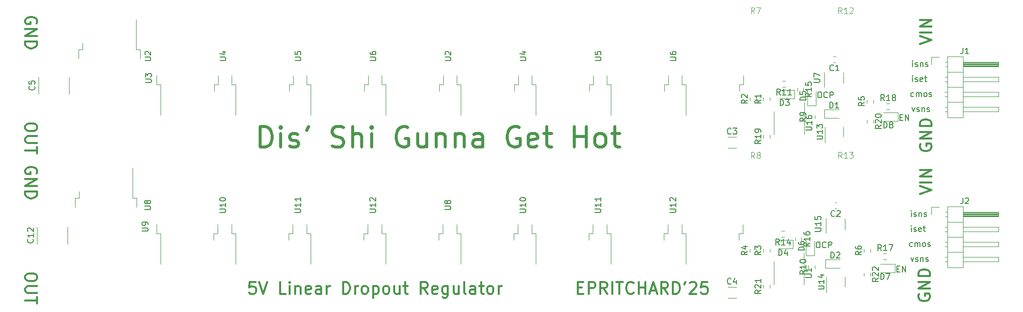
<source format=gbr>
%TF.GenerationSoftware,KiCad,Pcbnew,7.0.5*%
%TF.CreationDate,2025-04-03T03:30:24-04:00*%
%TF.ProjectId,fuck_it_stepper_2,6675636b-5f69-4745-9f73-746570706572,rev?*%
%TF.SameCoordinates,Original*%
%TF.FileFunction,Legend,Top*%
%TF.FilePolarity,Positive*%
%FSLAX46Y46*%
G04 Gerber Fmt 4.6, Leading zero omitted, Abs format (unit mm)*
G04 Created by KiCad (PCBNEW 7.0.5) date 2025-04-03 03:30:24*
%MOMM*%
%LPD*%
G01*
G04 APERTURE LIST*
%ADD10C,0.150000*%
%ADD11C,0.300000*%
%ADD12C,0.500000*%
%ADD13C,0.100000*%
%ADD14C,0.120000*%
G04 APERTURE END LIST*
D10*
X169918255Y-60767819D02*
X170108731Y-60767819D01*
X170108731Y-60767819D02*
X170203969Y-60815438D01*
X170203969Y-60815438D02*
X170299207Y-60910676D01*
X170299207Y-60910676D02*
X170346826Y-61101152D01*
X170346826Y-61101152D02*
X170346826Y-61434485D01*
X170346826Y-61434485D02*
X170299207Y-61624961D01*
X170299207Y-61624961D02*
X170203969Y-61720200D01*
X170203969Y-61720200D02*
X170108731Y-61767819D01*
X170108731Y-61767819D02*
X169918255Y-61767819D01*
X169918255Y-61767819D02*
X169823017Y-61720200D01*
X169823017Y-61720200D02*
X169727779Y-61624961D01*
X169727779Y-61624961D02*
X169680160Y-61434485D01*
X169680160Y-61434485D02*
X169680160Y-61101152D01*
X169680160Y-61101152D02*
X169727779Y-60910676D01*
X169727779Y-60910676D02*
X169823017Y-60815438D01*
X169823017Y-60815438D02*
X169918255Y-60767819D01*
X171346826Y-61672580D02*
X171299207Y-61720200D01*
X171299207Y-61720200D02*
X171156350Y-61767819D01*
X171156350Y-61767819D02*
X171061112Y-61767819D01*
X171061112Y-61767819D02*
X170918255Y-61720200D01*
X170918255Y-61720200D02*
X170823017Y-61624961D01*
X170823017Y-61624961D02*
X170775398Y-61529723D01*
X170775398Y-61529723D02*
X170727779Y-61339247D01*
X170727779Y-61339247D02*
X170727779Y-61196390D01*
X170727779Y-61196390D02*
X170775398Y-61005914D01*
X170775398Y-61005914D02*
X170823017Y-60910676D01*
X170823017Y-60910676D02*
X170918255Y-60815438D01*
X170918255Y-60815438D02*
X171061112Y-60767819D01*
X171061112Y-60767819D02*
X171156350Y-60767819D01*
X171156350Y-60767819D02*
X171299207Y-60815438D01*
X171299207Y-60815438D02*
X171346826Y-60863057D01*
X171775398Y-61767819D02*
X171775398Y-60767819D01*
X171775398Y-60767819D02*
X172156350Y-60767819D01*
X172156350Y-60767819D02*
X172251588Y-60815438D01*
X172251588Y-60815438D02*
X172299207Y-60863057D01*
X172299207Y-60863057D02*
X172346826Y-60958295D01*
X172346826Y-60958295D02*
X172346826Y-61101152D01*
X172346826Y-61101152D02*
X172299207Y-61196390D01*
X172299207Y-61196390D02*
X172251588Y-61244009D01*
X172251588Y-61244009D02*
X172156350Y-61291628D01*
X172156350Y-61291628D02*
X171775398Y-61291628D01*
X170172255Y-35367819D02*
X170362731Y-35367819D01*
X170362731Y-35367819D02*
X170457969Y-35415438D01*
X170457969Y-35415438D02*
X170553207Y-35510676D01*
X170553207Y-35510676D02*
X170600826Y-35701152D01*
X170600826Y-35701152D02*
X170600826Y-36034485D01*
X170600826Y-36034485D02*
X170553207Y-36224961D01*
X170553207Y-36224961D02*
X170457969Y-36320200D01*
X170457969Y-36320200D02*
X170362731Y-36367819D01*
X170362731Y-36367819D02*
X170172255Y-36367819D01*
X170172255Y-36367819D02*
X170077017Y-36320200D01*
X170077017Y-36320200D02*
X169981779Y-36224961D01*
X169981779Y-36224961D02*
X169934160Y-36034485D01*
X169934160Y-36034485D02*
X169934160Y-35701152D01*
X169934160Y-35701152D02*
X169981779Y-35510676D01*
X169981779Y-35510676D02*
X170077017Y-35415438D01*
X170077017Y-35415438D02*
X170172255Y-35367819D01*
X171600826Y-36272580D02*
X171553207Y-36320200D01*
X171553207Y-36320200D02*
X171410350Y-36367819D01*
X171410350Y-36367819D02*
X171315112Y-36367819D01*
X171315112Y-36367819D02*
X171172255Y-36320200D01*
X171172255Y-36320200D02*
X171077017Y-36224961D01*
X171077017Y-36224961D02*
X171029398Y-36129723D01*
X171029398Y-36129723D02*
X170981779Y-35939247D01*
X170981779Y-35939247D02*
X170981779Y-35796390D01*
X170981779Y-35796390D02*
X171029398Y-35605914D01*
X171029398Y-35605914D02*
X171077017Y-35510676D01*
X171077017Y-35510676D02*
X171172255Y-35415438D01*
X171172255Y-35415438D02*
X171315112Y-35367819D01*
X171315112Y-35367819D02*
X171410350Y-35367819D01*
X171410350Y-35367819D02*
X171553207Y-35415438D01*
X171553207Y-35415438D02*
X171600826Y-35463057D01*
X172029398Y-36367819D02*
X172029398Y-35367819D01*
X172029398Y-35367819D02*
X172410350Y-35367819D01*
X172410350Y-35367819D02*
X172505588Y-35415438D01*
X172505588Y-35415438D02*
X172553207Y-35463057D01*
X172553207Y-35463057D02*
X172600826Y-35558295D01*
X172600826Y-35558295D02*
X172600826Y-35701152D01*
X172600826Y-35701152D02*
X172553207Y-35796390D01*
X172553207Y-35796390D02*
X172505588Y-35844009D01*
X172505588Y-35844009D02*
X172410350Y-35891628D01*
X172410350Y-35891628D02*
X172029398Y-35891628D01*
X183860779Y-39705009D02*
X184194112Y-39705009D01*
X184336969Y-40228819D02*
X183860779Y-40228819D01*
X183860779Y-40228819D02*
X183860779Y-39228819D01*
X183860779Y-39228819D02*
X184336969Y-39228819D01*
X184765541Y-40228819D02*
X184765541Y-39228819D01*
X184765541Y-39228819D02*
X185336969Y-40228819D01*
X185336969Y-40228819D02*
X185336969Y-39228819D01*
X183352779Y-65359009D02*
X183686112Y-65359009D01*
X183828969Y-65882819D02*
X183352779Y-65882819D01*
X183352779Y-65882819D02*
X183352779Y-64882819D01*
X183352779Y-64882819D02*
X183828969Y-64882819D01*
X184257541Y-65882819D02*
X184257541Y-64882819D01*
X184257541Y-64882819D02*
X184828969Y-65882819D01*
X184828969Y-65882819D02*
X184828969Y-64882819D01*
X185699777Y-63448439D02*
X185937872Y-64115106D01*
X185937872Y-64115106D02*
X186175967Y-63448439D01*
X186509301Y-64067487D02*
X186604539Y-64115106D01*
X186604539Y-64115106D02*
X186795015Y-64115106D01*
X186795015Y-64115106D02*
X186890253Y-64067487D01*
X186890253Y-64067487D02*
X186937872Y-63972248D01*
X186937872Y-63972248D02*
X186937872Y-63924629D01*
X186937872Y-63924629D02*
X186890253Y-63829391D01*
X186890253Y-63829391D02*
X186795015Y-63781772D01*
X186795015Y-63781772D02*
X186652158Y-63781772D01*
X186652158Y-63781772D02*
X186556920Y-63734153D01*
X186556920Y-63734153D02*
X186509301Y-63638915D01*
X186509301Y-63638915D02*
X186509301Y-63591296D01*
X186509301Y-63591296D02*
X186556920Y-63496058D01*
X186556920Y-63496058D02*
X186652158Y-63448439D01*
X186652158Y-63448439D02*
X186795015Y-63448439D01*
X186795015Y-63448439D02*
X186890253Y-63496058D01*
X187366444Y-63448439D02*
X187366444Y-64115106D01*
X187366444Y-63543677D02*
X187414063Y-63496058D01*
X187414063Y-63496058D02*
X187509301Y-63448439D01*
X187509301Y-63448439D02*
X187652158Y-63448439D01*
X187652158Y-63448439D02*
X187747396Y-63496058D01*
X187747396Y-63496058D02*
X187795015Y-63591296D01*
X187795015Y-63591296D02*
X187795015Y-64115106D01*
X188223587Y-64067487D02*
X188318825Y-64115106D01*
X188318825Y-64115106D02*
X188509301Y-64115106D01*
X188509301Y-64115106D02*
X188604539Y-64067487D01*
X188604539Y-64067487D02*
X188652158Y-63972248D01*
X188652158Y-63972248D02*
X188652158Y-63924629D01*
X188652158Y-63924629D02*
X188604539Y-63829391D01*
X188604539Y-63829391D02*
X188509301Y-63781772D01*
X188509301Y-63781772D02*
X188366444Y-63781772D01*
X188366444Y-63781772D02*
X188271206Y-63734153D01*
X188271206Y-63734153D02*
X188223587Y-63638915D01*
X188223587Y-63638915D02*
X188223587Y-63591296D01*
X188223587Y-63591296D02*
X188271206Y-63496058D01*
X188271206Y-63496058D02*
X188366444Y-63448439D01*
X188366444Y-63448439D02*
X188509301Y-63448439D01*
X188509301Y-63448439D02*
X188604539Y-63496058D01*
X185969586Y-61527487D02*
X185874348Y-61575106D01*
X185874348Y-61575106D02*
X185683872Y-61575106D01*
X185683872Y-61575106D02*
X185588634Y-61527487D01*
X185588634Y-61527487D02*
X185541015Y-61479867D01*
X185541015Y-61479867D02*
X185493396Y-61384629D01*
X185493396Y-61384629D02*
X185493396Y-61098915D01*
X185493396Y-61098915D02*
X185541015Y-61003677D01*
X185541015Y-61003677D02*
X185588634Y-60956058D01*
X185588634Y-60956058D02*
X185683872Y-60908439D01*
X185683872Y-60908439D02*
X185874348Y-60908439D01*
X185874348Y-60908439D02*
X185969586Y-60956058D01*
X186398158Y-61575106D02*
X186398158Y-60908439D01*
X186398158Y-61003677D02*
X186445777Y-60956058D01*
X186445777Y-60956058D02*
X186541015Y-60908439D01*
X186541015Y-60908439D02*
X186683872Y-60908439D01*
X186683872Y-60908439D02*
X186779110Y-60956058D01*
X186779110Y-60956058D02*
X186826729Y-61051296D01*
X186826729Y-61051296D02*
X186826729Y-61575106D01*
X186826729Y-61051296D02*
X186874348Y-60956058D01*
X186874348Y-60956058D02*
X186969586Y-60908439D01*
X186969586Y-60908439D02*
X187112443Y-60908439D01*
X187112443Y-60908439D02*
X187207682Y-60956058D01*
X187207682Y-60956058D02*
X187255301Y-61051296D01*
X187255301Y-61051296D02*
X187255301Y-61575106D01*
X187874348Y-61575106D02*
X187779110Y-61527487D01*
X187779110Y-61527487D02*
X187731491Y-61479867D01*
X187731491Y-61479867D02*
X187683872Y-61384629D01*
X187683872Y-61384629D02*
X187683872Y-61098915D01*
X187683872Y-61098915D02*
X187731491Y-61003677D01*
X187731491Y-61003677D02*
X187779110Y-60956058D01*
X187779110Y-60956058D02*
X187874348Y-60908439D01*
X187874348Y-60908439D02*
X188017205Y-60908439D01*
X188017205Y-60908439D02*
X188112443Y-60956058D01*
X188112443Y-60956058D02*
X188160062Y-61003677D01*
X188160062Y-61003677D02*
X188207681Y-61098915D01*
X188207681Y-61098915D02*
X188207681Y-61384629D01*
X188207681Y-61384629D02*
X188160062Y-61479867D01*
X188160062Y-61479867D02*
X188112443Y-61527487D01*
X188112443Y-61527487D02*
X188017205Y-61575106D01*
X188017205Y-61575106D02*
X187874348Y-61575106D01*
X188588634Y-61527487D02*
X188683872Y-61575106D01*
X188683872Y-61575106D02*
X188874348Y-61575106D01*
X188874348Y-61575106D02*
X188969586Y-61527487D01*
X188969586Y-61527487D02*
X189017205Y-61432248D01*
X189017205Y-61432248D02*
X189017205Y-61384629D01*
X189017205Y-61384629D02*
X188969586Y-61289391D01*
X188969586Y-61289391D02*
X188874348Y-61241772D01*
X188874348Y-61241772D02*
X188731491Y-61241772D01*
X188731491Y-61241772D02*
X188636253Y-61194153D01*
X188636253Y-61194153D02*
X188588634Y-61098915D01*
X188588634Y-61098915D02*
X188588634Y-61051296D01*
X188588634Y-61051296D02*
X188636253Y-60956058D01*
X188636253Y-60956058D02*
X188731491Y-60908439D01*
X188731491Y-60908439D02*
X188874348Y-60908439D01*
X188874348Y-60908439D02*
X188969586Y-60956058D01*
X185795015Y-59035106D02*
X185795015Y-58368439D01*
X185795015Y-58035106D02*
X185747396Y-58082725D01*
X185747396Y-58082725D02*
X185795015Y-58130344D01*
X185795015Y-58130344D02*
X185842634Y-58082725D01*
X185842634Y-58082725D02*
X185795015Y-58035106D01*
X185795015Y-58035106D02*
X185795015Y-58130344D01*
X186223586Y-58987487D02*
X186318824Y-59035106D01*
X186318824Y-59035106D02*
X186509300Y-59035106D01*
X186509300Y-59035106D02*
X186604538Y-58987487D01*
X186604538Y-58987487D02*
X186652157Y-58892248D01*
X186652157Y-58892248D02*
X186652157Y-58844629D01*
X186652157Y-58844629D02*
X186604538Y-58749391D01*
X186604538Y-58749391D02*
X186509300Y-58701772D01*
X186509300Y-58701772D02*
X186366443Y-58701772D01*
X186366443Y-58701772D02*
X186271205Y-58654153D01*
X186271205Y-58654153D02*
X186223586Y-58558915D01*
X186223586Y-58558915D02*
X186223586Y-58511296D01*
X186223586Y-58511296D02*
X186271205Y-58416058D01*
X186271205Y-58416058D02*
X186366443Y-58368439D01*
X186366443Y-58368439D02*
X186509300Y-58368439D01*
X186509300Y-58368439D02*
X186604538Y-58416058D01*
X187461681Y-58987487D02*
X187366443Y-59035106D01*
X187366443Y-59035106D02*
X187175967Y-59035106D01*
X187175967Y-59035106D02*
X187080729Y-58987487D01*
X187080729Y-58987487D02*
X187033110Y-58892248D01*
X187033110Y-58892248D02*
X187033110Y-58511296D01*
X187033110Y-58511296D02*
X187080729Y-58416058D01*
X187080729Y-58416058D02*
X187175967Y-58368439D01*
X187175967Y-58368439D02*
X187366443Y-58368439D01*
X187366443Y-58368439D02*
X187461681Y-58416058D01*
X187461681Y-58416058D02*
X187509300Y-58511296D01*
X187509300Y-58511296D02*
X187509300Y-58606534D01*
X187509300Y-58606534D02*
X187033110Y-58701772D01*
X187795015Y-58368439D02*
X188175967Y-58368439D01*
X187937872Y-58035106D02*
X187937872Y-58892248D01*
X187937872Y-58892248D02*
X187985491Y-58987487D01*
X187985491Y-58987487D02*
X188080729Y-59035106D01*
X188080729Y-59035106D02*
X188175967Y-59035106D01*
X185795015Y-56495106D02*
X185795015Y-55828439D01*
X185795015Y-55495106D02*
X185747396Y-55542725D01*
X185747396Y-55542725D02*
X185795015Y-55590344D01*
X185795015Y-55590344D02*
X185842634Y-55542725D01*
X185842634Y-55542725D02*
X185795015Y-55495106D01*
X185795015Y-55495106D02*
X185795015Y-55590344D01*
X186223586Y-56447487D02*
X186318824Y-56495106D01*
X186318824Y-56495106D02*
X186509300Y-56495106D01*
X186509300Y-56495106D02*
X186604538Y-56447487D01*
X186604538Y-56447487D02*
X186652157Y-56352248D01*
X186652157Y-56352248D02*
X186652157Y-56304629D01*
X186652157Y-56304629D02*
X186604538Y-56209391D01*
X186604538Y-56209391D02*
X186509300Y-56161772D01*
X186509300Y-56161772D02*
X186366443Y-56161772D01*
X186366443Y-56161772D02*
X186271205Y-56114153D01*
X186271205Y-56114153D02*
X186223586Y-56018915D01*
X186223586Y-56018915D02*
X186223586Y-55971296D01*
X186223586Y-55971296D02*
X186271205Y-55876058D01*
X186271205Y-55876058D02*
X186366443Y-55828439D01*
X186366443Y-55828439D02*
X186509300Y-55828439D01*
X186509300Y-55828439D02*
X186604538Y-55876058D01*
X187080729Y-55828439D02*
X187080729Y-56495106D01*
X187080729Y-55923677D02*
X187128348Y-55876058D01*
X187128348Y-55876058D02*
X187223586Y-55828439D01*
X187223586Y-55828439D02*
X187366443Y-55828439D01*
X187366443Y-55828439D02*
X187461681Y-55876058D01*
X187461681Y-55876058D02*
X187509300Y-55971296D01*
X187509300Y-55971296D02*
X187509300Y-56495106D01*
X187937872Y-56447487D02*
X188033110Y-56495106D01*
X188033110Y-56495106D02*
X188223586Y-56495106D01*
X188223586Y-56495106D02*
X188318824Y-56447487D01*
X188318824Y-56447487D02*
X188366443Y-56352248D01*
X188366443Y-56352248D02*
X188366443Y-56304629D01*
X188366443Y-56304629D02*
X188318824Y-56209391D01*
X188318824Y-56209391D02*
X188223586Y-56161772D01*
X188223586Y-56161772D02*
X188080729Y-56161772D01*
X188080729Y-56161772D02*
X187985491Y-56114153D01*
X187985491Y-56114153D02*
X187937872Y-56018915D01*
X187937872Y-56018915D02*
X187937872Y-55971296D01*
X187937872Y-55971296D02*
X187985491Y-55876058D01*
X187985491Y-55876058D02*
X188080729Y-55828439D01*
X188080729Y-55828439D02*
X188223586Y-55828439D01*
X188223586Y-55828439D02*
X188318824Y-55876058D01*
X185915541Y-38065152D02*
X186153636Y-38731819D01*
X186153636Y-38731819D02*
X186391731Y-38065152D01*
X186725065Y-38684200D02*
X186820303Y-38731819D01*
X186820303Y-38731819D02*
X187010779Y-38731819D01*
X187010779Y-38731819D02*
X187106017Y-38684200D01*
X187106017Y-38684200D02*
X187153636Y-38588961D01*
X187153636Y-38588961D02*
X187153636Y-38541342D01*
X187153636Y-38541342D02*
X187106017Y-38446104D01*
X187106017Y-38446104D02*
X187010779Y-38398485D01*
X187010779Y-38398485D02*
X186867922Y-38398485D01*
X186867922Y-38398485D02*
X186772684Y-38350866D01*
X186772684Y-38350866D02*
X186725065Y-38255628D01*
X186725065Y-38255628D02*
X186725065Y-38208009D01*
X186725065Y-38208009D02*
X186772684Y-38112771D01*
X186772684Y-38112771D02*
X186867922Y-38065152D01*
X186867922Y-38065152D02*
X187010779Y-38065152D01*
X187010779Y-38065152D02*
X187106017Y-38112771D01*
X187582208Y-38065152D02*
X187582208Y-38731819D01*
X187582208Y-38160390D02*
X187629827Y-38112771D01*
X187629827Y-38112771D02*
X187725065Y-38065152D01*
X187725065Y-38065152D02*
X187867922Y-38065152D01*
X187867922Y-38065152D02*
X187963160Y-38112771D01*
X187963160Y-38112771D02*
X188010779Y-38208009D01*
X188010779Y-38208009D02*
X188010779Y-38731819D01*
X188439351Y-38684200D02*
X188534589Y-38731819D01*
X188534589Y-38731819D02*
X188725065Y-38731819D01*
X188725065Y-38731819D02*
X188820303Y-38684200D01*
X188820303Y-38684200D02*
X188867922Y-38588961D01*
X188867922Y-38588961D02*
X188867922Y-38541342D01*
X188867922Y-38541342D02*
X188820303Y-38446104D01*
X188820303Y-38446104D02*
X188725065Y-38398485D01*
X188725065Y-38398485D02*
X188582208Y-38398485D01*
X188582208Y-38398485D02*
X188486970Y-38350866D01*
X188486970Y-38350866D02*
X188439351Y-38255628D01*
X188439351Y-38255628D02*
X188439351Y-38208009D01*
X188439351Y-38208009D02*
X188486970Y-38112771D01*
X188486970Y-38112771D02*
X188582208Y-38065152D01*
X188582208Y-38065152D02*
X188725065Y-38065152D01*
X188725065Y-38065152D02*
X188820303Y-38112771D01*
X186185350Y-36144200D02*
X186090112Y-36191819D01*
X186090112Y-36191819D02*
X185899636Y-36191819D01*
X185899636Y-36191819D02*
X185804398Y-36144200D01*
X185804398Y-36144200D02*
X185756779Y-36096580D01*
X185756779Y-36096580D02*
X185709160Y-36001342D01*
X185709160Y-36001342D02*
X185709160Y-35715628D01*
X185709160Y-35715628D02*
X185756779Y-35620390D01*
X185756779Y-35620390D02*
X185804398Y-35572771D01*
X185804398Y-35572771D02*
X185899636Y-35525152D01*
X185899636Y-35525152D02*
X186090112Y-35525152D01*
X186090112Y-35525152D02*
X186185350Y-35572771D01*
X186613922Y-36191819D02*
X186613922Y-35525152D01*
X186613922Y-35620390D02*
X186661541Y-35572771D01*
X186661541Y-35572771D02*
X186756779Y-35525152D01*
X186756779Y-35525152D02*
X186899636Y-35525152D01*
X186899636Y-35525152D02*
X186994874Y-35572771D01*
X186994874Y-35572771D02*
X187042493Y-35668009D01*
X187042493Y-35668009D02*
X187042493Y-36191819D01*
X187042493Y-35668009D02*
X187090112Y-35572771D01*
X187090112Y-35572771D02*
X187185350Y-35525152D01*
X187185350Y-35525152D02*
X187328207Y-35525152D01*
X187328207Y-35525152D02*
X187423446Y-35572771D01*
X187423446Y-35572771D02*
X187471065Y-35668009D01*
X187471065Y-35668009D02*
X187471065Y-36191819D01*
X188090112Y-36191819D02*
X187994874Y-36144200D01*
X187994874Y-36144200D02*
X187947255Y-36096580D01*
X187947255Y-36096580D02*
X187899636Y-36001342D01*
X187899636Y-36001342D02*
X187899636Y-35715628D01*
X187899636Y-35715628D02*
X187947255Y-35620390D01*
X187947255Y-35620390D02*
X187994874Y-35572771D01*
X187994874Y-35572771D02*
X188090112Y-35525152D01*
X188090112Y-35525152D02*
X188232969Y-35525152D01*
X188232969Y-35525152D02*
X188328207Y-35572771D01*
X188328207Y-35572771D02*
X188375826Y-35620390D01*
X188375826Y-35620390D02*
X188423445Y-35715628D01*
X188423445Y-35715628D02*
X188423445Y-36001342D01*
X188423445Y-36001342D02*
X188375826Y-36096580D01*
X188375826Y-36096580D02*
X188328207Y-36144200D01*
X188328207Y-36144200D02*
X188232969Y-36191819D01*
X188232969Y-36191819D02*
X188090112Y-36191819D01*
X188804398Y-36144200D02*
X188899636Y-36191819D01*
X188899636Y-36191819D02*
X189090112Y-36191819D01*
X189090112Y-36191819D02*
X189185350Y-36144200D01*
X189185350Y-36144200D02*
X189232969Y-36048961D01*
X189232969Y-36048961D02*
X189232969Y-36001342D01*
X189232969Y-36001342D02*
X189185350Y-35906104D01*
X189185350Y-35906104D02*
X189090112Y-35858485D01*
X189090112Y-35858485D02*
X188947255Y-35858485D01*
X188947255Y-35858485D02*
X188852017Y-35810866D01*
X188852017Y-35810866D02*
X188804398Y-35715628D01*
X188804398Y-35715628D02*
X188804398Y-35668009D01*
X188804398Y-35668009D02*
X188852017Y-35572771D01*
X188852017Y-35572771D02*
X188947255Y-35525152D01*
X188947255Y-35525152D02*
X189090112Y-35525152D01*
X189090112Y-35525152D02*
X189185350Y-35572771D01*
X186010779Y-33651819D02*
X186010779Y-32985152D01*
X186010779Y-32651819D02*
X185963160Y-32699438D01*
X185963160Y-32699438D02*
X186010779Y-32747057D01*
X186010779Y-32747057D02*
X186058398Y-32699438D01*
X186058398Y-32699438D02*
X186010779Y-32651819D01*
X186010779Y-32651819D02*
X186010779Y-32747057D01*
X186439350Y-33604200D02*
X186534588Y-33651819D01*
X186534588Y-33651819D02*
X186725064Y-33651819D01*
X186725064Y-33651819D02*
X186820302Y-33604200D01*
X186820302Y-33604200D02*
X186867921Y-33508961D01*
X186867921Y-33508961D02*
X186867921Y-33461342D01*
X186867921Y-33461342D02*
X186820302Y-33366104D01*
X186820302Y-33366104D02*
X186725064Y-33318485D01*
X186725064Y-33318485D02*
X186582207Y-33318485D01*
X186582207Y-33318485D02*
X186486969Y-33270866D01*
X186486969Y-33270866D02*
X186439350Y-33175628D01*
X186439350Y-33175628D02*
X186439350Y-33128009D01*
X186439350Y-33128009D02*
X186486969Y-33032771D01*
X186486969Y-33032771D02*
X186582207Y-32985152D01*
X186582207Y-32985152D02*
X186725064Y-32985152D01*
X186725064Y-32985152D02*
X186820302Y-33032771D01*
X187677445Y-33604200D02*
X187582207Y-33651819D01*
X187582207Y-33651819D02*
X187391731Y-33651819D01*
X187391731Y-33651819D02*
X187296493Y-33604200D01*
X187296493Y-33604200D02*
X187248874Y-33508961D01*
X187248874Y-33508961D02*
X187248874Y-33128009D01*
X187248874Y-33128009D02*
X187296493Y-33032771D01*
X187296493Y-33032771D02*
X187391731Y-32985152D01*
X187391731Y-32985152D02*
X187582207Y-32985152D01*
X187582207Y-32985152D02*
X187677445Y-33032771D01*
X187677445Y-33032771D02*
X187725064Y-33128009D01*
X187725064Y-33128009D02*
X187725064Y-33223247D01*
X187725064Y-33223247D02*
X187248874Y-33318485D01*
X188010779Y-32985152D02*
X188391731Y-32985152D01*
X188153636Y-32651819D02*
X188153636Y-33508961D01*
X188153636Y-33508961D02*
X188201255Y-33604200D01*
X188201255Y-33604200D02*
X188296493Y-33651819D01*
X188296493Y-33651819D02*
X188391731Y-33651819D01*
X186010779Y-31111819D02*
X186010779Y-30445152D01*
X186010779Y-30111819D02*
X185963160Y-30159438D01*
X185963160Y-30159438D02*
X186010779Y-30207057D01*
X186010779Y-30207057D02*
X186058398Y-30159438D01*
X186058398Y-30159438D02*
X186010779Y-30111819D01*
X186010779Y-30111819D02*
X186010779Y-30207057D01*
X186439350Y-31064200D02*
X186534588Y-31111819D01*
X186534588Y-31111819D02*
X186725064Y-31111819D01*
X186725064Y-31111819D02*
X186820302Y-31064200D01*
X186820302Y-31064200D02*
X186867921Y-30968961D01*
X186867921Y-30968961D02*
X186867921Y-30921342D01*
X186867921Y-30921342D02*
X186820302Y-30826104D01*
X186820302Y-30826104D02*
X186725064Y-30778485D01*
X186725064Y-30778485D02*
X186582207Y-30778485D01*
X186582207Y-30778485D02*
X186486969Y-30730866D01*
X186486969Y-30730866D02*
X186439350Y-30635628D01*
X186439350Y-30635628D02*
X186439350Y-30588009D01*
X186439350Y-30588009D02*
X186486969Y-30492771D01*
X186486969Y-30492771D02*
X186582207Y-30445152D01*
X186582207Y-30445152D02*
X186725064Y-30445152D01*
X186725064Y-30445152D02*
X186820302Y-30492771D01*
X187296493Y-30445152D02*
X187296493Y-31111819D01*
X187296493Y-30540390D02*
X187344112Y-30492771D01*
X187344112Y-30492771D02*
X187439350Y-30445152D01*
X187439350Y-30445152D02*
X187582207Y-30445152D01*
X187582207Y-30445152D02*
X187677445Y-30492771D01*
X187677445Y-30492771D02*
X187725064Y-30588009D01*
X187725064Y-30588009D02*
X187725064Y-31111819D01*
X188153636Y-31064200D02*
X188248874Y-31111819D01*
X188248874Y-31111819D02*
X188439350Y-31111819D01*
X188439350Y-31111819D02*
X188534588Y-31064200D01*
X188534588Y-31064200D02*
X188582207Y-30968961D01*
X188582207Y-30968961D02*
X188582207Y-30921342D01*
X188582207Y-30921342D02*
X188534588Y-30826104D01*
X188534588Y-30826104D02*
X188439350Y-30778485D01*
X188439350Y-30778485D02*
X188296493Y-30778485D01*
X188296493Y-30778485D02*
X188201255Y-30730866D01*
X188201255Y-30730866D02*
X188153636Y-30635628D01*
X188153636Y-30635628D02*
X188153636Y-30588009D01*
X188153636Y-30588009D02*
X188201255Y-30492771D01*
X188201255Y-30492771D02*
X188296493Y-30445152D01*
X188296493Y-30445152D02*
X188439350Y-30445152D01*
X188439350Y-30445152D02*
X188534588Y-30492771D01*
D11*
X74777939Y-67589638D02*
X73825558Y-67589638D01*
X73825558Y-67589638D02*
X73730320Y-68542019D01*
X73730320Y-68542019D02*
X73825558Y-68446780D01*
X73825558Y-68446780D02*
X74016034Y-68351542D01*
X74016034Y-68351542D02*
X74492225Y-68351542D01*
X74492225Y-68351542D02*
X74682701Y-68446780D01*
X74682701Y-68446780D02*
X74777939Y-68542019D01*
X74777939Y-68542019D02*
X74873177Y-68732495D01*
X74873177Y-68732495D02*
X74873177Y-69208685D01*
X74873177Y-69208685D02*
X74777939Y-69399161D01*
X74777939Y-69399161D02*
X74682701Y-69494400D01*
X74682701Y-69494400D02*
X74492225Y-69589638D01*
X74492225Y-69589638D02*
X74016034Y-69589638D01*
X74016034Y-69589638D02*
X73825558Y-69494400D01*
X73825558Y-69494400D02*
X73730320Y-69399161D01*
X75444606Y-67589638D02*
X76111272Y-69589638D01*
X76111272Y-69589638D02*
X76777939Y-67589638D01*
X79920797Y-69589638D02*
X78968416Y-69589638D01*
X78968416Y-69589638D02*
X78968416Y-67589638D01*
X80587464Y-69589638D02*
X80587464Y-68256304D01*
X80587464Y-67589638D02*
X80492226Y-67684876D01*
X80492226Y-67684876D02*
X80587464Y-67780114D01*
X80587464Y-67780114D02*
X80682702Y-67684876D01*
X80682702Y-67684876D02*
X80587464Y-67589638D01*
X80587464Y-67589638D02*
X80587464Y-67780114D01*
X81539845Y-68256304D02*
X81539845Y-69589638D01*
X81539845Y-68446780D02*
X81635083Y-68351542D01*
X81635083Y-68351542D02*
X81825559Y-68256304D01*
X81825559Y-68256304D02*
X82111274Y-68256304D01*
X82111274Y-68256304D02*
X82301750Y-68351542D01*
X82301750Y-68351542D02*
X82396988Y-68542019D01*
X82396988Y-68542019D02*
X82396988Y-69589638D01*
X84111274Y-69494400D02*
X83920798Y-69589638D01*
X83920798Y-69589638D02*
X83539845Y-69589638D01*
X83539845Y-69589638D02*
X83349369Y-69494400D01*
X83349369Y-69494400D02*
X83254131Y-69303923D01*
X83254131Y-69303923D02*
X83254131Y-68542019D01*
X83254131Y-68542019D02*
X83349369Y-68351542D01*
X83349369Y-68351542D02*
X83539845Y-68256304D01*
X83539845Y-68256304D02*
X83920798Y-68256304D01*
X83920798Y-68256304D02*
X84111274Y-68351542D01*
X84111274Y-68351542D02*
X84206512Y-68542019D01*
X84206512Y-68542019D02*
X84206512Y-68732495D01*
X84206512Y-68732495D02*
X83254131Y-68922971D01*
X85920798Y-69589638D02*
X85920798Y-68542019D01*
X85920798Y-68542019D02*
X85825560Y-68351542D01*
X85825560Y-68351542D02*
X85635084Y-68256304D01*
X85635084Y-68256304D02*
X85254131Y-68256304D01*
X85254131Y-68256304D02*
X85063655Y-68351542D01*
X85920798Y-69494400D02*
X85730322Y-69589638D01*
X85730322Y-69589638D02*
X85254131Y-69589638D01*
X85254131Y-69589638D02*
X85063655Y-69494400D01*
X85063655Y-69494400D02*
X84968417Y-69303923D01*
X84968417Y-69303923D02*
X84968417Y-69113447D01*
X84968417Y-69113447D02*
X85063655Y-68922971D01*
X85063655Y-68922971D02*
X85254131Y-68827733D01*
X85254131Y-68827733D02*
X85730322Y-68827733D01*
X85730322Y-68827733D02*
X85920798Y-68732495D01*
X86873179Y-69589638D02*
X86873179Y-68256304D01*
X86873179Y-68637257D02*
X86968417Y-68446780D01*
X86968417Y-68446780D02*
X87063655Y-68351542D01*
X87063655Y-68351542D02*
X87254131Y-68256304D01*
X87254131Y-68256304D02*
X87444608Y-68256304D01*
X89635084Y-69589638D02*
X89635084Y-67589638D01*
X89635084Y-67589638D02*
X90111274Y-67589638D01*
X90111274Y-67589638D02*
X90396989Y-67684876D01*
X90396989Y-67684876D02*
X90587465Y-67875352D01*
X90587465Y-67875352D02*
X90682703Y-68065828D01*
X90682703Y-68065828D02*
X90777941Y-68446780D01*
X90777941Y-68446780D02*
X90777941Y-68732495D01*
X90777941Y-68732495D02*
X90682703Y-69113447D01*
X90682703Y-69113447D02*
X90587465Y-69303923D01*
X90587465Y-69303923D02*
X90396989Y-69494400D01*
X90396989Y-69494400D02*
X90111274Y-69589638D01*
X90111274Y-69589638D02*
X89635084Y-69589638D01*
X91635084Y-69589638D02*
X91635084Y-68256304D01*
X91635084Y-68637257D02*
X91730322Y-68446780D01*
X91730322Y-68446780D02*
X91825560Y-68351542D01*
X91825560Y-68351542D02*
X92016036Y-68256304D01*
X92016036Y-68256304D02*
X92206513Y-68256304D01*
X93158893Y-69589638D02*
X92968417Y-69494400D01*
X92968417Y-69494400D02*
X92873179Y-69399161D01*
X92873179Y-69399161D02*
X92777941Y-69208685D01*
X92777941Y-69208685D02*
X92777941Y-68637257D01*
X92777941Y-68637257D02*
X92873179Y-68446780D01*
X92873179Y-68446780D02*
X92968417Y-68351542D01*
X92968417Y-68351542D02*
X93158893Y-68256304D01*
X93158893Y-68256304D02*
X93444608Y-68256304D01*
X93444608Y-68256304D02*
X93635084Y-68351542D01*
X93635084Y-68351542D02*
X93730322Y-68446780D01*
X93730322Y-68446780D02*
X93825560Y-68637257D01*
X93825560Y-68637257D02*
X93825560Y-69208685D01*
X93825560Y-69208685D02*
X93730322Y-69399161D01*
X93730322Y-69399161D02*
X93635084Y-69494400D01*
X93635084Y-69494400D02*
X93444608Y-69589638D01*
X93444608Y-69589638D02*
X93158893Y-69589638D01*
X94682703Y-68256304D02*
X94682703Y-70256304D01*
X94682703Y-68351542D02*
X94873179Y-68256304D01*
X94873179Y-68256304D02*
X95254132Y-68256304D01*
X95254132Y-68256304D02*
X95444608Y-68351542D01*
X95444608Y-68351542D02*
X95539846Y-68446780D01*
X95539846Y-68446780D02*
X95635084Y-68637257D01*
X95635084Y-68637257D02*
X95635084Y-69208685D01*
X95635084Y-69208685D02*
X95539846Y-69399161D01*
X95539846Y-69399161D02*
X95444608Y-69494400D01*
X95444608Y-69494400D02*
X95254132Y-69589638D01*
X95254132Y-69589638D02*
X94873179Y-69589638D01*
X94873179Y-69589638D02*
X94682703Y-69494400D01*
X96777941Y-69589638D02*
X96587465Y-69494400D01*
X96587465Y-69494400D02*
X96492227Y-69399161D01*
X96492227Y-69399161D02*
X96396989Y-69208685D01*
X96396989Y-69208685D02*
X96396989Y-68637257D01*
X96396989Y-68637257D02*
X96492227Y-68446780D01*
X96492227Y-68446780D02*
X96587465Y-68351542D01*
X96587465Y-68351542D02*
X96777941Y-68256304D01*
X96777941Y-68256304D02*
X97063656Y-68256304D01*
X97063656Y-68256304D02*
X97254132Y-68351542D01*
X97254132Y-68351542D02*
X97349370Y-68446780D01*
X97349370Y-68446780D02*
X97444608Y-68637257D01*
X97444608Y-68637257D02*
X97444608Y-69208685D01*
X97444608Y-69208685D02*
X97349370Y-69399161D01*
X97349370Y-69399161D02*
X97254132Y-69494400D01*
X97254132Y-69494400D02*
X97063656Y-69589638D01*
X97063656Y-69589638D02*
X96777941Y-69589638D01*
X99158894Y-68256304D02*
X99158894Y-69589638D01*
X98301751Y-68256304D02*
X98301751Y-69303923D01*
X98301751Y-69303923D02*
X98396989Y-69494400D01*
X98396989Y-69494400D02*
X98587465Y-69589638D01*
X98587465Y-69589638D02*
X98873180Y-69589638D01*
X98873180Y-69589638D02*
X99063656Y-69494400D01*
X99063656Y-69494400D02*
X99158894Y-69399161D01*
X99825561Y-68256304D02*
X100587465Y-68256304D01*
X100111275Y-67589638D02*
X100111275Y-69303923D01*
X100111275Y-69303923D02*
X100206513Y-69494400D01*
X100206513Y-69494400D02*
X100396989Y-69589638D01*
X100396989Y-69589638D02*
X100587465Y-69589638D01*
X103920799Y-69589638D02*
X103254132Y-68637257D01*
X102777942Y-69589638D02*
X102777942Y-67589638D01*
X102777942Y-67589638D02*
X103539847Y-67589638D01*
X103539847Y-67589638D02*
X103730323Y-67684876D01*
X103730323Y-67684876D02*
X103825561Y-67780114D01*
X103825561Y-67780114D02*
X103920799Y-67970590D01*
X103920799Y-67970590D02*
X103920799Y-68256304D01*
X103920799Y-68256304D02*
X103825561Y-68446780D01*
X103825561Y-68446780D02*
X103730323Y-68542019D01*
X103730323Y-68542019D02*
X103539847Y-68637257D01*
X103539847Y-68637257D02*
X102777942Y-68637257D01*
X105539847Y-69494400D02*
X105349371Y-69589638D01*
X105349371Y-69589638D02*
X104968418Y-69589638D01*
X104968418Y-69589638D02*
X104777942Y-69494400D01*
X104777942Y-69494400D02*
X104682704Y-69303923D01*
X104682704Y-69303923D02*
X104682704Y-68542019D01*
X104682704Y-68542019D02*
X104777942Y-68351542D01*
X104777942Y-68351542D02*
X104968418Y-68256304D01*
X104968418Y-68256304D02*
X105349371Y-68256304D01*
X105349371Y-68256304D02*
X105539847Y-68351542D01*
X105539847Y-68351542D02*
X105635085Y-68542019D01*
X105635085Y-68542019D02*
X105635085Y-68732495D01*
X105635085Y-68732495D02*
X104682704Y-68922971D01*
X107349371Y-68256304D02*
X107349371Y-69875352D01*
X107349371Y-69875352D02*
X107254133Y-70065828D01*
X107254133Y-70065828D02*
X107158895Y-70161066D01*
X107158895Y-70161066D02*
X106968418Y-70256304D01*
X106968418Y-70256304D02*
X106682704Y-70256304D01*
X106682704Y-70256304D02*
X106492228Y-70161066D01*
X107349371Y-69494400D02*
X107158895Y-69589638D01*
X107158895Y-69589638D02*
X106777942Y-69589638D01*
X106777942Y-69589638D02*
X106587466Y-69494400D01*
X106587466Y-69494400D02*
X106492228Y-69399161D01*
X106492228Y-69399161D02*
X106396990Y-69208685D01*
X106396990Y-69208685D02*
X106396990Y-68637257D01*
X106396990Y-68637257D02*
X106492228Y-68446780D01*
X106492228Y-68446780D02*
X106587466Y-68351542D01*
X106587466Y-68351542D02*
X106777942Y-68256304D01*
X106777942Y-68256304D02*
X107158895Y-68256304D01*
X107158895Y-68256304D02*
X107349371Y-68351542D01*
X109158895Y-68256304D02*
X109158895Y-69589638D01*
X108301752Y-68256304D02*
X108301752Y-69303923D01*
X108301752Y-69303923D02*
X108396990Y-69494400D01*
X108396990Y-69494400D02*
X108587466Y-69589638D01*
X108587466Y-69589638D02*
X108873181Y-69589638D01*
X108873181Y-69589638D02*
X109063657Y-69494400D01*
X109063657Y-69494400D02*
X109158895Y-69399161D01*
X110396990Y-69589638D02*
X110206514Y-69494400D01*
X110206514Y-69494400D02*
X110111276Y-69303923D01*
X110111276Y-69303923D02*
X110111276Y-67589638D01*
X112016038Y-69589638D02*
X112016038Y-68542019D01*
X112016038Y-68542019D02*
X111920800Y-68351542D01*
X111920800Y-68351542D02*
X111730324Y-68256304D01*
X111730324Y-68256304D02*
X111349371Y-68256304D01*
X111349371Y-68256304D02*
X111158895Y-68351542D01*
X112016038Y-69494400D02*
X111825562Y-69589638D01*
X111825562Y-69589638D02*
X111349371Y-69589638D01*
X111349371Y-69589638D02*
X111158895Y-69494400D01*
X111158895Y-69494400D02*
X111063657Y-69303923D01*
X111063657Y-69303923D02*
X111063657Y-69113447D01*
X111063657Y-69113447D02*
X111158895Y-68922971D01*
X111158895Y-68922971D02*
X111349371Y-68827733D01*
X111349371Y-68827733D02*
X111825562Y-68827733D01*
X111825562Y-68827733D02*
X112016038Y-68732495D01*
X112682705Y-68256304D02*
X113444609Y-68256304D01*
X112968419Y-67589638D02*
X112968419Y-69303923D01*
X112968419Y-69303923D02*
X113063657Y-69494400D01*
X113063657Y-69494400D02*
X113254133Y-69589638D01*
X113254133Y-69589638D02*
X113444609Y-69589638D01*
X114396990Y-69589638D02*
X114206514Y-69494400D01*
X114206514Y-69494400D02*
X114111276Y-69399161D01*
X114111276Y-69399161D02*
X114016038Y-69208685D01*
X114016038Y-69208685D02*
X114016038Y-68637257D01*
X114016038Y-68637257D02*
X114111276Y-68446780D01*
X114111276Y-68446780D02*
X114206514Y-68351542D01*
X114206514Y-68351542D02*
X114396990Y-68256304D01*
X114396990Y-68256304D02*
X114682705Y-68256304D01*
X114682705Y-68256304D02*
X114873181Y-68351542D01*
X114873181Y-68351542D02*
X114968419Y-68446780D01*
X114968419Y-68446780D02*
X115063657Y-68637257D01*
X115063657Y-68637257D02*
X115063657Y-69208685D01*
X115063657Y-69208685D02*
X114968419Y-69399161D01*
X114968419Y-69399161D02*
X114873181Y-69494400D01*
X114873181Y-69494400D02*
X114682705Y-69589638D01*
X114682705Y-69589638D02*
X114396990Y-69589638D01*
X115920800Y-69589638D02*
X115920800Y-68256304D01*
X115920800Y-68637257D02*
X116016038Y-68446780D01*
X116016038Y-68446780D02*
X116111276Y-68351542D01*
X116111276Y-68351542D02*
X116301752Y-68256304D01*
X116301752Y-68256304D02*
X116492229Y-68256304D01*
X129349367Y-68542019D02*
X130016034Y-68542019D01*
X130301748Y-69589638D02*
X129349367Y-69589638D01*
X129349367Y-69589638D02*
X129349367Y-67589638D01*
X129349367Y-67589638D02*
X130301748Y-67589638D01*
X131158891Y-69589638D02*
X131158891Y-67589638D01*
X131158891Y-67589638D02*
X131920796Y-67589638D01*
X131920796Y-67589638D02*
X132111272Y-67684876D01*
X132111272Y-67684876D02*
X132206510Y-67780114D01*
X132206510Y-67780114D02*
X132301748Y-67970590D01*
X132301748Y-67970590D02*
X132301748Y-68256304D01*
X132301748Y-68256304D02*
X132206510Y-68446780D01*
X132206510Y-68446780D02*
X132111272Y-68542019D01*
X132111272Y-68542019D02*
X131920796Y-68637257D01*
X131920796Y-68637257D02*
X131158891Y-68637257D01*
X134301748Y-69589638D02*
X133635081Y-68637257D01*
X133158891Y-69589638D02*
X133158891Y-67589638D01*
X133158891Y-67589638D02*
X133920796Y-67589638D01*
X133920796Y-67589638D02*
X134111272Y-67684876D01*
X134111272Y-67684876D02*
X134206510Y-67780114D01*
X134206510Y-67780114D02*
X134301748Y-67970590D01*
X134301748Y-67970590D02*
X134301748Y-68256304D01*
X134301748Y-68256304D02*
X134206510Y-68446780D01*
X134206510Y-68446780D02*
X134111272Y-68542019D01*
X134111272Y-68542019D02*
X133920796Y-68637257D01*
X133920796Y-68637257D02*
X133158891Y-68637257D01*
X135158891Y-69589638D02*
X135158891Y-67589638D01*
X135825558Y-67589638D02*
X136968415Y-67589638D01*
X136396986Y-69589638D02*
X136396986Y-67589638D01*
X138777939Y-69399161D02*
X138682701Y-69494400D01*
X138682701Y-69494400D02*
X138396987Y-69589638D01*
X138396987Y-69589638D02*
X138206511Y-69589638D01*
X138206511Y-69589638D02*
X137920796Y-69494400D01*
X137920796Y-69494400D02*
X137730320Y-69303923D01*
X137730320Y-69303923D02*
X137635082Y-69113447D01*
X137635082Y-69113447D02*
X137539844Y-68732495D01*
X137539844Y-68732495D02*
X137539844Y-68446780D01*
X137539844Y-68446780D02*
X137635082Y-68065828D01*
X137635082Y-68065828D02*
X137730320Y-67875352D01*
X137730320Y-67875352D02*
X137920796Y-67684876D01*
X137920796Y-67684876D02*
X138206511Y-67589638D01*
X138206511Y-67589638D02*
X138396987Y-67589638D01*
X138396987Y-67589638D02*
X138682701Y-67684876D01*
X138682701Y-67684876D02*
X138777939Y-67780114D01*
X139635082Y-69589638D02*
X139635082Y-67589638D01*
X139635082Y-68542019D02*
X140777939Y-68542019D01*
X140777939Y-69589638D02*
X140777939Y-67589638D01*
X141635082Y-69018209D02*
X142587463Y-69018209D01*
X141444606Y-69589638D02*
X142111272Y-67589638D01*
X142111272Y-67589638D02*
X142777939Y-69589638D01*
X144587463Y-69589638D02*
X143920796Y-68637257D01*
X143444606Y-69589638D02*
X143444606Y-67589638D01*
X143444606Y-67589638D02*
X144206511Y-67589638D01*
X144206511Y-67589638D02*
X144396987Y-67684876D01*
X144396987Y-67684876D02*
X144492225Y-67780114D01*
X144492225Y-67780114D02*
X144587463Y-67970590D01*
X144587463Y-67970590D02*
X144587463Y-68256304D01*
X144587463Y-68256304D02*
X144492225Y-68446780D01*
X144492225Y-68446780D02*
X144396987Y-68542019D01*
X144396987Y-68542019D02*
X144206511Y-68637257D01*
X144206511Y-68637257D02*
X143444606Y-68637257D01*
X145444606Y-69589638D02*
X145444606Y-67589638D01*
X145444606Y-67589638D02*
X145920796Y-67589638D01*
X145920796Y-67589638D02*
X146206511Y-67684876D01*
X146206511Y-67684876D02*
X146396987Y-67875352D01*
X146396987Y-67875352D02*
X146492225Y-68065828D01*
X146492225Y-68065828D02*
X146587463Y-68446780D01*
X146587463Y-68446780D02*
X146587463Y-68732495D01*
X146587463Y-68732495D02*
X146492225Y-69113447D01*
X146492225Y-69113447D02*
X146396987Y-69303923D01*
X146396987Y-69303923D02*
X146206511Y-69494400D01*
X146206511Y-69494400D02*
X145920796Y-69589638D01*
X145920796Y-69589638D02*
X145444606Y-69589638D01*
X147539844Y-67589638D02*
X147349368Y-67970590D01*
X148301749Y-67780114D02*
X148396987Y-67684876D01*
X148396987Y-67684876D02*
X148587463Y-67589638D01*
X148587463Y-67589638D02*
X149063654Y-67589638D01*
X149063654Y-67589638D02*
X149254130Y-67684876D01*
X149254130Y-67684876D02*
X149349368Y-67780114D01*
X149349368Y-67780114D02*
X149444606Y-67970590D01*
X149444606Y-67970590D02*
X149444606Y-68161066D01*
X149444606Y-68161066D02*
X149349368Y-68446780D01*
X149349368Y-68446780D02*
X148206511Y-69589638D01*
X148206511Y-69589638D02*
X149444606Y-69589638D01*
X151254130Y-67589638D02*
X150301749Y-67589638D01*
X150301749Y-67589638D02*
X150206511Y-68542019D01*
X150206511Y-68542019D02*
X150301749Y-68446780D01*
X150301749Y-68446780D02*
X150492225Y-68351542D01*
X150492225Y-68351542D02*
X150968416Y-68351542D01*
X150968416Y-68351542D02*
X151158892Y-68446780D01*
X151158892Y-68446780D02*
X151254130Y-68542019D01*
X151254130Y-68542019D02*
X151349368Y-68732495D01*
X151349368Y-68732495D02*
X151349368Y-69208685D01*
X151349368Y-69208685D02*
X151254130Y-69399161D01*
X151254130Y-69399161D02*
X151158892Y-69494400D01*
X151158892Y-69494400D02*
X150968416Y-69589638D01*
X150968416Y-69589638D02*
X150492225Y-69589638D01*
X150492225Y-69589638D02*
X150301749Y-69494400D01*
X150301749Y-69494400D02*
X150206511Y-69399161D01*
D12*
X75584280Y-44757667D02*
X75584280Y-41257667D01*
X75584280Y-41257667D02*
X76417613Y-41257667D01*
X76417613Y-41257667D02*
X76917613Y-41424334D01*
X76917613Y-41424334D02*
X77250947Y-41757667D01*
X77250947Y-41757667D02*
X77417613Y-42091001D01*
X77417613Y-42091001D02*
X77584280Y-42757667D01*
X77584280Y-42757667D02*
X77584280Y-43257667D01*
X77584280Y-43257667D02*
X77417613Y-43924334D01*
X77417613Y-43924334D02*
X77250947Y-44257667D01*
X77250947Y-44257667D02*
X76917613Y-44591001D01*
X76917613Y-44591001D02*
X76417613Y-44757667D01*
X76417613Y-44757667D02*
X75584280Y-44757667D01*
X79084280Y-44757667D02*
X79084280Y-42424334D01*
X79084280Y-41257667D02*
X78917613Y-41424334D01*
X78917613Y-41424334D02*
X79084280Y-41591001D01*
X79084280Y-41591001D02*
X79250947Y-41424334D01*
X79250947Y-41424334D02*
X79084280Y-41257667D01*
X79084280Y-41257667D02*
X79084280Y-41591001D01*
X80584280Y-44591001D02*
X80917614Y-44757667D01*
X80917614Y-44757667D02*
X81584280Y-44757667D01*
X81584280Y-44757667D02*
X81917614Y-44591001D01*
X81917614Y-44591001D02*
X82084280Y-44257667D01*
X82084280Y-44257667D02*
X82084280Y-44091001D01*
X82084280Y-44091001D02*
X81917614Y-43757667D01*
X81917614Y-43757667D02*
X81584280Y-43591001D01*
X81584280Y-43591001D02*
X81084280Y-43591001D01*
X81084280Y-43591001D02*
X80750947Y-43424334D01*
X80750947Y-43424334D02*
X80584280Y-43091001D01*
X80584280Y-43091001D02*
X80584280Y-42924334D01*
X80584280Y-42924334D02*
X80750947Y-42591001D01*
X80750947Y-42591001D02*
X81084280Y-42424334D01*
X81084280Y-42424334D02*
X81584280Y-42424334D01*
X81584280Y-42424334D02*
X81917614Y-42591001D01*
X83750947Y-41257667D02*
X83417613Y-41924334D01*
X87750947Y-44591001D02*
X88250947Y-44757667D01*
X88250947Y-44757667D02*
X89084281Y-44757667D01*
X89084281Y-44757667D02*
X89417614Y-44591001D01*
X89417614Y-44591001D02*
X89584281Y-44424334D01*
X89584281Y-44424334D02*
X89750947Y-44091001D01*
X89750947Y-44091001D02*
X89750947Y-43757667D01*
X89750947Y-43757667D02*
X89584281Y-43424334D01*
X89584281Y-43424334D02*
X89417614Y-43257667D01*
X89417614Y-43257667D02*
X89084281Y-43091001D01*
X89084281Y-43091001D02*
X88417614Y-42924334D01*
X88417614Y-42924334D02*
X88084281Y-42757667D01*
X88084281Y-42757667D02*
X87917614Y-42591001D01*
X87917614Y-42591001D02*
X87750947Y-42257667D01*
X87750947Y-42257667D02*
X87750947Y-41924334D01*
X87750947Y-41924334D02*
X87917614Y-41591001D01*
X87917614Y-41591001D02*
X88084281Y-41424334D01*
X88084281Y-41424334D02*
X88417614Y-41257667D01*
X88417614Y-41257667D02*
X89250947Y-41257667D01*
X89250947Y-41257667D02*
X89750947Y-41424334D01*
X91250947Y-44757667D02*
X91250947Y-41257667D01*
X92750947Y-44757667D02*
X92750947Y-42924334D01*
X92750947Y-42924334D02*
X92584280Y-42591001D01*
X92584280Y-42591001D02*
X92250947Y-42424334D01*
X92250947Y-42424334D02*
X91750947Y-42424334D01*
X91750947Y-42424334D02*
X91417614Y-42591001D01*
X91417614Y-42591001D02*
X91250947Y-42757667D01*
X94417614Y-44757667D02*
X94417614Y-42424334D01*
X94417614Y-41257667D02*
X94250947Y-41424334D01*
X94250947Y-41424334D02*
X94417614Y-41591001D01*
X94417614Y-41591001D02*
X94584281Y-41424334D01*
X94584281Y-41424334D02*
X94417614Y-41257667D01*
X94417614Y-41257667D02*
X94417614Y-41591001D01*
X100584281Y-41424334D02*
X100250948Y-41257667D01*
X100250948Y-41257667D02*
X99750948Y-41257667D01*
X99750948Y-41257667D02*
X99250948Y-41424334D01*
X99250948Y-41424334D02*
X98917615Y-41757667D01*
X98917615Y-41757667D02*
X98750948Y-42091001D01*
X98750948Y-42091001D02*
X98584281Y-42757667D01*
X98584281Y-42757667D02*
X98584281Y-43257667D01*
X98584281Y-43257667D02*
X98750948Y-43924334D01*
X98750948Y-43924334D02*
X98917615Y-44257667D01*
X98917615Y-44257667D02*
X99250948Y-44591001D01*
X99250948Y-44591001D02*
X99750948Y-44757667D01*
X99750948Y-44757667D02*
X100084281Y-44757667D01*
X100084281Y-44757667D02*
X100584281Y-44591001D01*
X100584281Y-44591001D02*
X100750948Y-44424334D01*
X100750948Y-44424334D02*
X100750948Y-43257667D01*
X100750948Y-43257667D02*
X100084281Y-43257667D01*
X103750948Y-42424334D02*
X103750948Y-44757667D01*
X102250948Y-42424334D02*
X102250948Y-44257667D01*
X102250948Y-44257667D02*
X102417615Y-44591001D01*
X102417615Y-44591001D02*
X102750948Y-44757667D01*
X102750948Y-44757667D02*
X103250948Y-44757667D01*
X103250948Y-44757667D02*
X103584281Y-44591001D01*
X103584281Y-44591001D02*
X103750948Y-44424334D01*
X105417615Y-42424334D02*
X105417615Y-44757667D01*
X105417615Y-42757667D02*
X105584282Y-42591001D01*
X105584282Y-42591001D02*
X105917615Y-42424334D01*
X105917615Y-42424334D02*
X106417615Y-42424334D01*
X106417615Y-42424334D02*
X106750948Y-42591001D01*
X106750948Y-42591001D02*
X106917615Y-42924334D01*
X106917615Y-42924334D02*
X106917615Y-44757667D01*
X108584282Y-42424334D02*
X108584282Y-44757667D01*
X108584282Y-42757667D02*
X108750949Y-42591001D01*
X108750949Y-42591001D02*
X109084282Y-42424334D01*
X109084282Y-42424334D02*
X109584282Y-42424334D01*
X109584282Y-42424334D02*
X109917615Y-42591001D01*
X109917615Y-42591001D02*
X110084282Y-42924334D01*
X110084282Y-42924334D02*
X110084282Y-44757667D01*
X113250949Y-44757667D02*
X113250949Y-42924334D01*
X113250949Y-42924334D02*
X113084282Y-42591001D01*
X113084282Y-42591001D02*
X112750949Y-42424334D01*
X112750949Y-42424334D02*
X112084282Y-42424334D01*
X112084282Y-42424334D02*
X111750949Y-42591001D01*
X113250949Y-44591001D02*
X112917616Y-44757667D01*
X112917616Y-44757667D02*
X112084282Y-44757667D01*
X112084282Y-44757667D02*
X111750949Y-44591001D01*
X111750949Y-44591001D02*
X111584282Y-44257667D01*
X111584282Y-44257667D02*
X111584282Y-43924334D01*
X111584282Y-43924334D02*
X111750949Y-43591001D01*
X111750949Y-43591001D02*
X112084282Y-43424334D01*
X112084282Y-43424334D02*
X112917616Y-43424334D01*
X112917616Y-43424334D02*
X113250949Y-43257667D01*
X119417616Y-41424334D02*
X119084283Y-41257667D01*
X119084283Y-41257667D02*
X118584283Y-41257667D01*
X118584283Y-41257667D02*
X118084283Y-41424334D01*
X118084283Y-41424334D02*
X117750950Y-41757667D01*
X117750950Y-41757667D02*
X117584283Y-42091001D01*
X117584283Y-42091001D02*
X117417616Y-42757667D01*
X117417616Y-42757667D02*
X117417616Y-43257667D01*
X117417616Y-43257667D02*
X117584283Y-43924334D01*
X117584283Y-43924334D02*
X117750950Y-44257667D01*
X117750950Y-44257667D02*
X118084283Y-44591001D01*
X118084283Y-44591001D02*
X118584283Y-44757667D01*
X118584283Y-44757667D02*
X118917616Y-44757667D01*
X118917616Y-44757667D02*
X119417616Y-44591001D01*
X119417616Y-44591001D02*
X119584283Y-44424334D01*
X119584283Y-44424334D02*
X119584283Y-43257667D01*
X119584283Y-43257667D02*
X118917616Y-43257667D01*
X122417616Y-44591001D02*
X122084283Y-44757667D01*
X122084283Y-44757667D02*
X121417616Y-44757667D01*
X121417616Y-44757667D02*
X121084283Y-44591001D01*
X121084283Y-44591001D02*
X120917616Y-44257667D01*
X120917616Y-44257667D02*
X120917616Y-42924334D01*
X120917616Y-42924334D02*
X121084283Y-42591001D01*
X121084283Y-42591001D02*
X121417616Y-42424334D01*
X121417616Y-42424334D02*
X122084283Y-42424334D01*
X122084283Y-42424334D02*
X122417616Y-42591001D01*
X122417616Y-42591001D02*
X122584283Y-42924334D01*
X122584283Y-42924334D02*
X122584283Y-43257667D01*
X122584283Y-43257667D02*
X120917616Y-43591001D01*
X123584283Y-42424334D02*
X124917616Y-42424334D01*
X124084283Y-41257667D02*
X124084283Y-44257667D01*
X124084283Y-44257667D02*
X124250950Y-44591001D01*
X124250950Y-44591001D02*
X124584283Y-44757667D01*
X124584283Y-44757667D02*
X124917616Y-44757667D01*
X128750950Y-44757667D02*
X128750950Y-41257667D01*
X128750950Y-42924334D02*
X130750950Y-42924334D01*
X130750950Y-44757667D02*
X130750950Y-41257667D01*
X132917617Y-44757667D02*
X132584284Y-44591001D01*
X132584284Y-44591001D02*
X132417617Y-44424334D01*
X132417617Y-44424334D02*
X132250950Y-44091001D01*
X132250950Y-44091001D02*
X132250950Y-43091001D01*
X132250950Y-43091001D02*
X132417617Y-42757667D01*
X132417617Y-42757667D02*
X132584284Y-42591001D01*
X132584284Y-42591001D02*
X132917617Y-42424334D01*
X132917617Y-42424334D02*
X133417617Y-42424334D01*
X133417617Y-42424334D02*
X133750950Y-42591001D01*
X133750950Y-42591001D02*
X133917617Y-42757667D01*
X133917617Y-42757667D02*
X134084284Y-43091001D01*
X134084284Y-43091001D02*
X134084284Y-44091001D01*
X134084284Y-44091001D02*
X133917617Y-44424334D01*
X133917617Y-44424334D02*
X133750950Y-44591001D01*
X133750950Y-44591001D02*
X133417617Y-44757667D01*
X133417617Y-44757667D02*
X132917617Y-44757667D01*
X135084284Y-42424334D02*
X136417617Y-42424334D01*
X135584284Y-41257667D02*
X135584284Y-44257667D01*
X135584284Y-44257667D02*
X135750951Y-44591001D01*
X135750951Y-44591001D02*
X136084284Y-44757667D01*
X136084284Y-44757667D02*
X136417617Y-44757667D01*
D11*
X37820361Y-41186510D02*
X37820361Y-41567463D01*
X37820361Y-41567463D02*
X37725123Y-41757939D01*
X37725123Y-41757939D02*
X37534647Y-41948415D01*
X37534647Y-41948415D02*
X37153695Y-42043653D01*
X37153695Y-42043653D02*
X36487028Y-42043653D01*
X36487028Y-42043653D02*
X36106076Y-41948415D01*
X36106076Y-41948415D02*
X35915600Y-41757939D01*
X35915600Y-41757939D02*
X35820361Y-41567463D01*
X35820361Y-41567463D02*
X35820361Y-41186510D01*
X35820361Y-41186510D02*
X35915600Y-40996034D01*
X35915600Y-40996034D02*
X36106076Y-40805558D01*
X36106076Y-40805558D02*
X36487028Y-40710320D01*
X36487028Y-40710320D02*
X37153695Y-40710320D01*
X37153695Y-40710320D02*
X37534647Y-40805558D01*
X37534647Y-40805558D02*
X37725123Y-40996034D01*
X37725123Y-40996034D02*
X37820361Y-41186510D01*
X37820361Y-42900796D02*
X36201314Y-42900796D01*
X36201314Y-42900796D02*
X36010838Y-42996034D01*
X36010838Y-42996034D02*
X35915600Y-43091272D01*
X35915600Y-43091272D02*
X35820361Y-43281748D01*
X35820361Y-43281748D02*
X35820361Y-43662701D01*
X35820361Y-43662701D02*
X35915600Y-43853177D01*
X35915600Y-43853177D02*
X36010838Y-43948415D01*
X36010838Y-43948415D02*
X36201314Y-44043653D01*
X36201314Y-44043653D02*
X37820361Y-44043653D01*
X37820361Y-44710320D02*
X37820361Y-45853177D01*
X35820361Y-45281748D02*
X37820361Y-45281748D01*
X37820361Y-66586510D02*
X37820361Y-66967463D01*
X37820361Y-66967463D02*
X37725123Y-67157939D01*
X37725123Y-67157939D02*
X37534647Y-67348415D01*
X37534647Y-67348415D02*
X37153695Y-67443653D01*
X37153695Y-67443653D02*
X36487028Y-67443653D01*
X36487028Y-67443653D02*
X36106076Y-67348415D01*
X36106076Y-67348415D02*
X35915600Y-67157939D01*
X35915600Y-67157939D02*
X35820361Y-66967463D01*
X35820361Y-66967463D02*
X35820361Y-66586510D01*
X35820361Y-66586510D02*
X35915600Y-66396034D01*
X35915600Y-66396034D02*
X36106076Y-66205558D01*
X36106076Y-66205558D02*
X36487028Y-66110320D01*
X36487028Y-66110320D02*
X37153695Y-66110320D01*
X37153695Y-66110320D02*
X37534647Y-66205558D01*
X37534647Y-66205558D02*
X37725123Y-66396034D01*
X37725123Y-66396034D02*
X37820361Y-66586510D01*
X37820361Y-68300796D02*
X36201314Y-68300796D01*
X36201314Y-68300796D02*
X36010838Y-68396034D01*
X36010838Y-68396034D02*
X35915600Y-68491272D01*
X35915600Y-68491272D02*
X35820361Y-68681748D01*
X35820361Y-68681748D02*
X35820361Y-69062701D01*
X35820361Y-69062701D02*
X35915600Y-69253177D01*
X35915600Y-69253177D02*
X36010838Y-69348415D01*
X36010838Y-69348415D02*
X36201314Y-69443653D01*
X36201314Y-69443653D02*
X37820361Y-69443653D01*
X37820361Y-70110320D02*
X37820361Y-71253177D01*
X35820361Y-70681748D02*
X37820361Y-70681748D01*
X37725123Y-49219177D02*
X37820361Y-49028701D01*
X37820361Y-49028701D02*
X37820361Y-48742987D01*
X37820361Y-48742987D02*
X37725123Y-48457272D01*
X37725123Y-48457272D02*
X37534647Y-48266796D01*
X37534647Y-48266796D02*
X37344171Y-48171558D01*
X37344171Y-48171558D02*
X36963219Y-48076320D01*
X36963219Y-48076320D02*
X36677504Y-48076320D01*
X36677504Y-48076320D02*
X36296552Y-48171558D01*
X36296552Y-48171558D02*
X36106076Y-48266796D01*
X36106076Y-48266796D02*
X35915600Y-48457272D01*
X35915600Y-48457272D02*
X35820361Y-48742987D01*
X35820361Y-48742987D02*
X35820361Y-48933463D01*
X35820361Y-48933463D02*
X35915600Y-49219177D01*
X35915600Y-49219177D02*
X36010838Y-49314415D01*
X36010838Y-49314415D02*
X36677504Y-49314415D01*
X36677504Y-49314415D02*
X36677504Y-48933463D01*
X35820361Y-50171558D02*
X37820361Y-50171558D01*
X37820361Y-50171558D02*
X35820361Y-51314415D01*
X35820361Y-51314415D02*
X37820361Y-51314415D01*
X35820361Y-52266796D02*
X37820361Y-52266796D01*
X37820361Y-52266796D02*
X37820361Y-52742986D01*
X37820361Y-52742986D02*
X37725123Y-53028701D01*
X37725123Y-53028701D02*
X37534647Y-53219177D01*
X37534647Y-53219177D02*
X37344171Y-53314415D01*
X37344171Y-53314415D02*
X36963219Y-53409653D01*
X36963219Y-53409653D02*
X36677504Y-53409653D01*
X36677504Y-53409653D02*
X36296552Y-53314415D01*
X36296552Y-53314415D02*
X36106076Y-53219177D01*
X36106076Y-53219177D02*
X35915600Y-53028701D01*
X35915600Y-53028701D02*
X35820361Y-52742986D01*
X35820361Y-52742986D02*
X35820361Y-52266796D01*
X37725123Y-23819177D02*
X37820361Y-23628701D01*
X37820361Y-23628701D02*
X37820361Y-23342987D01*
X37820361Y-23342987D02*
X37725123Y-23057272D01*
X37725123Y-23057272D02*
X37534647Y-22866796D01*
X37534647Y-22866796D02*
X37344171Y-22771558D01*
X37344171Y-22771558D02*
X36963219Y-22676320D01*
X36963219Y-22676320D02*
X36677504Y-22676320D01*
X36677504Y-22676320D02*
X36296552Y-22771558D01*
X36296552Y-22771558D02*
X36106076Y-22866796D01*
X36106076Y-22866796D02*
X35915600Y-23057272D01*
X35915600Y-23057272D02*
X35820361Y-23342987D01*
X35820361Y-23342987D02*
X35820361Y-23533463D01*
X35820361Y-23533463D02*
X35915600Y-23819177D01*
X35915600Y-23819177D02*
X36010838Y-23914415D01*
X36010838Y-23914415D02*
X36677504Y-23914415D01*
X36677504Y-23914415D02*
X36677504Y-23533463D01*
X35820361Y-24771558D02*
X37820361Y-24771558D01*
X37820361Y-24771558D02*
X35820361Y-25914415D01*
X35820361Y-25914415D02*
X37820361Y-25914415D01*
X35820361Y-26866796D02*
X37820361Y-26866796D01*
X37820361Y-26866796D02*
X37820361Y-27342986D01*
X37820361Y-27342986D02*
X37725123Y-27628701D01*
X37725123Y-27628701D02*
X37534647Y-27819177D01*
X37534647Y-27819177D02*
X37344171Y-27914415D01*
X37344171Y-27914415D02*
X36963219Y-28009653D01*
X36963219Y-28009653D02*
X36677504Y-28009653D01*
X36677504Y-28009653D02*
X36296552Y-27914415D01*
X36296552Y-27914415D02*
X36106076Y-27819177D01*
X36106076Y-27819177D02*
X35915600Y-27628701D01*
X35915600Y-27628701D02*
X35820361Y-27342986D01*
X35820361Y-27342986D02*
X35820361Y-26866796D01*
X187318876Y-44252822D02*
X187223638Y-44443298D01*
X187223638Y-44443298D02*
X187223638Y-44729012D01*
X187223638Y-44729012D02*
X187318876Y-45014727D01*
X187318876Y-45014727D02*
X187509352Y-45205203D01*
X187509352Y-45205203D02*
X187699828Y-45300441D01*
X187699828Y-45300441D02*
X188080780Y-45395679D01*
X188080780Y-45395679D02*
X188366495Y-45395679D01*
X188366495Y-45395679D02*
X188747447Y-45300441D01*
X188747447Y-45300441D02*
X188937923Y-45205203D01*
X188937923Y-45205203D02*
X189128400Y-45014727D01*
X189128400Y-45014727D02*
X189223638Y-44729012D01*
X189223638Y-44729012D02*
X189223638Y-44538536D01*
X189223638Y-44538536D02*
X189128400Y-44252822D01*
X189128400Y-44252822D02*
X189033161Y-44157584D01*
X189033161Y-44157584D02*
X188366495Y-44157584D01*
X188366495Y-44157584D02*
X188366495Y-44538536D01*
X189223638Y-43300441D02*
X187223638Y-43300441D01*
X187223638Y-43300441D02*
X189223638Y-42157584D01*
X189223638Y-42157584D02*
X187223638Y-42157584D01*
X189223638Y-41205203D02*
X187223638Y-41205203D01*
X187223638Y-41205203D02*
X187223638Y-40729013D01*
X187223638Y-40729013D02*
X187318876Y-40443298D01*
X187318876Y-40443298D02*
X187509352Y-40252822D01*
X187509352Y-40252822D02*
X187699828Y-40157584D01*
X187699828Y-40157584D02*
X188080780Y-40062346D01*
X188080780Y-40062346D02*
X188366495Y-40062346D01*
X188366495Y-40062346D02*
X188747447Y-40157584D01*
X188747447Y-40157584D02*
X188937923Y-40252822D01*
X188937923Y-40252822D02*
X189128400Y-40443298D01*
X189128400Y-40443298D02*
X189223638Y-40729013D01*
X189223638Y-40729013D02*
X189223638Y-41205203D01*
X187064876Y-69652822D02*
X186969638Y-69843298D01*
X186969638Y-69843298D02*
X186969638Y-70129012D01*
X186969638Y-70129012D02*
X187064876Y-70414727D01*
X187064876Y-70414727D02*
X187255352Y-70605203D01*
X187255352Y-70605203D02*
X187445828Y-70700441D01*
X187445828Y-70700441D02*
X187826780Y-70795679D01*
X187826780Y-70795679D02*
X188112495Y-70795679D01*
X188112495Y-70795679D02*
X188493447Y-70700441D01*
X188493447Y-70700441D02*
X188683923Y-70605203D01*
X188683923Y-70605203D02*
X188874400Y-70414727D01*
X188874400Y-70414727D02*
X188969638Y-70129012D01*
X188969638Y-70129012D02*
X188969638Y-69938536D01*
X188969638Y-69938536D02*
X188874400Y-69652822D01*
X188874400Y-69652822D02*
X188779161Y-69557584D01*
X188779161Y-69557584D02*
X188112495Y-69557584D01*
X188112495Y-69557584D02*
X188112495Y-69938536D01*
X188969638Y-68700441D02*
X186969638Y-68700441D01*
X186969638Y-68700441D02*
X188969638Y-67557584D01*
X188969638Y-67557584D02*
X186969638Y-67557584D01*
X188969638Y-66605203D02*
X186969638Y-66605203D01*
X186969638Y-66605203D02*
X186969638Y-66129013D01*
X186969638Y-66129013D02*
X187064876Y-65843298D01*
X187064876Y-65843298D02*
X187255352Y-65652822D01*
X187255352Y-65652822D02*
X187445828Y-65557584D01*
X187445828Y-65557584D02*
X187826780Y-65462346D01*
X187826780Y-65462346D02*
X188112495Y-65462346D01*
X188112495Y-65462346D02*
X188493447Y-65557584D01*
X188493447Y-65557584D02*
X188683923Y-65652822D01*
X188683923Y-65652822D02*
X188874400Y-65843298D01*
X188874400Y-65843298D02*
X188969638Y-66129013D01*
X188969638Y-66129013D02*
X188969638Y-66605203D01*
X187223638Y-52698155D02*
X189223638Y-52031489D01*
X189223638Y-52031489D02*
X187223638Y-51364822D01*
X189223638Y-50698155D02*
X187223638Y-50698155D01*
X189223638Y-49745774D02*
X187223638Y-49745774D01*
X187223638Y-49745774D02*
X189223638Y-48602917D01*
X189223638Y-48602917D02*
X187223638Y-48602917D01*
X187223638Y-27298155D02*
X189223638Y-26631489D01*
X189223638Y-26631489D02*
X187223638Y-25964822D01*
X189223638Y-25298155D02*
X187223638Y-25298155D01*
X189223638Y-24345774D02*
X187223638Y-24345774D01*
X187223638Y-24345774D02*
X189223638Y-23202917D01*
X189223638Y-23202917D02*
X187223638Y-23202917D01*
D10*
%TO.C,R11*%
X163591642Y-35920819D02*
X163258309Y-35444628D01*
X163020214Y-35920819D02*
X163020214Y-34920819D01*
X163020214Y-34920819D02*
X163401166Y-34920819D01*
X163401166Y-34920819D02*
X163496404Y-34968438D01*
X163496404Y-34968438D02*
X163544023Y-35016057D01*
X163544023Y-35016057D02*
X163591642Y-35111295D01*
X163591642Y-35111295D02*
X163591642Y-35254152D01*
X163591642Y-35254152D02*
X163544023Y-35349390D01*
X163544023Y-35349390D02*
X163496404Y-35397009D01*
X163496404Y-35397009D02*
X163401166Y-35444628D01*
X163401166Y-35444628D02*
X163020214Y-35444628D01*
X164544023Y-35920819D02*
X163972595Y-35920819D01*
X164258309Y-35920819D02*
X164258309Y-34920819D01*
X164258309Y-34920819D02*
X164163071Y-35063676D01*
X164163071Y-35063676D02*
X164067833Y-35158914D01*
X164067833Y-35158914D02*
X163972595Y-35206533D01*
X165496404Y-35920819D02*
X164924976Y-35920819D01*
X165210690Y-35920819D02*
X165210690Y-34920819D01*
X165210690Y-34920819D02*
X165115452Y-35063676D01*
X165115452Y-35063676D02*
X165020214Y-35158914D01*
X165020214Y-35158914D02*
X164924976Y-35206533D01*
%TO.C,C12*%
X37095580Y-60332857D02*
X37143200Y-60380476D01*
X37143200Y-60380476D02*
X37190819Y-60523333D01*
X37190819Y-60523333D02*
X37190819Y-60618571D01*
X37190819Y-60618571D02*
X37143200Y-60761428D01*
X37143200Y-60761428D02*
X37047961Y-60856666D01*
X37047961Y-60856666D02*
X36952723Y-60904285D01*
X36952723Y-60904285D02*
X36762247Y-60951904D01*
X36762247Y-60951904D02*
X36619390Y-60951904D01*
X36619390Y-60951904D02*
X36428914Y-60904285D01*
X36428914Y-60904285D02*
X36333676Y-60856666D01*
X36333676Y-60856666D02*
X36238438Y-60761428D01*
X36238438Y-60761428D02*
X36190819Y-60618571D01*
X36190819Y-60618571D02*
X36190819Y-60523333D01*
X36190819Y-60523333D02*
X36238438Y-60380476D01*
X36238438Y-60380476D02*
X36286057Y-60332857D01*
X37190819Y-59380476D02*
X37190819Y-59951904D01*
X37190819Y-59666190D02*
X36190819Y-59666190D01*
X36190819Y-59666190D02*
X36333676Y-59761428D01*
X36333676Y-59761428D02*
X36428914Y-59856666D01*
X36428914Y-59856666D02*
X36476533Y-59951904D01*
X36286057Y-58999523D02*
X36238438Y-58951904D01*
X36238438Y-58951904D02*
X36190819Y-58856666D01*
X36190819Y-58856666D02*
X36190819Y-58618571D01*
X36190819Y-58618571D02*
X36238438Y-58523333D01*
X36238438Y-58523333D02*
X36286057Y-58475714D01*
X36286057Y-58475714D02*
X36381295Y-58428095D01*
X36381295Y-58428095D02*
X36476533Y-58428095D01*
X36476533Y-58428095D02*
X36619390Y-58475714D01*
X36619390Y-58475714D02*
X37190819Y-59047142D01*
X37190819Y-59047142D02*
X37190819Y-58428095D01*
%TO.C,C5*%
X37349580Y-34456666D02*
X37397200Y-34504285D01*
X37397200Y-34504285D02*
X37444819Y-34647142D01*
X37444819Y-34647142D02*
X37444819Y-34742380D01*
X37444819Y-34742380D02*
X37397200Y-34885237D01*
X37397200Y-34885237D02*
X37301961Y-34980475D01*
X37301961Y-34980475D02*
X37206723Y-35028094D01*
X37206723Y-35028094D02*
X37016247Y-35075713D01*
X37016247Y-35075713D02*
X36873390Y-35075713D01*
X36873390Y-35075713D02*
X36682914Y-35028094D01*
X36682914Y-35028094D02*
X36587676Y-34980475D01*
X36587676Y-34980475D02*
X36492438Y-34885237D01*
X36492438Y-34885237D02*
X36444819Y-34742380D01*
X36444819Y-34742380D02*
X36444819Y-34647142D01*
X36444819Y-34647142D02*
X36492438Y-34504285D01*
X36492438Y-34504285D02*
X36540057Y-34456666D01*
X36444819Y-33551904D02*
X36444819Y-34028094D01*
X36444819Y-34028094D02*
X36921009Y-34075713D01*
X36921009Y-34075713D02*
X36873390Y-34028094D01*
X36873390Y-34028094D02*
X36825771Y-33932856D01*
X36825771Y-33932856D02*
X36825771Y-33694761D01*
X36825771Y-33694761D02*
X36873390Y-33599523D01*
X36873390Y-33599523D02*
X36921009Y-33551904D01*
X36921009Y-33551904D02*
X37016247Y-33504285D01*
X37016247Y-33504285D02*
X37254342Y-33504285D01*
X37254342Y-33504285D02*
X37349580Y-33551904D01*
X37349580Y-33551904D02*
X37397200Y-33599523D01*
X37397200Y-33599523D02*
X37444819Y-33694761D01*
X37444819Y-33694761D02*
X37444819Y-33932856D01*
X37444819Y-33932856D02*
X37397200Y-34028094D01*
X37397200Y-34028094D02*
X37349580Y-34075713D01*
%TO.C,C4*%
X155281333Y-67851580D02*
X155233714Y-67899200D01*
X155233714Y-67899200D02*
X155090857Y-67946819D01*
X155090857Y-67946819D02*
X154995619Y-67946819D01*
X154995619Y-67946819D02*
X154852762Y-67899200D01*
X154852762Y-67899200D02*
X154757524Y-67803961D01*
X154757524Y-67803961D02*
X154709905Y-67708723D01*
X154709905Y-67708723D02*
X154662286Y-67518247D01*
X154662286Y-67518247D02*
X154662286Y-67375390D01*
X154662286Y-67375390D02*
X154709905Y-67184914D01*
X154709905Y-67184914D02*
X154757524Y-67089676D01*
X154757524Y-67089676D02*
X154852762Y-66994438D01*
X154852762Y-66994438D02*
X154995619Y-66946819D01*
X154995619Y-66946819D02*
X155090857Y-66946819D01*
X155090857Y-66946819D02*
X155233714Y-66994438D01*
X155233714Y-66994438D02*
X155281333Y-67042057D01*
X156138476Y-67280152D02*
X156138476Y-67946819D01*
X155900381Y-66899200D02*
X155662286Y-67613485D01*
X155662286Y-67613485D02*
X156281333Y-67613485D01*
%TO.C,C3*%
X155281333Y-42451580D02*
X155233714Y-42499200D01*
X155233714Y-42499200D02*
X155090857Y-42546819D01*
X155090857Y-42546819D02*
X154995619Y-42546819D01*
X154995619Y-42546819D02*
X154852762Y-42499200D01*
X154852762Y-42499200D02*
X154757524Y-42403961D01*
X154757524Y-42403961D02*
X154709905Y-42308723D01*
X154709905Y-42308723D02*
X154662286Y-42118247D01*
X154662286Y-42118247D02*
X154662286Y-41975390D01*
X154662286Y-41975390D02*
X154709905Y-41784914D01*
X154709905Y-41784914D02*
X154757524Y-41689676D01*
X154757524Y-41689676D02*
X154852762Y-41594438D01*
X154852762Y-41594438D02*
X154995619Y-41546819D01*
X154995619Y-41546819D02*
X155090857Y-41546819D01*
X155090857Y-41546819D02*
X155233714Y-41594438D01*
X155233714Y-41594438D02*
X155281333Y-41642057D01*
X155614667Y-41546819D02*
X156233714Y-41546819D01*
X156233714Y-41546819D02*
X155900381Y-41927771D01*
X155900381Y-41927771D02*
X156043238Y-41927771D01*
X156043238Y-41927771D02*
X156138476Y-41975390D01*
X156138476Y-41975390D02*
X156186095Y-42023009D01*
X156186095Y-42023009D02*
X156233714Y-42118247D01*
X156233714Y-42118247D02*
X156233714Y-42356342D01*
X156233714Y-42356342D02*
X156186095Y-42451580D01*
X156186095Y-42451580D02*
X156138476Y-42499200D01*
X156138476Y-42499200D02*
X156043238Y-42546819D01*
X156043238Y-42546819D02*
X155757524Y-42546819D01*
X155757524Y-42546819D02*
X155662286Y-42499200D01*
X155662286Y-42499200D02*
X155614667Y-42451580D01*
%TO.C,C2*%
X172807333Y-56399580D02*
X172759714Y-56447200D01*
X172759714Y-56447200D02*
X172616857Y-56494819D01*
X172616857Y-56494819D02*
X172521619Y-56494819D01*
X172521619Y-56494819D02*
X172378762Y-56447200D01*
X172378762Y-56447200D02*
X172283524Y-56351961D01*
X172283524Y-56351961D02*
X172235905Y-56256723D01*
X172235905Y-56256723D02*
X172188286Y-56066247D01*
X172188286Y-56066247D02*
X172188286Y-55923390D01*
X172188286Y-55923390D02*
X172235905Y-55732914D01*
X172235905Y-55732914D02*
X172283524Y-55637676D01*
X172283524Y-55637676D02*
X172378762Y-55542438D01*
X172378762Y-55542438D02*
X172521619Y-55494819D01*
X172521619Y-55494819D02*
X172616857Y-55494819D01*
X172616857Y-55494819D02*
X172759714Y-55542438D01*
X172759714Y-55542438D02*
X172807333Y-55590057D01*
X173188286Y-55590057D02*
X173235905Y-55542438D01*
X173235905Y-55542438D02*
X173331143Y-55494819D01*
X173331143Y-55494819D02*
X173569238Y-55494819D01*
X173569238Y-55494819D02*
X173664476Y-55542438D01*
X173664476Y-55542438D02*
X173712095Y-55590057D01*
X173712095Y-55590057D02*
X173759714Y-55685295D01*
X173759714Y-55685295D02*
X173759714Y-55780533D01*
X173759714Y-55780533D02*
X173712095Y-55923390D01*
X173712095Y-55923390D02*
X173140667Y-56494819D01*
X173140667Y-56494819D02*
X173759714Y-56494819D01*
%TO.C,C1*%
X172613577Y-31707804D02*
X172565958Y-31755424D01*
X172565958Y-31755424D02*
X172423101Y-31803043D01*
X172423101Y-31803043D02*
X172327863Y-31803043D01*
X172327863Y-31803043D02*
X172185006Y-31755424D01*
X172185006Y-31755424D02*
X172089768Y-31660185D01*
X172089768Y-31660185D02*
X172042149Y-31564947D01*
X172042149Y-31564947D02*
X171994530Y-31374471D01*
X171994530Y-31374471D02*
X171994530Y-31231614D01*
X171994530Y-31231614D02*
X172042149Y-31041138D01*
X172042149Y-31041138D02*
X172089768Y-30945900D01*
X172089768Y-30945900D02*
X172185006Y-30850662D01*
X172185006Y-30850662D02*
X172327863Y-30803043D01*
X172327863Y-30803043D02*
X172423101Y-30803043D01*
X172423101Y-30803043D02*
X172565958Y-30850662D01*
X172565958Y-30850662D02*
X172613577Y-30898281D01*
X173565958Y-31803043D02*
X172994530Y-31803043D01*
X173280244Y-31803043D02*
X173280244Y-30803043D01*
X173280244Y-30803043D02*
X173185006Y-30945900D01*
X173185006Y-30945900D02*
X173089768Y-31041138D01*
X173089768Y-31041138D02*
X172994530Y-31088757D01*
%TO.C,R3*%
X160314819Y-62396666D02*
X159838628Y-62729999D01*
X160314819Y-62968094D02*
X159314819Y-62968094D01*
X159314819Y-62968094D02*
X159314819Y-62587142D01*
X159314819Y-62587142D02*
X159362438Y-62491904D01*
X159362438Y-62491904D02*
X159410057Y-62444285D01*
X159410057Y-62444285D02*
X159505295Y-62396666D01*
X159505295Y-62396666D02*
X159648152Y-62396666D01*
X159648152Y-62396666D02*
X159743390Y-62444285D01*
X159743390Y-62444285D02*
X159791009Y-62491904D01*
X159791009Y-62491904D02*
X159838628Y-62587142D01*
X159838628Y-62587142D02*
X159838628Y-62968094D01*
X159314819Y-62063332D02*
X159314819Y-61444285D01*
X159314819Y-61444285D02*
X159695771Y-61777618D01*
X159695771Y-61777618D02*
X159695771Y-61634761D01*
X159695771Y-61634761D02*
X159743390Y-61539523D01*
X159743390Y-61539523D02*
X159791009Y-61491904D01*
X159791009Y-61491904D02*
X159886247Y-61444285D01*
X159886247Y-61444285D02*
X160124342Y-61444285D01*
X160124342Y-61444285D02*
X160219580Y-61491904D01*
X160219580Y-61491904D02*
X160267200Y-61539523D01*
X160267200Y-61539523D02*
X160314819Y-61634761D01*
X160314819Y-61634761D02*
X160314819Y-61920475D01*
X160314819Y-61920475D02*
X160267200Y-62015713D01*
X160267200Y-62015713D02*
X160219580Y-62063332D01*
%TO.C,R1*%
X160314819Y-36742666D02*
X159838628Y-37075999D01*
X160314819Y-37314094D02*
X159314819Y-37314094D01*
X159314819Y-37314094D02*
X159314819Y-36933142D01*
X159314819Y-36933142D02*
X159362438Y-36837904D01*
X159362438Y-36837904D02*
X159410057Y-36790285D01*
X159410057Y-36790285D02*
X159505295Y-36742666D01*
X159505295Y-36742666D02*
X159648152Y-36742666D01*
X159648152Y-36742666D02*
X159743390Y-36790285D01*
X159743390Y-36790285D02*
X159791009Y-36837904D01*
X159791009Y-36837904D02*
X159838628Y-36933142D01*
X159838628Y-36933142D02*
X159838628Y-37314094D01*
X160314819Y-35790285D02*
X160314819Y-36361713D01*
X160314819Y-36075999D02*
X159314819Y-36075999D01*
X159314819Y-36075999D02*
X159457676Y-36171237D01*
X159457676Y-36171237D02*
X159552914Y-36266475D01*
X159552914Y-36266475D02*
X159600533Y-36361713D01*
%TO.C,R22*%
X180192819Y-66936857D02*
X179716628Y-67270190D01*
X180192819Y-67508285D02*
X179192819Y-67508285D01*
X179192819Y-67508285D02*
X179192819Y-67127333D01*
X179192819Y-67127333D02*
X179240438Y-67032095D01*
X179240438Y-67032095D02*
X179288057Y-66984476D01*
X179288057Y-66984476D02*
X179383295Y-66936857D01*
X179383295Y-66936857D02*
X179526152Y-66936857D01*
X179526152Y-66936857D02*
X179621390Y-66984476D01*
X179621390Y-66984476D02*
X179669009Y-67032095D01*
X179669009Y-67032095D02*
X179716628Y-67127333D01*
X179716628Y-67127333D02*
X179716628Y-67508285D01*
X179288057Y-66555904D02*
X179240438Y-66508285D01*
X179240438Y-66508285D02*
X179192819Y-66413047D01*
X179192819Y-66413047D02*
X179192819Y-66174952D01*
X179192819Y-66174952D02*
X179240438Y-66079714D01*
X179240438Y-66079714D02*
X179288057Y-66032095D01*
X179288057Y-66032095D02*
X179383295Y-65984476D01*
X179383295Y-65984476D02*
X179478533Y-65984476D01*
X179478533Y-65984476D02*
X179621390Y-66032095D01*
X179621390Y-66032095D02*
X180192819Y-66603523D01*
X180192819Y-66603523D02*
X180192819Y-65984476D01*
X179288057Y-65603523D02*
X179240438Y-65555904D01*
X179240438Y-65555904D02*
X179192819Y-65460666D01*
X179192819Y-65460666D02*
X179192819Y-65222571D01*
X179192819Y-65222571D02*
X179240438Y-65127333D01*
X179240438Y-65127333D02*
X179288057Y-65079714D01*
X179288057Y-65079714D02*
X179383295Y-65032095D01*
X179383295Y-65032095D02*
X179478533Y-65032095D01*
X179478533Y-65032095D02*
X179621390Y-65079714D01*
X179621390Y-65079714D02*
X180192819Y-65651142D01*
X180192819Y-65651142D02*
X180192819Y-65032095D01*
%TO.C,R21*%
X160314819Y-68968857D02*
X159838628Y-69302190D01*
X160314819Y-69540285D02*
X159314819Y-69540285D01*
X159314819Y-69540285D02*
X159314819Y-69159333D01*
X159314819Y-69159333D02*
X159362438Y-69064095D01*
X159362438Y-69064095D02*
X159410057Y-69016476D01*
X159410057Y-69016476D02*
X159505295Y-68968857D01*
X159505295Y-68968857D02*
X159648152Y-68968857D01*
X159648152Y-68968857D02*
X159743390Y-69016476D01*
X159743390Y-69016476D02*
X159791009Y-69064095D01*
X159791009Y-69064095D02*
X159838628Y-69159333D01*
X159838628Y-69159333D02*
X159838628Y-69540285D01*
X159410057Y-68587904D02*
X159362438Y-68540285D01*
X159362438Y-68540285D02*
X159314819Y-68445047D01*
X159314819Y-68445047D02*
X159314819Y-68206952D01*
X159314819Y-68206952D02*
X159362438Y-68111714D01*
X159362438Y-68111714D02*
X159410057Y-68064095D01*
X159410057Y-68064095D02*
X159505295Y-68016476D01*
X159505295Y-68016476D02*
X159600533Y-68016476D01*
X159600533Y-68016476D02*
X159743390Y-68064095D01*
X159743390Y-68064095D02*
X160314819Y-68635523D01*
X160314819Y-68635523D02*
X160314819Y-68016476D01*
X160314819Y-67064095D02*
X160314819Y-67635523D01*
X160314819Y-67349809D02*
X159314819Y-67349809D01*
X159314819Y-67349809D02*
X159457676Y-67445047D01*
X159457676Y-67445047D02*
X159552914Y-67540285D01*
X159552914Y-67540285D02*
X159600533Y-67635523D01*
%TO.C,R20*%
X180700819Y-41028857D02*
X180224628Y-41362190D01*
X180700819Y-41600285D02*
X179700819Y-41600285D01*
X179700819Y-41600285D02*
X179700819Y-41219333D01*
X179700819Y-41219333D02*
X179748438Y-41124095D01*
X179748438Y-41124095D02*
X179796057Y-41076476D01*
X179796057Y-41076476D02*
X179891295Y-41028857D01*
X179891295Y-41028857D02*
X180034152Y-41028857D01*
X180034152Y-41028857D02*
X180129390Y-41076476D01*
X180129390Y-41076476D02*
X180177009Y-41124095D01*
X180177009Y-41124095D02*
X180224628Y-41219333D01*
X180224628Y-41219333D02*
X180224628Y-41600285D01*
X179796057Y-40647904D02*
X179748438Y-40600285D01*
X179748438Y-40600285D02*
X179700819Y-40505047D01*
X179700819Y-40505047D02*
X179700819Y-40266952D01*
X179700819Y-40266952D02*
X179748438Y-40171714D01*
X179748438Y-40171714D02*
X179796057Y-40124095D01*
X179796057Y-40124095D02*
X179891295Y-40076476D01*
X179891295Y-40076476D02*
X179986533Y-40076476D01*
X179986533Y-40076476D02*
X180129390Y-40124095D01*
X180129390Y-40124095D02*
X180700819Y-40695523D01*
X180700819Y-40695523D02*
X180700819Y-40076476D01*
X179700819Y-39457428D02*
X179700819Y-39362190D01*
X179700819Y-39362190D02*
X179748438Y-39266952D01*
X179748438Y-39266952D02*
X179796057Y-39219333D01*
X179796057Y-39219333D02*
X179891295Y-39171714D01*
X179891295Y-39171714D02*
X180081771Y-39124095D01*
X180081771Y-39124095D02*
X180319866Y-39124095D01*
X180319866Y-39124095D02*
X180510342Y-39171714D01*
X180510342Y-39171714D02*
X180605580Y-39219333D01*
X180605580Y-39219333D02*
X180653200Y-39266952D01*
X180653200Y-39266952D02*
X180700819Y-39362190D01*
X180700819Y-39362190D02*
X180700819Y-39457428D01*
X180700819Y-39457428D02*
X180653200Y-39552666D01*
X180653200Y-39552666D02*
X180605580Y-39600285D01*
X180605580Y-39600285D02*
X180510342Y-39647904D01*
X180510342Y-39647904D02*
X180319866Y-39695523D01*
X180319866Y-39695523D02*
X180081771Y-39695523D01*
X180081771Y-39695523D02*
X179891295Y-39647904D01*
X179891295Y-39647904D02*
X179796057Y-39600285D01*
X179796057Y-39600285D02*
X179748438Y-39552666D01*
X179748438Y-39552666D02*
X179700819Y-39457428D01*
%TO.C,R19*%
X160314819Y-43568857D02*
X159838628Y-43902190D01*
X160314819Y-44140285D02*
X159314819Y-44140285D01*
X159314819Y-44140285D02*
X159314819Y-43759333D01*
X159314819Y-43759333D02*
X159362438Y-43664095D01*
X159362438Y-43664095D02*
X159410057Y-43616476D01*
X159410057Y-43616476D02*
X159505295Y-43568857D01*
X159505295Y-43568857D02*
X159648152Y-43568857D01*
X159648152Y-43568857D02*
X159743390Y-43616476D01*
X159743390Y-43616476D02*
X159791009Y-43664095D01*
X159791009Y-43664095D02*
X159838628Y-43759333D01*
X159838628Y-43759333D02*
X159838628Y-44140285D01*
X160314819Y-42616476D02*
X160314819Y-43187904D01*
X160314819Y-42902190D02*
X159314819Y-42902190D01*
X159314819Y-42902190D02*
X159457676Y-42997428D01*
X159457676Y-42997428D02*
X159552914Y-43092666D01*
X159552914Y-43092666D02*
X159600533Y-43187904D01*
X160314819Y-42140285D02*
X160314819Y-41949809D01*
X160314819Y-41949809D02*
X160267200Y-41854571D01*
X160267200Y-41854571D02*
X160219580Y-41806952D01*
X160219580Y-41806952D02*
X160076723Y-41711714D01*
X160076723Y-41711714D02*
X159886247Y-41664095D01*
X159886247Y-41664095D02*
X159505295Y-41664095D01*
X159505295Y-41664095D02*
X159410057Y-41711714D01*
X159410057Y-41711714D02*
X159362438Y-41759333D01*
X159362438Y-41759333D02*
X159314819Y-41854571D01*
X159314819Y-41854571D02*
X159314819Y-42045047D01*
X159314819Y-42045047D02*
X159362438Y-42140285D01*
X159362438Y-42140285D02*
X159410057Y-42187904D01*
X159410057Y-42187904D02*
X159505295Y-42235523D01*
X159505295Y-42235523D02*
X159743390Y-42235523D01*
X159743390Y-42235523D02*
X159838628Y-42187904D01*
X159838628Y-42187904D02*
X159886247Y-42140285D01*
X159886247Y-42140285D02*
X159933866Y-42045047D01*
X159933866Y-42045047D02*
X159933866Y-41854571D01*
X159933866Y-41854571D02*
X159886247Y-41759333D01*
X159886247Y-41759333D02*
X159838628Y-41711714D01*
X159838628Y-41711714D02*
X159743390Y-41664095D01*
%TO.C,R18*%
X181221142Y-36870819D02*
X180887809Y-36394628D01*
X180649714Y-36870819D02*
X180649714Y-35870819D01*
X180649714Y-35870819D02*
X181030666Y-35870819D01*
X181030666Y-35870819D02*
X181125904Y-35918438D01*
X181125904Y-35918438D02*
X181173523Y-35966057D01*
X181173523Y-35966057D02*
X181221142Y-36061295D01*
X181221142Y-36061295D02*
X181221142Y-36204152D01*
X181221142Y-36204152D02*
X181173523Y-36299390D01*
X181173523Y-36299390D02*
X181125904Y-36347009D01*
X181125904Y-36347009D02*
X181030666Y-36394628D01*
X181030666Y-36394628D02*
X180649714Y-36394628D01*
X182173523Y-36870819D02*
X181602095Y-36870819D01*
X181887809Y-36870819D02*
X181887809Y-35870819D01*
X181887809Y-35870819D02*
X181792571Y-36013676D01*
X181792571Y-36013676D02*
X181697333Y-36108914D01*
X181697333Y-36108914D02*
X181602095Y-36156533D01*
X182744952Y-36299390D02*
X182649714Y-36251771D01*
X182649714Y-36251771D02*
X182602095Y-36204152D01*
X182602095Y-36204152D02*
X182554476Y-36108914D01*
X182554476Y-36108914D02*
X182554476Y-36061295D01*
X182554476Y-36061295D02*
X182602095Y-35966057D01*
X182602095Y-35966057D02*
X182649714Y-35918438D01*
X182649714Y-35918438D02*
X182744952Y-35870819D01*
X182744952Y-35870819D02*
X182935428Y-35870819D01*
X182935428Y-35870819D02*
X183030666Y-35918438D01*
X183030666Y-35918438D02*
X183078285Y-35966057D01*
X183078285Y-35966057D02*
X183125904Y-36061295D01*
X183125904Y-36061295D02*
X183125904Y-36108914D01*
X183125904Y-36108914D02*
X183078285Y-36204152D01*
X183078285Y-36204152D02*
X183030666Y-36251771D01*
X183030666Y-36251771D02*
X182935428Y-36299390D01*
X182935428Y-36299390D02*
X182744952Y-36299390D01*
X182744952Y-36299390D02*
X182649714Y-36347009D01*
X182649714Y-36347009D02*
X182602095Y-36394628D01*
X182602095Y-36394628D02*
X182554476Y-36489866D01*
X182554476Y-36489866D02*
X182554476Y-36680342D01*
X182554476Y-36680342D02*
X182602095Y-36775580D01*
X182602095Y-36775580D02*
X182649714Y-36823200D01*
X182649714Y-36823200D02*
X182744952Y-36870819D01*
X182744952Y-36870819D02*
X182935428Y-36870819D01*
X182935428Y-36870819D02*
X183030666Y-36823200D01*
X183030666Y-36823200D02*
X183078285Y-36775580D01*
X183078285Y-36775580D02*
X183125904Y-36680342D01*
X183125904Y-36680342D02*
X183125904Y-36489866D01*
X183125904Y-36489866D02*
X183078285Y-36394628D01*
X183078285Y-36394628D02*
X183030666Y-36347009D01*
X183030666Y-36347009D02*
X182935428Y-36299390D01*
%TO.C,R17*%
X180713142Y-62270819D02*
X180379809Y-61794628D01*
X180141714Y-62270819D02*
X180141714Y-61270819D01*
X180141714Y-61270819D02*
X180522666Y-61270819D01*
X180522666Y-61270819D02*
X180617904Y-61318438D01*
X180617904Y-61318438D02*
X180665523Y-61366057D01*
X180665523Y-61366057D02*
X180713142Y-61461295D01*
X180713142Y-61461295D02*
X180713142Y-61604152D01*
X180713142Y-61604152D02*
X180665523Y-61699390D01*
X180665523Y-61699390D02*
X180617904Y-61747009D01*
X180617904Y-61747009D02*
X180522666Y-61794628D01*
X180522666Y-61794628D02*
X180141714Y-61794628D01*
X181665523Y-62270819D02*
X181094095Y-62270819D01*
X181379809Y-62270819D02*
X181379809Y-61270819D01*
X181379809Y-61270819D02*
X181284571Y-61413676D01*
X181284571Y-61413676D02*
X181189333Y-61508914D01*
X181189333Y-61508914D02*
X181094095Y-61556533D01*
X181998857Y-61270819D02*
X182665523Y-61270819D01*
X182665523Y-61270819D02*
X182236952Y-62270819D01*
%TO.C,R16*%
X168582121Y-60951540D02*
X168105930Y-61284873D01*
X168582121Y-61522968D02*
X167582121Y-61522968D01*
X167582121Y-61522968D02*
X167582121Y-61142016D01*
X167582121Y-61142016D02*
X167629740Y-61046778D01*
X167629740Y-61046778D02*
X167677359Y-60999159D01*
X167677359Y-60999159D02*
X167772597Y-60951540D01*
X167772597Y-60951540D02*
X167915454Y-60951540D01*
X167915454Y-60951540D02*
X168010692Y-60999159D01*
X168010692Y-60999159D02*
X168058311Y-61046778D01*
X168058311Y-61046778D02*
X168105930Y-61142016D01*
X168105930Y-61142016D02*
X168105930Y-61522968D01*
X168582121Y-59999159D02*
X168582121Y-60570587D01*
X168582121Y-60284873D02*
X167582121Y-60284873D01*
X167582121Y-60284873D02*
X167724978Y-60380111D01*
X167724978Y-60380111D02*
X167820216Y-60475349D01*
X167820216Y-60475349D02*
X167867835Y-60570587D01*
X167582121Y-59142016D02*
X167582121Y-59332492D01*
X167582121Y-59332492D02*
X167629740Y-59427730D01*
X167629740Y-59427730D02*
X167677359Y-59475349D01*
X167677359Y-59475349D02*
X167820216Y-59570587D01*
X167820216Y-59570587D02*
X168010692Y-59618206D01*
X168010692Y-59618206D02*
X168391644Y-59618206D01*
X168391644Y-59618206D02*
X168486882Y-59570587D01*
X168486882Y-59570587D02*
X168534502Y-59522968D01*
X168534502Y-59522968D02*
X168582121Y-59427730D01*
X168582121Y-59427730D02*
X168582121Y-59237254D01*
X168582121Y-59237254D02*
X168534502Y-59142016D01*
X168534502Y-59142016D02*
X168486882Y-59094397D01*
X168486882Y-59094397D02*
X168391644Y-59046778D01*
X168391644Y-59046778D02*
X168153549Y-59046778D01*
X168153549Y-59046778D02*
X168058311Y-59094397D01*
X168058311Y-59094397D02*
X168010692Y-59142016D01*
X168010692Y-59142016D02*
X167963073Y-59237254D01*
X167963073Y-59237254D02*
X167963073Y-59427730D01*
X167963073Y-59427730D02*
X168010692Y-59522968D01*
X168010692Y-59522968D02*
X168058311Y-59570587D01*
X168058311Y-59570587D02*
X168153549Y-59618206D01*
%TO.C,R15*%
X168898164Y-35627499D02*
X168421973Y-35960832D01*
X168898164Y-36198927D02*
X167898164Y-36198927D01*
X167898164Y-36198927D02*
X167898164Y-35817975D01*
X167898164Y-35817975D02*
X167945783Y-35722737D01*
X167945783Y-35722737D02*
X167993402Y-35675118D01*
X167993402Y-35675118D02*
X168088640Y-35627499D01*
X168088640Y-35627499D02*
X168231497Y-35627499D01*
X168231497Y-35627499D02*
X168326735Y-35675118D01*
X168326735Y-35675118D02*
X168374354Y-35722737D01*
X168374354Y-35722737D02*
X168421973Y-35817975D01*
X168421973Y-35817975D02*
X168421973Y-36198927D01*
X168898164Y-34675118D02*
X168898164Y-35246546D01*
X168898164Y-34960832D02*
X167898164Y-34960832D01*
X167898164Y-34960832D02*
X168041021Y-35056070D01*
X168041021Y-35056070D02*
X168136259Y-35151308D01*
X168136259Y-35151308D02*
X168183878Y-35246546D01*
X167898164Y-33770356D02*
X167898164Y-34246546D01*
X167898164Y-34246546D02*
X168374354Y-34294165D01*
X168374354Y-34294165D02*
X168326735Y-34246546D01*
X168326735Y-34246546D02*
X168279116Y-34151308D01*
X168279116Y-34151308D02*
X168279116Y-33913213D01*
X168279116Y-33913213D02*
X168326735Y-33817975D01*
X168326735Y-33817975D02*
X168374354Y-33770356D01*
X168374354Y-33770356D02*
X168469592Y-33722737D01*
X168469592Y-33722737D02*
X168707687Y-33722737D01*
X168707687Y-33722737D02*
X168802925Y-33770356D01*
X168802925Y-33770356D02*
X168850545Y-33817975D01*
X168850545Y-33817975D02*
X168898164Y-33913213D01*
X168898164Y-33913213D02*
X168898164Y-34151308D01*
X168898164Y-34151308D02*
X168850545Y-34246546D01*
X168850545Y-34246546D02*
X168802925Y-34294165D01*
%TO.C,R14*%
X163441142Y-61320819D02*
X163107809Y-60844628D01*
X162869714Y-61320819D02*
X162869714Y-60320819D01*
X162869714Y-60320819D02*
X163250666Y-60320819D01*
X163250666Y-60320819D02*
X163345904Y-60368438D01*
X163345904Y-60368438D02*
X163393523Y-60416057D01*
X163393523Y-60416057D02*
X163441142Y-60511295D01*
X163441142Y-60511295D02*
X163441142Y-60654152D01*
X163441142Y-60654152D02*
X163393523Y-60749390D01*
X163393523Y-60749390D02*
X163345904Y-60797009D01*
X163345904Y-60797009D02*
X163250666Y-60844628D01*
X163250666Y-60844628D02*
X162869714Y-60844628D01*
X164393523Y-61320819D02*
X163822095Y-61320819D01*
X164107809Y-61320819D02*
X164107809Y-60320819D01*
X164107809Y-60320819D02*
X164012571Y-60463676D01*
X164012571Y-60463676D02*
X163917333Y-60558914D01*
X163917333Y-60558914D02*
X163822095Y-60606533D01*
X165250666Y-60654152D02*
X165250666Y-61320819D01*
X165012571Y-60273200D02*
X164774476Y-60987485D01*
X164774476Y-60987485D02*
X165393523Y-60987485D01*
%TO.C,R10*%
X167934819Y-65666857D02*
X167458628Y-66000190D01*
X167934819Y-66238285D02*
X166934819Y-66238285D01*
X166934819Y-66238285D02*
X166934819Y-65857333D01*
X166934819Y-65857333D02*
X166982438Y-65762095D01*
X166982438Y-65762095D02*
X167030057Y-65714476D01*
X167030057Y-65714476D02*
X167125295Y-65666857D01*
X167125295Y-65666857D02*
X167268152Y-65666857D01*
X167268152Y-65666857D02*
X167363390Y-65714476D01*
X167363390Y-65714476D02*
X167411009Y-65762095D01*
X167411009Y-65762095D02*
X167458628Y-65857333D01*
X167458628Y-65857333D02*
X167458628Y-66238285D01*
X167934819Y-64714476D02*
X167934819Y-65285904D01*
X167934819Y-65000190D02*
X166934819Y-65000190D01*
X166934819Y-65000190D02*
X167077676Y-65095428D01*
X167077676Y-65095428D02*
X167172914Y-65190666D01*
X167172914Y-65190666D02*
X167220533Y-65285904D01*
X166934819Y-64095428D02*
X166934819Y-64000190D01*
X166934819Y-64000190D02*
X166982438Y-63904952D01*
X166982438Y-63904952D02*
X167030057Y-63857333D01*
X167030057Y-63857333D02*
X167125295Y-63809714D01*
X167125295Y-63809714D02*
X167315771Y-63762095D01*
X167315771Y-63762095D02*
X167553866Y-63762095D01*
X167553866Y-63762095D02*
X167744342Y-63809714D01*
X167744342Y-63809714D02*
X167839580Y-63857333D01*
X167839580Y-63857333D02*
X167887200Y-63904952D01*
X167887200Y-63904952D02*
X167934819Y-64000190D01*
X167934819Y-64000190D02*
X167934819Y-64095428D01*
X167934819Y-64095428D02*
X167887200Y-64190666D01*
X167887200Y-64190666D02*
X167839580Y-64238285D01*
X167839580Y-64238285D02*
X167744342Y-64285904D01*
X167744342Y-64285904D02*
X167553866Y-64333523D01*
X167553866Y-64333523D02*
X167315771Y-64333523D01*
X167315771Y-64333523D02*
X167125295Y-64285904D01*
X167125295Y-64285904D02*
X167030057Y-64238285D01*
X167030057Y-64238285D02*
X166982438Y-64190666D01*
X166982438Y-64190666D02*
X166934819Y-64095428D01*
%TO.C,R9*%
X167934819Y-39790666D02*
X167458628Y-40123999D01*
X167934819Y-40362094D02*
X166934819Y-40362094D01*
X166934819Y-40362094D02*
X166934819Y-39981142D01*
X166934819Y-39981142D02*
X166982438Y-39885904D01*
X166982438Y-39885904D02*
X167030057Y-39838285D01*
X167030057Y-39838285D02*
X167125295Y-39790666D01*
X167125295Y-39790666D02*
X167268152Y-39790666D01*
X167268152Y-39790666D02*
X167363390Y-39838285D01*
X167363390Y-39838285D02*
X167411009Y-39885904D01*
X167411009Y-39885904D02*
X167458628Y-39981142D01*
X167458628Y-39981142D02*
X167458628Y-40362094D01*
X167934819Y-39314475D02*
X167934819Y-39123999D01*
X167934819Y-39123999D02*
X167887200Y-39028761D01*
X167887200Y-39028761D02*
X167839580Y-38981142D01*
X167839580Y-38981142D02*
X167696723Y-38885904D01*
X167696723Y-38885904D02*
X167506247Y-38838285D01*
X167506247Y-38838285D02*
X167125295Y-38838285D01*
X167125295Y-38838285D02*
X167030057Y-38885904D01*
X167030057Y-38885904D02*
X166982438Y-38933523D01*
X166982438Y-38933523D02*
X166934819Y-39028761D01*
X166934819Y-39028761D02*
X166934819Y-39219237D01*
X166934819Y-39219237D02*
X166982438Y-39314475D01*
X166982438Y-39314475D02*
X167030057Y-39362094D01*
X167030057Y-39362094D02*
X167125295Y-39409713D01*
X167125295Y-39409713D02*
X167363390Y-39409713D01*
X167363390Y-39409713D02*
X167458628Y-39362094D01*
X167458628Y-39362094D02*
X167506247Y-39314475D01*
X167506247Y-39314475D02*
X167553866Y-39219237D01*
X167553866Y-39219237D02*
X167553866Y-39028761D01*
X167553866Y-39028761D02*
X167506247Y-38933523D01*
X167506247Y-38933523D02*
X167458628Y-38885904D01*
X167458628Y-38885904D02*
X167363390Y-38838285D01*
%TO.C,R6*%
X177332819Y-62396666D02*
X176856628Y-62729999D01*
X177332819Y-62968094D02*
X176332819Y-62968094D01*
X176332819Y-62968094D02*
X176332819Y-62587142D01*
X176332819Y-62587142D02*
X176380438Y-62491904D01*
X176380438Y-62491904D02*
X176428057Y-62444285D01*
X176428057Y-62444285D02*
X176523295Y-62396666D01*
X176523295Y-62396666D02*
X176666152Y-62396666D01*
X176666152Y-62396666D02*
X176761390Y-62444285D01*
X176761390Y-62444285D02*
X176809009Y-62491904D01*
X176809009Y-62491904D02*
X176856628Y-62587142D01*
X176856628Y-62587142D02*
X176856628Y-62968094D01*
X176332819Y-61539523D02*
X176332819Y-61729999D01*
X176332819Y-61729999D02*
X176380438Y-61825237D01*
X176380438Y-61825237D02*
X176428057Y-61872856D01*
X176428057Y-61872856D02*
X176570914Y-61968094D01*
X176570914Y-61968094D02*
X176761390Y-62015713D01*
X176761390Y-62015713D02*
X177142342Y-62015713D01*
X177142342Y-62015713D02*
X177237580Y-61968094D01*
X177237580Y-61968094D02*
X177285200Y-61920475D01*
X177285200Y-61920475D02*
X177332819Y-61825237D01*
X177332819Y-61825237D02*
X177332819Y-61634761D01*
X177332819Y-61634761D02*
X177285200Y-61539523D01*
X177285200Y-61539523D02*
X177237580Y-61491904D01*
X177237580Y-61491904D02*
X177142342Y-61444285D01*
X177142342Y-61444285D02*
X176904247Y-61444285D01*
X176904247Y-61444285D02*
X176809009Y-61491904D01*
X176809009Y-61491904D02*
X176761390Y-61539523D01*
X176761390Y-61539523D02*
X176713771Y-61634761D01*
X176713771Y-61634761D02*
X176713771Y-61825237D01*
X176713771Y-61825237D02*
X176761390Y-61920475D01*
X176761390Y-61920475D02*
X176809009Y-61968094D01*
X176809009Y-61968094D02*
X176904247Y-62015713D01*
%TO.C,R5*%
X177840819Y-37147166D02*
X177364628Y-37480499D01*
X177840819Y-37718594D02*
X176840819Y-37718594D01*
X176840819Y-37718594D02*
X176840819Y-37337642D01*
X176840819Y-37337642D02*
X176888438Y-37242404D01*
X176888438Y-37242404D02*
X176936057Y-37194785D01*
X176936057Y-37194785D02*
X177031295Y-37147166D01*
X177031295Y-37147166D02*
X177174152Y-37147166D01*
X177174152Y-37147166D02*
X177269390Y-37194785D01*
X177269390Y-37194785D02*
X177317009Y-37242404D01*
X177317009Y-37242404D02*
X177364628Y-37337642D01*
X177364628Y-37337642D02*
X177364628Y-37718594D01*
X176840819Y-36242404D02*
X176840819Y-36718594D01*
X176840819Y-36718594D02*
X177317009Y-36766213D01*
X177317009Y-36766213D02*
X177269390Y-36718594D01*
X177269390Y-36718594D02*
X177221771Y-36623356D01*
X177221771Y-36623356D02*
X177221771Y-36385261D01*
X177221771Y-36385261D02*
X177269390Y-36290023D01*
X177269390Y-36290023D02*
X177317009Y-36242404D01*
X177317009Y-36242404D02*
X177412247Y-36194785D01*
X177412247Y-36194785D02*
X177650342Y-36194785D01*
X177650342Y-36194785D02*
X177745580Y-36242404D01*
X177745580Y-36242404D02*
X177793200Y-36290023D01*
X177793200Y-36290023D02*
X177840819Y-36385261D01*
X177840819Y-36385261D02*
X177840819Y-36623356D01*
X177840819Y-36623356D02*
X177793200Y-36718594D01*
X177793200Y-36718594D02*
X177745580Y-36766213D01*
%TO.C,D8*%
X181125905Y-41508819D02*
X181125905Y-40508819D01*
X181125905Y-40508819D02*
X181364000Y-40508819D01*
X181364000Y-40508819D02*
X181506857Y-40556438D01*
X181506857Y-40556438D02*
X181602095Y-40651676D01*
X181602095Y-40651676D02*
X181649714Y-40746914D01*
X181649714Y-40746914D02*
X181697333Y-40937390D01*
X181697333Y-40937390D02*
X181697333Y-41080247D01*
X181697333Y-41080247D02*
X181649714Y-41270723D01*
X181649714Y-41270723D02*
X181602095Y-41365961D01*
X181602095Y-41365961D02*
X181506857Y-41461200D01*
X181506857Y-41461200D02*
X181364000Y-41508819D01*
X181364000Y-41508819D02*
X181125905Y-41508819D01*
X182268762Y-40937390D02*
X182173524Y-40889771D01*
X182173524Y-40889771D02*
X182125905Y-40842152D01*
X182125905Y-40842152D02*
X182078286Y-40746914D01*
X182078286Y-40746914D02*
X182078286Y-40699295D01*
X182078286Y-40699295D02*
X182125905Y-40604057D01*
X182125905Y-40604057D02*
X182173524Y-40556438D01*
X182173524Y-40556438D02*
X182268762Y-40508819D01*
X182268762Y-40508819D02*
X182459238Y-40508819D01*
X182459238Y-40508819D02*
X182554476Y-40556438D01*
X182554476Y-40556438D02*
X182602095Y-40604057D01*
X182602095Y-40604057D02*
X182649714Y-40699295D01*
X182649714Y-40699295D02*
X182649714Y-40746914D01*
X182649714Y-40746914D02*
X182602095Y-40842152D01*
X182602095Y-40842152D02*
X182554476Y-40889771D01*
X182554476Y-40889771D02*
X182459238Y-40937390D01*
X182459238Y-40937390D02*
X182268762Y-40937390D01*
X182268762Y-40937390D02*
X182173524Y-40985009D01*
X182173524Y-40985009D02*
X182125905Y-41032628D01*
X182125905Y-41032628D02*
X182078286Y-41127866D01*
X182078286Y-41127866D02*
X182078286Y-41318342D01*
X182078286Y-41318342D02*
X182125905Y-41413580D01*
X182125905Y-41413580D02*
X182173524Y-41461200D01*
X182173524Y-41461200D02*
X182268762Y-41508819D01*
X182268762Y-41508819D02*
X182459238Y-41508819D01*
X182459238Y-41508819D02*
X182554476Y-41461200D01*
X182554476Y-41461200D02*
X182602095Y-41413580D01*
X182602095Y-41413580D02*
X182649714Y-41318342D01*
X182649714Y-41318342D02*
X182649714Y-41127866D01*
X182649714Y-41127866D02*
X182602095Y-41032628D01*
X182602095Y-41032628D02*
X182554476Y-40985009D01*
X182554476Y-40985009D02*
X182459238Y-40937390D01*
%TO.C,D7*%
X180617905Y-67162819D02*
X180617905Y-66162819D01*
X180617905Y-66162819D02*
X180856000Y-66162819D01*
X180856000Y-66162819D02*
X180998857Y-66210438D01*
X180998857Y-66210438D02*
X181094095Y-66305676D01*
X181094095Y-66305676D02*
X181141714Y-66400914D01*
X181141714Y-66400914D02*
X181189333Y-66591390D01*
X181189333Y-66591390D02*
X181189333Y-66734247D01*
X181189333Y-66734247D02*
X181141714Y-66924723D01*
X181141714Y-66924723D02*
X181094095Y-67019961D01*
X181094095Y-67019961D02*
X180998857Y-67115200D01*
X180998857Y-67115200D02*
X180856000Y-67162819D01*
X180856000Y-67162819D02*
X180617905Y-67162819D01*
X181522667Y-66162819D02*
X182189333Y-66162819D01*
X182189333Y-66162819D02*
X181760762Y-67162819D01*
%TO.C,D6*%
X167680819Y-62206094D02*
X166680819Y-62206094D01*
X166680819Y-62206094D02*
X166680819Y-61967999D01*
X166680819Y-61967999D02*
X166728438Y-61825142D01*
X166728438Y-61825142D02*
X166823676Y-61729904D01*
X166823676Y-61729904D02*
X166918914Y-61682285D01*
X166918914Y-61682285D02*
X167109390Y-61634666D01*
X167109390Y-61634666D02*
X167252247Y-61634666D01*
X167252247Y-61634666D02*
X167442723Y-61682285D01*
X167442723Y-61682285D02*
X167537961Y-61729904D01*
X167537961Y-61729904D02*
X167633200Y-61825142D01*
X167633200Y-61825142D02*
X167680819Y-61967999D01*
X167680819Y-61967999D02*
X167680819Y-62206094D01*
X166680819Y-60777523D02*
X166680819Y-60967999D01*
X166680819Y-60967999D02*
X166728438Y-61063237D01*
X166728438Y-61063237D02*
X166776057Y-61110856D01*
X166776057Y-61110856D02*
X166918914Y-61206094D01*
X166918914Y-61206094D02*
X167109390Y-61253713D01*
X167109390Y-61253713D02*
X167490342Y-61253713D01*
X167490342Y-61253713D02*
X167585580Y-61206094D01*
X167585580Y-61206094D02*
X167633200Y-61158475D01*
X167633200Y-61158475D02*
X167680819Y-61063237D01*
X167680819Y-61063237D02*
X167680819Y-60872761D01*
X167680819Y-60872761D02*
X167633200Y-60777523D01*
X167633200Y-60777523D02*
X167585580Y-60729904D01*
X167585580Y-60729904D02*
X167490342Y-60682285D01*
X167490342Y-60682285D02*
X167252247Y-60682285D01*
X167252247Y-60682285D02*
X167157009Y-60729904D01*
X167157009Y-60729904D02*
X167109390Y-60777523D01*
X167109390Y-60777523D02*
X167061771Y-60872761D01*
X167061771Y-60872761D02*
X167061771Y-61063237D01*
X167061771Y-61063237D02*
X167109390Y-61158475D01*
X167109390Y-61158475D02*
X167157009Y-61206094D01*
X167157009Y-61206094D02*
X167252247Y-61253713D01*
%TO.C,D5*%
X167934819Y-36806094D02*
X166934819Y-36806094D01*
X166934819Y-36806094D02*
X166934819Y-36567999D01*
X166934819Y-36567999D02*
X166982438Y-36425142D01*
X166982438Y-36425142D02*
X167077676Y-36329904D01*
X167077676Y-36329904D02*
X167172914Y-36282285D01*
X167172914Y-36282285D02*
X167363390Y-36234666D01*
X167363390Y-36234666D02*
X167506247Y-36234666D01*
X167506247Y-36234666D02*
X167696723Y-36282285D01*
X167696723Y-36282285D02*
X167791961Y-36329904D01*
X167791961Y-36329904D02*
X167887200Y-36425142D01*
X167887200Y-36425142D02*
X167934819Y-36567999D01*
X167934819Y-36567999D02*
X167934819Y-36806094D01*
X166934819Y-35329904D02*
X166934819Y-35806094D01*
X166934819Y-35806094D02*
X167411009Y-35853713D01*
X167411009Y-35853713D02*
X167363390Y-35806094D01*
X167363390Y-35806094D02*
X167315771Y-35710856D01*
X167315771Y-35710856D02*
X167315771Y-35472761D01*
X167315771Y-35472761D02*
X167363390Y-35377523D01*
X167363390Y-35377523D02*
X167411009Y-35329904D01*
X167411009Y-35329904D02*
X167506247Y-35282285D01*
X167506247Y-35282285D02*
X167744342Y-35282285D01*
X167744342Y-35282285D02*
X167839580Y-35329904D01*
X167839580Y-35329904D02*
X167887200Y-35377523D01*
X167887200Y-35377523D02*
X167934819Y-35472761D01*
X167934819Y-35472761D02*
X167934819Y-35710856D01*
X167934819Y-35710856D02*
X167887200Y-35806094D01*
X167887200Y-35806094D02*
X167839580Y-35853713D01*
%TO.C,D4*%
X163345905Y-63098819D02*
X163345905Y-62098819D01*
X163345905Y-62098819D02*
X163584000Y-62098819D01*
X163584000Y-62098819D02*
X163726857Y-62146438D01*
X163726857Y-62146438D02*
X163822095Y-62241676D01*
X163822095Y-62241676D02*
X163869714Y-62336914D01*
X163869714Y-62336914D02*
X163917333Y-62527390D01*
X163917333Y-62527390D02*
X163917333Y-62670247D01*
X163917333Y-62670247D02*
X163869714Y-62860723D01*
X163869714Y-62860723D02*
X163822095Y-62955961D01*
X163822095Y-62955961D02*
X163726857Y-63051200D01*
X163726857Y-63051200D02*
X163584000Y-63098819D01*
X163584000Y-63098819D02*
X163345905Y-63098819D01*
X164774476Y-62432152D02*
X164774476Y-63098819D01*
X164536381Y-62051200D02*
X164298286Y-62765485D01*
X164298286Y-62765485D02*
X164917333Y-62765485D01*
%TO.C,D3*%
X163599905Y-37698819D02*
X163599905Y-36698819D01*
X163599905Y-36698819D02*
X163838000Y-36698819D01*
X163838000Y-36698819D02*
X163980857Y-36746438D01*
X163980857Y-36746438D02*
X164076095Y-36841676D01*
X164076095Y-36841676D02*
X164123714Y-36936914D01*
X164123714Y-36936914D02*
X164171333Y-37127390D01*
X164171333Y-37127390D02*
X164171333Y-37270247D01*
X164171333Y-37270247D02*
X164123714Y-37460723D01*
X164123714Y-37460723D02*
X164076095Y-37555961D01*
X164076095Y-37555961D02*
X163980857Y-37651200D01*
X163980857Y-37651200D02*
X163838000Y-37698819D01*
X163838000Y-37698819D02*
X163599905Y-37698819D01*
X164504667Y-36698819D02*
X165123714Y-36698819D01*
X165123714Y-36698819D02*
X164790381Y-37079771D01*
X164790381Y-37079771D02*
X164933238Y-37079771D01*
X164933238Y-37079771D02*
X165028476Y-37127390D01*
X165028476Y-37127390D02*
X165076095Y-37175009D01*
X165076095Y-37175009D02*
X165123714Y-37270247D01*
X165123714Y-37270247D02*
X165123714Y-37508342D01*
X165123714Y-37508342D02*
X165076095Y-37603580D01*
X165076095Y-37603580D02*
X165028476Y-37651200D01*
X165028476Y-37651200D02*
X164933238Y-37698819D01*
X164933238Y-37698819D02*
X164647524Y-37698819D01*
X164647524Y-37698819D02*
X164552286Y-37651200D01*
X164552286Y-37651200D02*
X164504667Y-37603580D01*
%TO.C,D2*%
X172173805Y-63525094D02*
X172173805Y-62525094D01*
X172173805Y-62525094D02*
X172411900Y-62525094D01*
X172411900Y-62525094D02*
X172554757Y-62572713D01*
X172554757Y-62572713D02*
X172649995Y-62667951D01*
X172649995Y-62667951D02*
X172697614Y-62763189D01*
X172697614Y-62763189D02*
X172745233Y-62953665D01*
X172745233Y-62953665D02*
X172745233Y-63096522D01*
X172745233Y-63096522D02*
X172697614Y-63286998D01*
X172697614Y-63286998D02*
X172649995Y-63382236D01*
X172649995Y-63382236D02*
X172554757Y-63477475D01*
X172554757Y-63477475D02*
X172411900Y-63525094D01*
X172411900Y-63525094D02*
X172173805Y-63525094D01*
X173126186Y-62620332D02*
X173173805Y-62572713D01*
X173173805Y-62572713D02*
X173269043Y-62525094D01*
X173269043Y-62525094D02*
X173507138Y-62525094D01*
X173507138Y-62525094D02*
X173602376Y-62572713D01*
X173602376Y-62572713D02*
X173649995Y-62620332D01*
X173649995Y-62620332D02*
X173697614Y-62715570D01*
X173697614Y-62715570D02*
X173697614Y-62810808D01*
X173697614Y-62810808D02*
X173649995Y-62953665D01*
X173649995Y-62953665D02*
X173078567Y-63525094D01*
X173078567Y-63525094D02*
X173697614Y-63525094D01*
%TO.C,D1*%
X171967875Y-38141884D02*
X171967875Y-37141884D01*
X171967875Y-37141884D02*
X172205970Y-37141884D01*
X172205970Y-37141884D02*
X172348827Y-37189503D01*
X172348827Y-37189503D02*
X172444065Y-37284741D01*
X172444065Y-37284741D02*
X172491684Y-37379979D01*
X172491684Y-37379979D02*
X172539303Y-37570455D01*
X172539303Y-37570455D02*
X172539303Y-37713312D01*
X172539303Y-37713312D02*
X172491684Y-37903788D01*
X172491684Y-37903788D02*
X172444065Y-37999026D01*
X172444065Y-37999026D02*
X172348827Y-38094265D01*
X172348827Y-38094265D02*
X172205970Y-38141884D01*
X172205970Y-38141884D02*
X171967875Y-38141884D01*
X173491684Y-38141884D02*
X172920256Y-38141884D01*
X173205970Y-38141884D02*
X173205970Y-37141884D01*
X173205970Y-37141884D02*
X173110732Y-37284741D01*
X173110732Y-37284741D02*
X173015494Y-37379979D01*
X173015494Y-37379979D02*
X172920256Y-37427598D01*
%TO.C,J2*%
X194494666Y-53328819D02*
X194494666Y-54043104D01*
X194494666Y-54043104D02*
X194447047Y-54185961D01*
X194447047Y-54185961D02*
X194351809Y-54281200D01*
X194351809Y-54281200D02*
X194208952Y-54328819D01*
X194208952Y-54328819D02*
X194113714Y-54328819D01*
X194923238Y-53424057D02*
X194970857Y-53376438D01*
X194970857Y-53376438D02*
X195066095Y-53328819D01*
X195066095Y-53328819D02*
X195304190Y-53328819D01*
X195304190Y-53328819D02*
X195399428Y-53376438D01*
X195399428Y-53376438D02*
X195447047Y-53424057D01*
X195447047Y-53424057D02*
X195494666Y-53519295D01*
X195494666Y-53519295D02*
X195494666Y-53614533D01*
X195494666Y-53614533D02*
X195447047Y-53757390D01*
X195447047Y-53757390D02*
X194875619Y-54328819D01*
X194875619Y-54328819D02*
X195494666Y-54328819D01*
%TO.C,J1*%
X194494666Y-27928819D02*
X194494666Y-28643104D01*
X194494666Y-28643104D02*
X194447047Y-28785961D01*
X194447047Y-28785961D02*
X194351809Y-28881200D01*
X194351809Y-28881200D02*
X194208952Y-28928819D01*
X194208952Y-28928819D02*
X194113714Y-28928819D01*
X195494666Y-28928819D02*
X194923238Y-28928819D01*
X195208952Y-28928819D02*
X195208952Y-27928819D01*
X195208952Y-27928819D02*
X195113714Y-28071676D01*
X195113714Y-28071676D02*
X195018476Y-28166914D01*
X195018476Y-28166914D02*
X194923238Y-28214533D01*
%TO.C,U10*%
X119513485Y-55794122D02*
X120323008Y-55794122D01*
X120323008Y-55794122D02*
X120418246Y-55746503D01*
X120418246Y-55746503D02*
X120465866Y-55698884D01*
X120465866Y-55698884D02*
X120513485Y-55603646D01*
X120513485Y-55603646D02*
X120513485Y-55413170D01*
X120513485Y-55413170D02*
X120465866Y-55317932D01*
X120465866Y-55317932D02*
X120418246Y-55270313D01*
X120418246Y-55270313D02*
X120323008Y-55222694D01*
X120323008Y-55222694D02*
X119513485Y-55222694D01*
X120513485Y-54222694D02*
X120513485Y-54794122D01*
X120513485Y-54508408D02*
X119513485Y-54508408D01*
X119513485Y-54508408D02*
X119656342Y-54603646D01*
X119656342Y-54603646D02*
X119751580Y-54698884D01*
X119751580Y-54698884D02*
X119799199Y-54794122D01*
X119513485Y-53603646D02*
X119513485Y-53508408D01*
X119513485Y-53508408D02*
X119561104Y-53413170D01*
X119561104Y-53413170D02*
X119608723Y-53365551D01*
X119608723Y-53365551D02*
X119703961Y-53317932D01*
X119703961Y-53317932D02*
X119894437Y-53270313D01*
X119894437Y-53270313D02*
X120132532Y-53270313D01*
X120132532Y-53270313D02*
X120323008Y-53317932D01*
X120323008Y-53317932D02*
X120418246Y-53365551D01*
X120418246Y-53365551D02*
X120465866Y-53413170D01*
X120465866Y-53413170D02*
X120513485Y-53508408D01*
X120513485Y-53508408D02*
X120513485Y-53603646D01*
X120513485Y-53603646D02*
X120465866Y-53698884D01*
X120465866Y-53698884D02*
X120418246Y-53746503D01*
X120418246Y-53746503D02*
X120323008Y-53794122D01*
X120323008Y-53794122D02*
X120132532Y-53841741D01*
X120132532Y-53841741D02*
X119894437Y-53841741D01*
X119894437Y-53841741D02*
X119703961Y-53794122D01*
X119703961Y-53794122D02*
X119608723Y-53746503D01*
X119608723Y-53746503D02*
X119561104Y-53698884D01*
X119561104Y-53698884D02*
X119513485Y-53603646D01*
%TO.C,U11*%
X132213485Y-55794122D02*
X133023008Y-55794122D01*
X133023008Y-55794122D02*
X133118246Y-55746503D01*
X133118246Y-55746503D02*
X133165866Y-55698884D01*
X133165866Y-55698884D02*
X133213485Y-55603646D01*
X133213485Y-55603646D02*
X133213485Y-55413170D01*
X133213485Y-55413170D02*
X133165866Y-55317932D01*
X133165866Y-55317932D02*
X133118246Y-55270313D01*
X133118246Y-55270313D02*
X133023008Y-55222694D01*
X133023008Y-55222694D02*
X132213485Y-55222694D01*
X133213485Y-54222694D02*
X133213485Y-54794122D01*
X133213485Y-54508408D02*
X132213485Y-54508408D01*
X132213485Y-54508408D02*
X132356342Y-54603646D01*
X132356342Y-54603646D02*
X132451580Y-54698884D01*
X132451580Y-54698884D02*
X132499199Y-54794122D01*
X133213485Y-53270313D02*
X133213485Y-53841741D01*
X133213485Y-53556027D02*
X132213485Y-53556027D01*
X132213485Y-53556027D02*
X132356342Y-53651265D01*
X132356342Y-53651265D02*
X132451580Y-53746503D01*
X132451580Y-53746503D02*
X132499199Y-53841741D01*
%TO.C,U8*%
X106813485Y-55317932D02*
X107623008Y-55317932D01*
X107623008Y-55317932D02*
X107718246Y-55270313D01*
X107718246Y-55270313D02*
X107765866Y-55222694D01*
X107765866Y-55222694D02*
X107813485Y-55127456D01*
X107813485Y-55127456D02*
X107813485Y-54936980D01*
X107813485Y-54936980D02*
X107765866Y-54841742D01*
X107765866Y-54841742D02*
X107718246Y-54794123D01*
X107718246Y-54794123D02*
X107623008Y-54746504D01*
X107623008Y-54746504D02*
X106813485Y-54746504D01*
X107242056Y-54127456D02*
X107194437Y-54222694D01*
X107194437Y-54222694D02*
X107146818Y-54270313D01*
X107146818Y-54270313D02*
X107051580Y-54317932D01*
X107051580Y-54317932D02*
X107003961Y-54317932D01*
X107003961Y-54317932D02*
X106908723Y-54270313D01*
X106908723Y-54270313D02*
X106861104Y-54222694D01*
X106861104Y-54222694D02*
X106813485Y-54127456D01*
X106813485Y-54127456D02*
X106813485Y-53936980D01*
X106813485Y-53936980D02*
X106861104Y-53841742D01*
X106861104Y-53841742D02*
X106908723Y-53794123D01*
X106908723Y-53794123D02*
X107003961Y-53746504D01*
X107003961Y-53746504D02*
X107051580Y-53746504D01*
X107051580Y-53746504D02*
X107146818Y-53794123D01*
X107146818Y-53794123D02*
X107194437Y-53841742D01*
X107194437Y-53841742D02*
X107242056Y-53936980D01*
X107242056Y-53936980D02*
X107242056Y-54127456D01*
X107242056Y-54127456D02*
X107289675Y-54222694D01*
X107289675Y-54222694D02*
X107337294Y-54270313D01*
X107337294Y-54270313D02*
X107432532Y-54317932D01*
X107432532Y-54317932D02*
X107623008Y-54317932D01*
X107623008Y-54317932D02*
X107718246Y-54270313D01*
X107718246Y-54270313D02*
X107765866Y-54222694D01*
X107765866Y-54222694D02*
X107813485Y-54127456D01*
X107813485Y-54127456D02*
X107813485Y-53936980D01*
X107813485Y-53936980D02*
X107765866Y-53841742D01*
X107765866Y-53841742D02*
X107718246Y-53794123D01*
X107718246Y-53794123D02*
X107623008Y-53746504D01*
X107623008Y-53746504D02*
X107432532Y-53746504D01*
X107432532Y-53746504D02*
X107337294Y-53794123D01*
X107337294Y-53794123D02*
X107289675Y-53841742D01*
X107289675Y-53841742D02*
X107242056Y-53936980D01*
%TO.C,U12*%
X144913485Y-55794122D02*
X145723008Y-55794122D01*
X145723008Y-55794122D02*
X145818246Y-55746503D01*
X145818246Y-55746503D02*
X145865866Y-55698884D01*
X145865866Y-55698884D02*
X145913485Y-55603646D01*
X145913485Y-55603646D02*
X145913485Y-55413170D01*
X145913485Y-55413170D02*
X145865866Y-55317932D01*
X145865866Y-55317932D02*
X145818246Y-55270313D01*
X145818246Y-55270313D02*
X145723008Y-55222694D01*
X145723008Y-55222694D02*
X144913485Y-55222694D01*
X145913485Y-54222694D02*
X145913485Y-54794122D01*
X145913485Y-54508408D02*
X144913485Y-54508408D01*
X144913485Y-54508408D02*
X145056342Y-54603646D01*
X145056342Y-54603646D02*
X145151580Y-54698884D01*
X145151580Y-54698884D02*
X145199199Y-54794122D01*
X145008723Y-53841741D02*
X144961104Y-53794122D01*
X144961104Y-53794122D02*
X144913485Y-53698884D01*
X144913485Y-53698884D02*
X144913485Y-53460789D01*
X144913485Y-53460789D02*
X144961104Y-53365551D01*
X144961104Y-53365551D02*
X145008723Y-53317932D01*
X145008723Y-53317932D02*
X145103961Y-53270313D01*
X145103961Y-53270313D02*
X145199199Y-53270313D01*
X145199199Y-53270313D02*
X145342056Y-53317932D01*
X145342056Y-53317932D02*
X145913485Y-53889360D01*
X145913485Y-53889360D02*
X145913485Y-53270313D01*
%TO.C,U6*%
X144969819Y-30086904D02*
X145779342Y-30086904D01*
X145779342Y-30086904D02*
X145874580Y-30039285D01*
X145874580Y-30039285D02*
X145922200Y-29991666D01*
X145922200Y-29991666D02*
X145969819Y-29896428D01*
X145969819Y-29896428D02*
X145969819Y-29705952D01*
X145969819Y-29705952D02*
X145922200Y-29610714D01*
X145922200Y-29610714D02*
X145874580Y-29563095D01*
X145874580Y-29563095D02*
X145779342Y-29515476D01*
X145779342Y-29515476D02*
X144969819Y-29515476D01*
X144969819Y-28610714D02*
X144969819Y-28801190D01*
X144969819Y-28801190D02*
X145017438Y-28896428D01*
X145017438Y-28896428D02*
X145065057Y-28944047D01*
X145065057Y-28944047D02*
X145207914Y-29039285D01*
X145207914Y-29039285D02*
X145398390Y-29086904D01*
X145398390Y-29086904D02*
X145779342Y-29086904D01*
X145779342Y-29086904D02*
X145874580Y-29039285D01*
X145874580Y-29039285D02*
X145922200Y-28991666D01*
X145922200Y-28991666D02*
X145969819Y-28896428D01*
X145969819Y-28896428D02*
X145969819Y-28705952D01*
X145969819Y-28705952D02*
X145922200Y-28610714D01*
X145922200Y-28610714D02*
X145874580Y-28563095D01*
X145874580Y-28563095D02*
X145779342Y-28515476D01*
X145779342Y-28515476D02*
X145541247Y-28515476D01*
X145541247Y-28515476D02*
X145446009Y-28563095D01*
X145446009Y-28563095D02*
X145398390Y-28610714D01*
X145398390Y-28610714D02*
X145350771Y-28705952D01*
X145350771Y-28705952D02*
X145350771Y-28896428D01*
X145350771Y-28896428D02*
X145398390Y-28991666D01*
X145398390Y-28991666D02*
X145446009Y-29039285D01*
X145446009Y-29039285D02*
X145541247Y-29086904D01*
%TO.C,U2*%
X106869819Y-30086904D02*
X107679342Y-30086904D01*
X107679342Y-30086904D02*
X107774580Y-30039285D01*
X107774580Y-30039285D02*
X107822200Y-29991666D01*
X107822200Y-29991666D02*
X107869819Y-29896428D01*
X107869819Y-29896428D02*
X107869819Y-29705952D01*
X107869819Y-29705952D02*
X107822200Y-29610714D01*
X107822200Y-29610714D02*
X107774580Y-29563095D01*
X107774580Y-29563095D02*
X107679342Y-29515476D01*
X107679342Y-29515476D02*
X106869819Y-29515476D01*
X106965057Y-29086904D02*
X106917438Y-29039285D01*
X106917438Y-29039285D02*
X106869819Y-28944047D01*
X106869819Y-28944047D02*
X106869819Y-28705952D01*
X106869819Y-28705952D02*
X106917438Y-28610714D01*
X106917438Y-28610714D02*
X106965057Y-28563095D01*
X106965057Y-28563095D02*
X107060295Y-28515476D01*
X107060295Y-28515476D02*
X107155533Y-28515476D01*
X107155533Y-28515476D02*
X107298390Y-28563095D01*
X107298390Y-28563095D02*
X107869819Y-29134523D01*
X107869819Y-29134523D02*
X107869819Y-28515476D01*
%TO.C,U4*%
X119569819Y-30086904D02*
X120379342Y-30086904D01*
X120379342Y-30086904D02*
X120474580Y-30039285D01*
X120474580Y-30039285D02*
X120522200Y-29991666D01*
X120522200Y-29991666D02*
X120569819Y-29896428D01*
X120569819Y-29896428D02*
X120569819Y-29705952D01*
X120569819Y-29705952D02*
X120522200Y-29610714D01*
X120522200Y-29610714D02*
X120474580Y-29563095D01*
X120474580Y-29563095D02*
X120379342Y-29515476D01*
X120379342Y-29515476D02*
X119569819Y-29515476D01*
X119903152Y-28610714D02*
X120569819Y-28610714D01*
X119522200Y-28848809D02*
X120236485Y-29086904D01*
X120236485Y-29086904D02*
X120236485Y-28467857D01*
%TO.C,U5*%
X132269819Y-30086904D02*
X133079342Y-30086904D01*
X133079342Y-30086904D02*
X133174580Y-30039285D01*
X133174580Y-30039285D02*
X133222200Y-29991666D01*
X133222200Y-29991666D02*
X133269819Y-29896428D01*
X133269819Y-29896428D02*
X133269819Y-29705952D01*
X133269819Y-29705952D02*
X133222200Y-29610714D01*
X133222200Y-29610714D02*
X133174580Y-29563095D01*
X133174580Y-29563095D02*
X133079342Y-29515476D01*
X133079342Y-29515476D02*
X132269819Y-29515476D01*
X132269819Y-28563095D02*
X132269819Y-29039285D01*
X132269819Y-29039285D02*
X132746009Y-29086904D01*
X132746009Y-29086904D02*
X132698390Y-29039285D01*
X132698390Y-29039285D02*
X132650771Y-28944047D01*
X132650771Y-28944047D02*
X132650771Y-28705952D01*
X132650771Y-28705952D02*
X132698390Y-28610714D01*
X132698390Y-28610714D02*
X132746009Y-28563095D01*
X132746009Y-28563095D02*
X132841247Y-28515476D01*
X132841247Y-28515476D02*
X133079342Y-28515476D01*
X133079342Y-28515476D02*
X133174580Y-28563095D01*
X133174580Y-28563095D02*
X133222200Y-28610714D01*
X133222200Y-28610714D02*
X133269819Y-28705952D01*
X133269819Y-28705952D02*
X133269819Y-28944047D01*
X133269819Y-28944047D02*
X133222200Y-29039285D01*
X133222200Y-29039285D02*
X133174580Y-29086904D01*
%TO.C,U16*%
X167954819Y-41878094D02*
X168764342Y-41878094D01*
X168764342Y-41878094D02*
X168859580Y-41830475D01*
X168859580Y-41830475D02*
X168907200Y-41782856D01*
X168907200Y-41782856D02*
X168954819Y-41687618D01*
X168954819Y-41687618D02*
X168954819Y-41497142D01*
X168954819Y-41497142D02*
X168907200Y-41401904D01*
X168907200Y-41401904D02*
X168859580Y-41354285D01*
X168859580Y-41354285D02*
X168764342Y-41306666D01*
X168764342Y-41306666D02*
X167954819Y-41306666D01*
X168954819Y-40306666D02*
X168954819Y-40878094D01*
X168954819Y-40592380D02*
X167954819Y-40592380D01*
X167954819Y-40592380D02*
X168097676Y-40687618D01*
X168097676Y-40687618D02*
X168192914Y-40782856D01*
X168192914Y-40782856D02*
X168240533Y-40878094D01*
X167954819Y-39449523D02*
X167954819Y-39639999D01*
X167954819Y-39639999D02*
X168002438Y-39735237D01*
X168002438Y-39735237D02*
X168050057Y-39782856D01*
X168050057Y-39782856D02*
X168192914Y-39878094D01*
X168192914Y-39878094D02*
X168383390Y-39925713D01*
X168383390Y-39925713D02*
X168764342Y-39925713D01*
X168764342Y-39925713D02*
X168859580Y-39878094D01*
X168859580Y-39878094D02*
X168907200Y-39830475D01*
X168907200Y-39830475D02*
X168954819Y-39735237D01*
X168954819Y-39735237D02*
X168954819Y-39544761D01*
X168954819Y-39544761D02*
X168907200Y-39449523D01*
X168907200Y-39449523D02*
X168859580Y-39401904D01*
X168859580Y-39401904D02*
X168764342Y-39354285D01*
X168764342Y-39354285D02*
X168526247Y-39354285D01*
X168526247Y-39354285D02*
X168431009Y-39401904D01*
X168431009Y-39401904D02*
X168383390Y-39449523D01*
X168383390Y-39449523D02*
X168335771Y-39544761D01*
X168335771Y-39544761D02*
X168335771Y-39735237D01*
X168335771Y-39735237D02*
X168383390Y-39830475D01*
X168383390Y-39830475D02*
X168431009Y-39878094D01*
X168431009Y-39878094D02*
X168526247Y-39925713D01*
%TO.C,U15*%
X169499977Y-58993632D02*
X170309500Y-58993632D01*
X170309500Y-58993632D02*
X170404738Y-58946013D01*
X170404738Y-58946013D02*
X170452358Y-58898394D01*
X170452358Y-58898394D02*
X170499977Y-58803156D01*
X170499977Y-58803156D02*
X170499977Y-58612680D01*
X170499977Y-58612680D02*
X170452358Y-58517442D01*
X170452358Y-58517442D02*
X170404738Y-58469823D01*
X170404738Y-58469823D02*
X170309500Y-58422204D01*
X170309500Y-58422204D02*
X169499977Y-58422204D01*
X170499977Y-57422204D02*
X170499977Y-57993632D01*
X170499977Y-57707918D02*
X169499977Y-57707918D01*
X169499977Y-57707918D02*
X169642834Y-57803156D01*
X169642834Y-57803156D02*
X169738072Y-57898394D01*
X169738072Y-57898394D02*
X169785691Y-57993632D01*
X169499977Y-56517442D02*
X169499977Y-56993632D01*
X169499977Y-56993632D02*
X169976167Y-57041251D01*
X169976167Y-57041251D02*
X169928548Y-56993632D01*
X169928548Y-56993632D02*
X169880929Y-56898394D01*
X169880929Y-56898394D02*
X169880929Y-56660299D01*
X169880929Y-56660299D02*
X169928548Y-56565061D01*
X169928548Y-56565061D02*
X169976167Y-56517442D01*
X169976167Y-56517442D02*
X170071405Y-56469823D01*
X170071405Y-56469823D02*
X170309500Y-56469823D01*
X170309500Y-56469823D02*
X170404738Y-56517442D01*
X170404738Y-56517442D02*
X170452358Y-56565061D01*
X170452358Y-56565061D02*
X170499977Y-56660299D01*
X170499977Y-56660299D02*
X170499977Y-56898394D01*
X170499977Y-56898394D02*
X170452358Y-56993632D01*
X170452358Y-56993632D02*
X170404738Y-57041251D01*
%TO.C,U14*%
X170028819Y-68802094D02*
X170838342Y-68802094D01*
X170838342Y-68802094D02*
X170933580Y-68754475D01*
X170933580Y-68754475D02*
X170981200Y-68706856D01*
X170981200Y-68706856D02*
X171028819Y-68611618D01*
X171028819Y-68611618D02*
X171028819Y-68421142D01*
X171028819Y-68421142D02*
X170981200Y-68325904D01*
X170981200Y-68325904D02*
X170933580Y-68278285D01*
X170933580Y-68278285D02*
X170838342Y-68230666D01*
X170838342Y-68230666D02*
X170028819Y-68230666D01*
X171028819Y-67230666D02*
X171028819Y-67802094D01*
X171028819Y-67516380D02*
X170028819Y-67516380D01*
X170028819Y-67516380D02*
X170171676Y-67611618D01*
X170171676Y-67611618D02*
X170266914Y-67706856D01*
X170266914Y-67706856D02*
X170314533Y-67802094D01*
X170362152Y-66373523D02*
X171028819Y-66373523D01*
X169981200Y-66611618D02*
X170695485Y-66849713D01*
X170695485Y-66849713D02*
X170695485Y-66230666D01*
%TO.C,U13*%
X169774819Y-43402094D02*
X170584342Y-43402094D01*
X170584342Y-43402094D02*
X170679580Y-43354475D01*
X170679580Y-43354475D02*
X170727200Y-43306856D01*
X170727200Y-43306856D02*
X170774819Y-43211618D01*
X170774819Y-43211618D02*
X170774819Y-43021142D01*
X170774819Y-43021142D02*
X170727200Y-42925904D01*
X170727200Y-42925904D02*
X170679580Y-42878285D01*
X170679580Y-42878285D02*
X170584342Y-42830666D01*
X170584342Y-42830666D02*
X169774819Y-42830666D01*
X170774819Y-41830666D02*
X170774819Y-42402094D01*
X170774819Y-42116380D02*
X169774819Y-42116380D01*
X169774819Y-42116380D02*
X169917676Y-42211618D01*
X169917676Y-42211618D02*
X170012914Y-42306856D01*
X170012914Y-42306856D02*
X170060533Y-42402094D01*
X169774819Y-41497332D02*
X169774819Y-40878285D01*
X169774819Y-40878285D02*
X170155771Y-41211618D01*
X170155771Y-41211618D02*
X170155771Y-41068761D01*
X170155771Y-41068761D02*
X170203390Y-40973523D01*
X170203390Y-40973523D02*
X170251009Y-40925904D01*
X170251009Y-40925904D02*
X170346247Y-40878285D01*
X170346247Y-40878285D02*
X170584342Y-40878285D01*
X170584342Y-40878285D02*
X170679580Y-40925904D01*
X170679580Y-40925904D02*
X170727200Y-40973523D01*
X170727200Y-40973523D02*
X170774819Y-41068761D01*
X170774819Y-41068761D02*
X170774819Y-41354475D01*
X170774819Y-41354475D02*
X170727200Y-41449713D01*
X170727200Y-41449713D02*
X170679580Y-41497332D01*
%TO.C,U12*%
X94113485Y-55794122D02*
X94923008Y-55794122D01*
X94923008Y-55794122D02*
X95018246Y-55746503D01*
X95018246Y-55746503D02*
X95065866Y-55698884D01*
X95065866Y-55698884D02*
X95113485Y-55603646D01*
X95113485Y-55603646D02*
X95113485Y-55413170D01*
X95113485Y-55413170D02*
X95065866Y-55317932D01*
X95065866Y-55317932D02*
X95018246Y-55270313D01*
X95018246Y-55270313D02*
X94923008Y-55222694D01*
X94923008Y-55222694D02*
X94113485Y-55222694D01*
X95113485Y-54222694D02*
X95113485Y-54794122D01*
X95113485Y-54508408D02*
X94113485Y-54508408D01*
X94113485Y-54508408D02*
X94256342Y-54603646D01*
X94256342Y-54603646D02*
X94351580Y-54698884D01*
X94351580Y-54698884D02*
X94399199Y-54794122D01*
X94208723Y-53841741D02*
X94161104Y-53794122D01*
X94161104Y-53794122D02*
X94113485Y-53698884D01*
X94113485Y-53698884D02*
X94113485Y-53460789D01*
X94113485Y-53460789D02*
X94161104Y-53365551D01*
X94161104Y-53365551D02*
X94208723Y-53317932D01*
X94208723Y-53317932D02*
X94303961Y-53270313D01*
X94303961Y-53270313D02*
X94399199Y-53270313D01*
X94399199Y-53270313D02*
X94542056Y-53317932D01*
X94542056Y-53317932D02*
X95113485Y-53889360D01*
X95113485Y-53889360D02*
X95113485Y-53270313D01*
%TO.C,U11*%
X81413485Y-55794122D02*
X82223008Y-55794122D01*
X82223008Y-55794122D02*
X82318246Y-55746503D01*
X82318246Y-55746503D02*
X82365866Y-55698884D01*
X82365866Y-55698884D02*
X82413485Y-55603646D01*
X82413485Y-55603646D02*
X82413485Y-55413170D01*
X82413485Y-55413170D02*
X82365866Y-55317932D01*
X82365866Y-55317932D02*
X82318246Y-55270313D01*
X82318246Y-55270313D02*
X82223008Y-55222694D01*
X82223008Y-55222694D02*
X81413485Y-55222694D01*
X82413485Y-54222694D02*
X82413485Y-54794122D01*
X82413485Y-54508408D02*
X81413485Y-54508408D01*
X81413485Y-54508408D02*
X81556342Y-54603646D01*
X81556342Y-54603646D02*
X81651580Y-54698884D01*
X81651580Y-54698884D02*
X81699199Y-54794122D01*
X82413485Y-53270313D02*
X82413485Y-53841741D01*
X82413485Y-53556027D02*
X81413485Y-53556027D01*
X81413485Y-53556027D02*
X81556342Y-53651265D01*
X81556342Y-53651265D02*
X81651580Y-53746503D01*
X81651580Y-53746503D02*
X81699199Y-53841741D01*
%TO.C,U10*%
X68713485Y-55794122D02*
X69523008Y-55794122D01*
X69523008Y-55794122D02*
X69618246Y-55746503D01*
X69618246Y-55746503D02*
X69665866Y-55698884D01*
X69665866Y-55698884D02*
X69713485Y-55603646D01*
X69713485Y-55603646D02*
X69713485Y-55413170D01*
X69713485Y-55413170D02*
X69665866Y-55317932D01*
X69665866Y-55317932D02*
X69618246Y-55270313D01*
X69618246Y-55270313D02*
X69523008Y-55222694D01*
X69523008Y-55222694D02*
X68713485Y-55222694D01*
X69713485Y-54222694D02*
X69713485Y-54794122D01*
X69713485Y-54508408D02*
X68713485Y-54508408D01*
X68713485Y-54508408D02*
X68856342Y-54603646D01*
X68856342Y-54603646D02*
X68951580Y-54698884D01*
X68951580Y-54698884D02*
X68999199Y-54794122D01*
X68713485Y-53603646D02*
X68713485Y-53508408D01*
X68713485Y-53508408D02*
X68761104Y-53413170D01*
X68761104Y-53413170D02*
X68808723Y-53365551D01*
X68808723Y-53365551D02*
X68903961Y-53317932D01*
X68903961Y-53317932D02*
X69094437Y-53270313D01*
X69094437Y-53270313D02*
X69332532Y-53270313D01*
X69332532Y-53270313D02*
X69523008Y-53317932D01*
X69523008Y-53317932D02*
X69618246Y-53365551D01*
X69618246Y-53365551D02*
X69665866Y-53413170D01*
X69665866Y-53413170D02*
X69713485Y-53508408D01*
X69713485Y-53508408D02*
X69713485Y-53603646D01*
X69713485Y-53603646D02*
X69665866Y-53698884D01*
X69665866Y-53698884D02*
X69618246Y-53746503D01*
X69618246Y-53746503D02*
X69523008Y-53794122D01*
X69523008Y-53794122D02*
X69332532Y-53841741D01*
X69332532Y-53841741D02*
X69094437Y-53841741D01*
X69094437Y-53841741D02*
X68903961Y-53794122D01*
X68903961Y-53794122D02*
X68808723Y-53746503D01*
X68808723Y-53746503D02*
X68761104Y-53698884D01*
X68761104Y-53698884D02*
X68713485Y-53603646D01*
%TO.C,U9*%
X55578485Y-58981050D02*
X56388008Y-58981050D01*
X56388008Y-58981050D02*
X56483246Y-58933431D01*
X56483246Y-58933431D02*
X56530866Y-58885812D01*
X56530866Y-58885812D02*
X56578485Y-58790574D01*
X56578485Y-58790574D02*
X56578485Y-58600098D01*
X56578485Y-58600098D02*
X56530866Y-58504860D01*
X56530866Y-58504860D02*
X56483246Y-58457241D01*
X56483246Y-58457241D02*
X56388008Y-58409622D01*
X56388008Y-58409622D02*
X55578485Y-58409622D01*
X56578485Y-57885812D02*
X56578485Y-57695336D01*
X56578485Y-57695336D02*
X56530866Y-57600098D01*
X56530866Y-57600098D02*
X56483246Y-57552479D01*
X56483246Y-57552479D02*
X56340389Y-57457241D01*
X56340389Y-57457241D02*
X56149913Y-57409622D01*
X56149913Y-57409622D02*
X55768961Y-57409622D01*
X55768961Y-57409622D02*
X55673723Y-57457241D01*
X55673723Y-57457241D02*
X55626104Y-57504860D01*
X55626104Y-57504860D02*
X55578485Y-57600098D01*
X55578485Y-57600098D02*
X55578485Y-57790574D01*
X55578485Y-57790574D02*
X55626104Y-57885812D01*
X55626104Y-57885812D02*
X55673723Y-57933431D01*
X55673723Y-57933431D02*
X55768961Y-57981050D01*
X55768961Y-57981050D02*
X56007056Y-57981050D01*
X56007056Y-57981050D02*
X56102294Y-57933431D01*
X56102294Y-57933431D02*
X56149913Y-57885812D01*
X56149913Y-57885812D02*
X56197532Y-57790574D01*
X56197532Y-57790574D02*
X56197532Y-57600098D01*
X56197532Y-57600098D02*
X56149913Y-57504860D01*
X56149913Y-57504860D02*
X56102294Y-57457241D01*
X56102294Y-57457241D02*
X56007056Y-57409622D01*
%TO.C,U8*%
X56013485Y-55317932D02*
X56823008Y-55317932D01*
X56823008Y-55317932D02*
X56918246Y-55270313D01*
X56918246Y-55270313D02*
X56965866Y-55222694D01*
X56965866Y-55222694D02*
X57013485Y-55127456D01*
X57013485Y-55127456D02*
X57013485Y-54936980D01*
X57013485Y-54936980D02*
X56965866Y-54841742D01*
X56965866Y-54841742D02*
X56918246Y-54794123D01*
X56918246Y-54794123D02*
X56823008Y-54746504D01*
X56823008Y-54746504D02*
X56013485Y-54746504D01*
X56442056Y-54127456D02*
X56394437Y-54222694D01*
X56394437Y-54222694D02*
X56346818Y-54270313D01*
X56346818Y-54270313D02*
X56251580Y-54317932D01*
X56251580Y-54317932D02*
X56203961Y-54317932D01*
X56203961Y-54317932D02*
X56108723Y-54270313D01*
X56108723Y-54270313D02*
X56061104Y-54222694D01*
X56061104Y-54222694D02*
X56013485Y-54127456D01*
X56013485Y-54127456D02*
X56013485Y-53936980D01*
X56013485Y-53936980D02*
X56061104Y-53841742D01*
X56061104Y-53841742D02*
X56108723Y-53794123D01*
X56108723Y-53794123D02*
X56203961Y-53746504D01*
X56203961Y-53746504D02*
X56251580Y-53746504D01*
X56251580Y-53746504D02*
X56346818Y-53794123D01*
X56346818Y-53794123D02*
X56394437Y-53841742D01*
X56394437Y-53841742D02*
X56442056Y-53936980D01*
X56442056Y-53936980D02*
X56442056Y-54127456D01*
X56442056Y-54127456D02*
X56489675Y-54222694D01*
X56489675Y-54222694D02*
X56537294Y-54270313D01*
X56537294Y-54270313D02*
X56632532Y-54317932D01*
X56632532Y-54317932D02*
X56823008Y-54317932D01*
X56823008Y-54317932D02*
X56918246Y-54270313D01*
X56918246Y-54270313D02*
X56965866Y-54222694D01*
X56965866Y-54222694D02*
X57013485Y-54127456D01*
X57013485Y-54127456D02*
X57013485Y-53936980D01*
X57013485Y-53936980D02*
X56965866Y-53841742D01*
X56965866Y-53841742D02*
X56918246Y-53794123D01*
X56918246Y-53794123D02*
X56823008Y-53746504D01*
X56823008Y-53746504D02*
X56632532Y-53746504D01*
X56632532Y-53746504D02*
X56537294Y-53794123D01*
X56537294Y-53794123D02*
X56489675Y-53841742D01*
X56489675Y-53841742D02*
X56442056Y-53936980D01*
%TO.C,U7*%
X169274819Y-33781904D02*
X170084342Y-33781904D01*
X170084342Y-33781904D02*
X170179580Y-33734285D01*
X170179580Y-33734285D02*
X170227200Y-33686666D01*
X170227200Y-33686666D02*
X170274819Y-33591428D01*
X170274819Y-33591428D02*
X170274819Y-33400952D01*
X170274819Y-33400952D02*
X170227200Y-33305714D01*
X170227200Y-33305714D02*
X170179580Y-33258095D01*
X170179580Y-33258095D02*
X170084342Y-33210476D01*
X170084342Y-33210476D02*
X169274819Y-33210476D01*
X169274819Y-32829523D02*
X169274819Y-32162857D01*
X169274819Y-32162857D02*
X170274819Y-32591428D01*
%TO.C,U6*%
X94169819Y-30086904D02*
X94979342Y-30086904D01*
X94979342Y-30086904D02*
X95074580Y-30039285D01*
X95074580Y-30039285D02*
X95122200Y-29991666D01*
X95122200Y-29991666D02*
X95169819Y-29896428D01*
X95169819Y-29896428D02*
X95169819Y-29705952D01*
X95169819Y-29705952D02*
X95122200Y-29610714D01*
X95122200Y-29610714D02*
X95074580Y-29563095D01*
X95074580Y-29563095D02*
X94979342Y-29515476D01*
X94979342Y-29515476D02*
X94169819Y-29515476D01*
X94169819Y-28610714D02*
X94169819Y-28801190D01*
X94169819Y-28801190D02*
X94217438Y-28896428D01*
X94217438Y-28896428D02*
X94265057Y-28944047D01*
X94265057Y-28944047D02*
X94407914Y-29039285D01*
X94407914Y-29039285D02*
X94598390Y-29086904D01*
X94598390Y-29086904D02*
X94979342Y-29086904D01*
X94979342Y-29086904D02*
X95074580Y-29039285D01*
X95074580Y-29039285D02*
X95122200Y-28991666D01*
X95122200Y-28991666D02*
X95169819Y-28896428D01*
X95169819Y-28896428D02*
X95169819Y-28705952D01*
X95169819Y-28705952D02*
X95122200Y-28610714D01*
X95122200Y-28610714D02*
X95074580Y-28563095D01*
X95074580Y-28563095D02*
X94979342Y-28515476D01*
X94979342Y-28515476D02*
X94741247Y-28515476D01*
X94741247Y-28515476D02*
X94646009Y-28563095D01*
X94646009Y-28563095D02*
X94598390Y-28610714D01*
X94598390Y-28610714D02*
X94550771Y-28705952D01*
X94550771Y-28705952D02*
X94550771Y-28896428D01*
X94550771Y-28896428D02*
X94598390Y-28991666D01*
X94598390Y-28991666D02*
X94646009Y-29039285D01*
X94646009Y-29039285D02*
X94741247Y-29086904D01*
%TO.C,U5*%
X81469819Y-30086904D02*
X82279342Y-30086904D01*
X82279342Y-30086904D02*
X82374580Y-30039285D01*
X82374580Y-30039285D02*
X82422200Y-29991666D01*
X82422200Y-29991666D02*
X82469819Y-29896428D01*
X82469819Y-29896428D02*
X82469819Y-29705952D01*
X82469819Y-29705952D02*
X82422200Y-29610714D01*
X82422200Y-29610714D02*
X82374580Y-29563095D01*
X82374580Y-29563095D02*
X82279342Y-29515476D01*
X82279342Y-29515476D02*
X81469819Y-29515476D01*
X81469819Y-28563095D02*
X81469819Y-29039285D01*
X81469819Y-29039285D02*
X81946009Y-29086904D01*
X81946009Y-29086904D02*
X81898390Y-29039285D01*
X81898390Y-29039285D02*
X81850771Y-28944047D01*
X81850771Y-28944047D02*
X81850771Y-28705952D01*
X81850771Y-28705952D02*
X81898390Y-28610714D01*
X81898390Y-28610714D02*
X81946009Y-28563095D01*
X81946009Y-28563095D02*
X82041247Y-28515476D01*
X82041247Y-28515476D02*
X82279342Y-28515476D01*
X82279342Y-28515476D02*
X82374580Y-28563095D01*
X82374580Y-28563095D02*
X82422200Y-28610714D01*
X82422200Y-28610714D02*
X82469819Y-28705952D01*
X82469819Y-28705952D02*
X82469819Y-28944047D01*
X82469819Y-28944047D02*
X82422200Y-29039285D01*
X82422200Y-29039285D02*
X82374580Y-29086904D01*
%TO.C,U4*%
X68769819Y-30086904D02*
X69579342Y-30086904D01*
X69579342Y-30086904D02*
X69674580Y-30039285D01*
X69674580Y-30039285D02*
X69722200Y-29991666D01*
X69722200Y-29991666D02*
X69769819Y-29896428D01*
X69769819Y-29896428D02*
X69769819Y-29705952D01*
X69769819Y-29705952D02*
X69722200Y-29610714D01*
X69722200Y-29610714D02*
X69674580Y-29563095D01*
X69674580Y-29563095D02*
X69579342Y-29515476D01*
X69579342Y-29515476D02*
X68769819Y-29515476D01*
X69103152Y-28610714D02*
X69769819Y-28610714D01*
X68722200Y-28848809D02*
X69436485Y-29086904D01*
X69436485Y-29086904D02*
X69436485Y-28467857D01*
%TO.C,U3*%
X56161094Y-33811904D02*
X56970617Y-33811904D01*
X56970617Y-33811904D02*
X57065855Y-33764285D01*
X57065855Y-33764285D02*
X57113475Y-33716666D01*
X57113475Y-33716666D02*
X57161094Y-33621428D01*
X57161094Y-33621428D02*
X57161094Y-33430952D01*
X57161094Y-33430952D02*
X57113475Y-33335714D01*
X57113475Y-33335714D02*
X57065855Y-33288095D01*
X57065855Y-33288095D02*
X56970617Y-33240476D01*
X56970617Y-33240476D02*
X56161094Y-33240476D01*
X56161094Y-32859523D02*
X56161094Y-32240476D01*
X56161094Y-32240476D02*
X56542046Y-32573809D01*
X56542046Y-32573809D02*
X56542046Y-32430952D01*
X56542046Y-32430952D02*
X56589665Y-32335714D01*
X56589665Y-32335714D02*
X56637284Y-32288095D01*
X56637284Y-32288095D02*
X56732522Y-32240476D01*
X56732522Y-32240476D02*
X56970617Y-32240476D01*
X56970617Y-32240476D02*
X57065855Y-32288095D01*
X57065855Y-32288095D02*
X57113475Y-32335714D01*
X57113475Y-32335714D02*
X57161094Y-32430952D01*
X57161094Y-32430952D02*
X57161094Y-32716666D01*
X57161094Y-32716666D02*
X57113475Y-32811904D01*
X57113475Y-32811904D02*
X57065855Y-32859523D01*
%TO.C,U2*%
X56069819Y-30086904D02*
X56879342Y-30086904D01*
X56879342Y-30086904D02*
X56974580Y-30039285D01*
X56974580Y-30039285D02*
X57022200Y-29991666D01*
X57022200Y-29991666D02*
X57069819Y-29896428D01*
X57069819Y-29896428D02*
X57069819Y-29705952D01*
X57069819Y-29705952D02*
X57022200Y-29610714D01*
X57022200Y-29610714D02*
X56974580Y-29563095D01*
X56974580Y-29563095D02*
X56879342Y-29515476D01*
X56879342Y-29515476D02*
X56069819Y-29515476D01*
X56165057Y-29086904D02*
X56117438Y-29039285D01*
X56117438Y-29039285D02*
X56069819Y-28944047D01*
X56069819Y-28944047D02*
X56069819Y-28705952D01*
X56069819Y-28705952D02*
X56117438Y-28610714D01*
X56117438Y-28610714D02*
X56165057Y-28563095D01*
X56165057Y-28563095D02*
X56260295Y-28515476D01*
X56260295Y-28515476D02*
X56355533Y-28515476D01*
X56355533Y-28515476D02*
X56498390Y-28563095D01*
X56498390Y-28563095D02*
X57069819Y-29134523D01*
X57069819Y-29134523D02*
X57069819Y-28515476D01*
%TO.C,U1*%
X167898485Y-66801904D02*
X168708008Y-66801904D01*
X168708008Y-66801904D02*
X168803246Y-66754285D01*
X168803246Y-66754285D02*
X168850866Y-66706666D01*
X168850866Y-66706666D02*
X168898485Y-66611428D01*
X168898485Y-66611428D02*
X168898485Y-66420952D01*
X168898485Y-66420952D02*
X168850866Y-66325714D01*
X168850866Y-66325714D02*
X168803246Y-66278095D01*
X168803246Y-66278095D02*
X168708008Y-66230476D01*
X168708008Y-66230476D02*
X167898485Y-66230476D01*
X168898485Y-65230476D02*
X168898485Y-65801904D01*
X168898485Y-65516190D02*
X167898485Y-65516190D01*
X167898485Y-65516190D02*
X168041342Y-65611428D01*
X168041342Y-65611428D02*
X168136580Y-65706666D01*
X168136580Y-65706666D02*
X168184199Y-65801904D01*
D13*
%TO.C,R13*%
X174022541Y-46606644D02*
X173689208Y-46130453D01*
X173451113Y-46606644D02*
X173451113Y-45606644D01*
X173451113Y-45606644D02*
X173832065Y-45606644D01*
X173832065Y-45606644D02*
X173927303Y-45654263D01*
X173927303Y-45654263D02*
X173974922Y-45701882D01*
X173974922Y-45701882D02*
X174022541Y-45797120D01*
X174022541Y-45797120D02*
X174022541Y-45939977D01*
X174022541Y-45939977D02*
X173974922Y-46035215D01*
X173974922Y-46035215D02*
X173927303Y-46082834D01*
X173927303Y-46082834D02*
X173832065Y-46130453D01*
X173832065Y-46130453D02*
X173451113Y-46130453D01*
X174974922Y-46606644D02*
X174403494Y-46606644D01*
X174689208Y-46606644D02*
X174689208Y-45606644D01*
X174689208Y-45606644D02*
X174593970Y-45749501D01*
X174593970Y-45749501D02*
X174498732Y-45844739D01*
X174498732Y-45844739D02*
X174403494Y-45892358D01*
X175308256Y-45606644D02*
X175927303Y-45606644D01*
X175927303Y-45606644D02*
X175593970Y-45987596D01*
X175593970Y-45987596D02*
X175736827Y-45987596D01*
X175736827Y-45987596D02*
X175832065Y-46035215D01*
X175832065Y-46035215D02*
X175879684Y-46082834D01*
X175879684Y-46082834D02*
X175927303Y-46178072D01*
X175927303Y-46178072D02*
X175927303Y-46416167D01*
X175927303Y-46416167D02*
X175879684Y-46511405D01*
X175879684Y-46511405D02*
X175832065Y-46559025D01*
X175832065Y-46559025D02*
X175736827Y-46606644D01*
X175736827Y-46606644D02*
X175451113Y-46606644D01*
X175451113Y-46606644D02*
X175355875Y-46559025D01*
X175355875Y-46559025D02*
X175308256Y-46511405D01*
%TO.C,R12*%
X174022540Y-22107418D02*
X173689207Y-21631227D01*
X173451112Y-22107418D02*
X173451112Y-21107418D01*
X173451112Y-21107418D02*
X173832064Y-21107418D01*
X173832064Y-21107418D02*
X173927302Y-21155037D01*
X173927302Y-21155037D02*
X173974921Y-21202656D01*
X173974921Y-21202656D02*
X174022540Y-21297894D01*
X174022540Y-21297894D02*
X174022540Y-21440751D01*
X174022540Y-21440751D02*
X173974921Y-21535989D01*
X173974921Y-21535989D02*
X173927302Y-21583608D01*
X173927302Y-21583608D02*
X173832064Y-21631227D01*
X173832064Y-21631227D02*
X173451112Y-21631227D01*
X174974921Y-22107418D02*
X174403493Y-22107418D01*
X174689207Y-22107418D02*
X174689207Y-21107418D01*
X174689207Y-21107418D02*
X174593969Y-21250275D01*
X174593969Y-21250275D02*
X174498731Y-21345513D01*
X174498731Y-21345513D02*
X174403493Y-21393132D01*
X175355874Y-21202656D02*
X175403493Y-21155037D01*
X175403493Y-21155037D02*
X175498731Y-21107418D01*
X175498731Y-21107418D02*
X175736826Y-21107418D01*
X175736826Y-21107418D02*
X175832064Y-21155037D01*
X175832064Y-21155037D02*
X175879683Y-21202656D01*
X175879683Y-21202656D02*
X175927302Y-21297894D01*
X175927302Y-21297894D02*
X175927302Y-21393132D01*
X175927302Y-21393132D02*
X175879683Y-21535989D01*
X175879683Y-21535989D02*
X175308255Y-22107418D01*
X175308255Y-22107418D02*
X175927302Y-22107418D01*
%TO.C,R8*%
X159258732Y-46606644D02*
X158925399Y-46130453D01*
X158687304Y-46606644D02*
X158687304Y-45606644D01*
X158687304Y-45606644D02*
X159068256Y-45606644D01*
X159068256Y-45606644D02*
X159163494Y-45654263D01*
X159163494Y-45654263D02*
X159211113Y-45701882D01*
X159211113Y-45701882D02*
X159258732Y-45797120D01*
X159258732Y-45797120D02*
X159258732Y-45939977D01*
X159258732Y-45939977D02*
X159211113Y-46035215D01*
X159211113Y-46035215D02*
X159163494Y-46082834D01*
X159163494Y-46082834D02*
X159068256Y-46130453D01*
X159068256Y-46130453D02*
X158687304Y-46130453D01*
X159830161Y-46035215D02*
X159734923Y-45987596D01*
X159734923Y-45987596D02*
X159687304Y-45939977D01*
X159687304Y-45939977D02*
X159639685Y-45844739D01*
X159639685Y-45844739D02*
X159639685Y-45797120D01*
X159639685Y-45797120D02*
X159687304Y-45701882D01*
X159687304Y-45701882D02*
X159734923Y-45654263D01*
X159734923Y-45654263D02*
X159830161Y-45606644D01*
X159830161Y-45606644D02*
X160020637Y-45606644D01*
X160020637Y-45606644D02*
X160115875Y-45654263D01*
X160115875Y-45654263D02*
X160163494Y-45701882D01*
X160163494Y-45701882D02*
X160211113Y-45797120D01*
X160211113Y-45797120D02*
X160211113Y-45844739D01*
X160211113Y-45844739D02*
X160163494Y-45939977D01*
X160163494Y-45939977D02*
X160115875Y-45987596D01*
X160115875Y-45987596D02*
X160020637Y-46035215D01*
X160020637Y-46035215D02*
X159830161Y-46035215D01*
X159830161Y-46035215D02*
X159734923Y-46082834D01*
X159734923Y-46082834D02*
X159687304Y-46130453D01*
X159687304Y-46130453D02*
X159639685Y-46225691D01*
X159639685Y-46225691D02*
X159639685Y-46416167D01*
X159639685Y-46416167D02*
X159687304Y-46511405D01*
X159687304Y-46511405D02*
X159734923Y-46559025D01*
X159734923Y-46559025D02*
X159830161Y-46606644D01*
X159830161Y-46606644D02*
X160020637Y-46606644D01*
X160020637Y-46606644D02*
X160115875Y-46559025D01*
X160115875Y-46559025D02*
X160163494Y-46511405D01*
X160163494Y-46511405D02*
X160211113Y-46416167D01*
X160211113Y-46416167D02*
X160211113Y-46225691D01*
X160211113Y-46225691D02*
X160163494Y-46130453D01*
X160163494Y-46130453D02*
X160115875Y-46082834D01*
X160115875Y-46082834D02*
X160020637Y-46035215D01*
%TO.C,R7*%
X159258731Y-22107418D02*
X158925398Y-21631227D01*
X158687303Y-22107418D02*
X158687303Y-21107418D01*
X158687303Y-21107418D02*
X159068255Y-21107418D01*
X159068255Y-21107418D02*
X159163493Y-21155037D01*
X159163493Y-21155037D02*
X159211112Y-21202656D01*
X159211112Y-21202656D02*
X159258731Y-21297894D01*
X159258731Y-21297894D02*
X159258731Y-21440751D01*
X159258731Y-21440751D02*
X159211112Y-21535989D01*
X159211112Y-21535989D02*
X159163493Y-21583608D01*
X159163493Y-21583608D02*
X159068255Y-21631227D01*
X159068255Y-21631227D02*
X158687303Y-21631227D01*
X159592065Y-21107418D02*
X160258731Y-21107418D01*
X160258731Y-21107418D02*
X159830160Y-22107418D01*
D10*
%TO.C,R4*%
X158028819Y-62396666D02*
X157552628Y-62729999D01*
X158028819Y-62968094D02*
X157028819Y-62968094D01*
X157028819Y-62968094D02*
X157028819Y-62587142D01*
X157028819Y-62587142D02*
X157076438Y-62491904D01*
X157076438Y-62491904D02*
X157124057Y-62444285D01*
X157124057Y-62444285D02*
X157219295Y-62396666D01*
X157219295Y-62396666D02*
X157362152Y-62396666D01*
X157362152Y-62396666D02*
X157457390Y-62444285D01*
X157457390Y-62444285D02*
X157505009Y-62491904D01*
X157505009Y-62491904D02*
X157552628Y-62587142D01*
X157552628Y-62587142D02*
X157552628Y-62968094D01*
X157362152Y-61539523D02*
X158028819Y-61539523D01*
X156981200Y-61777618D02*
X157695485Y-62015713D01*
X157695485Y-62015713D02*
X157695485Y-61396666D01*
%TO.C,R2*%
X158028819Y-36742666D02*
X157552628Y-37075999D01*
X158028819Y-37314094D02*
X157028819Y-37314094D01*
X157028819Y-37314094D02*
X157028819Y-36933142D01*
X157028819Y-36933142D02*
X157076438Y-36837904D01*
X157076438Y-36837904D02*
X157124057Y-36790285D01*
X157124057Y-36790285D02*
X157219295Y-36742666D01*
X157219295Y-36742666D02*
X157362152Y-36742666D01*
X157362152Y-36742666D02*
X157457390Y-36790285D01*
X157457390Y-36790285D02*
X157505009Y-36837904D01*
X157505009Y-36837904D02*
X157552628Y-36933142D01*
X157552628Y-36933142D02*
X157552628Y-37314094D01*
X157124057Y-36361713D02*
X157076438Y-36314094D01*
X157076438Y-36314094D02*
X157028819Y-36218856D01*
X157028819Y-36218856D02*
X157028819Y-35980761D01*
X157028819Y-35980761D02*
X157076438Y-35885523D01*
X157076438Y-35885523D02*
X157124057Y-35837904D01*
X157124057Y-35837904D02*
X157219295Y-35790285D01*
X157219295Y-35790285D02*
X157314533Y-35790285D01*
X157314533Y-35790285D02*
X157457390Y-35837904D01*
X157457390Y-35837904D02*
X158028819Y-36409332D01*
X158028819Y-36409332D02*
X158028819Y-35790285D01*
D14*
%TO.C,R11*%
X164489224Y-34558500D02*
X163979776Y-34558500D01*
X164489224Y-33513500D02*
X163979776Y-33513500D01*
%TO.C,C12*%
X42996000Y-61105748D02*
X42996000Y-58274252D01*
X37776000Y-61105748D02*
X37776000Y-58274252D01*
%TO.C,C5*%
X38030000Y-35705748D02*
X38030000Y-32874252D01*
X43250000Y-35705748D02*
X43250000Y-32874252D01*
%TO.C,C4*%
X154736748Y-70252000D02*
X156159252Y-70252000D01*
X154736748Y-68432000D02*
X156159252Y-68432000D01*
%TO.C,C3*%
X154736748Y-44852000D02*
X156159252Y-44852000D01*
X154736748Y-43032000D02*
X156159252Y-43032000D01*
%TO.C,C2*%
X173120267Y-55120000D02*
X172827733Y-55120000D01*
X173120267Y-54100000D02*
X172827733Y-54100000D01*
%TO.C,C1*%
X172926511Y-30428224D02*
X172633977Y-30428224D01*
X172926511Y-29408224D02*
X172633977Y-29408224D01*
%TO.C,R3*%
X160767500Y-62484724D02*
X160767500Y-61975276D01*
X161812500Y-62484724D02*
X161812500Y-61975276D01*
%TO.C,R1*%
X161812500Y-36830724D02*
X161812500Y-36321276D01*
X160767500Y-36830724D02*
X160767500Y-36321276D01*
%TO.C,R22*%
X178830500Y-66039276D02*
X178830500Y-66548724D01*
X177785500Y-66039276D02*
X177785500Y-66548724D01*
%TO.C,R21*%
X160767500Y-68580724D02*
X160767500Y-68071276D01*
X161812500Y-68580724D02*
X161812500Y-68071276D01*
%TO.C,R20*%
X179338500Y-40131276D02*
X179338500Y-40640724D01*
X178293500Y-40131276D02*
X178293500Y-40640724D01*
%TO.C,R19*%
X160767500Y-43180724D02*
X160767500Y-42671276D01*
X161812500Y-43180724D02*
X161812500Y-42671276D01*
%TO.C,R18*%
X181609276Y-38368500D02*
X182118724Y-38368500D01*
X181609276Y-37323500D02*
X182118724Y-37323500D01*
%TO.C,R17*%
X181101276Y-62723500D02*
X181610724Y-62723500D01*
X181101276Y-63768500D02*
X181610724Y-63768500D01*
%TO.C,R16*%
X167219802Y-60053959D02*
X167219802Y-60563407D01*
X166174802Y-60053959D02*
X166174802Y-60563407D01*
%TO.C,R15*%
X167535845Y-34729918D02*
X167535845Y-35239366D01*
X166490845Y-34729918D02*
X166490845Y-35239366D01*
%TO.C,R14*%
X164338724Y-59958500D02*
X163829276Y-59958500D01*
X164338724Y-58913500D02*
X163829276Y-58913500D01*
%TO.C,R10*%
X168387500Y-65278724D02*
X168387500Y-64769276D01*
X169432500Y-65278724D02*
X169432500Y-64769276D01*
%TO.C,R9*%
X168387500Y-39878724D02*
X168387500Y-39369276D01*
X169432500Y-39878724D02*
X169432500Y-39369276D01*
%TO.C,R6*%
X177785500Y-62484724D02*
X177785500Y-61975276D01*
X178830500Y-62484724D02*
X178830500Y-61975276D01*
%TO.C,R5*%
X178293500Y-37235224D02*
X178293500Y-36725776D01*
X179338500Y-37235224D02*
X179338500Y-36725776D01*
%TO.C,D8*%
X181064000Y-40359000D02*
X183524000Y-40359000D01*
X183524000Y-38889000D02*
X181064000Y-38889000D01*
X183524000Y-40359000D02*
X183524000Y-38889000D01*
%TO.C,D7*%
X180556000Y-66013000D02*
X183016000Y-66013000D01*
X183016000Y-64543000D02*
X180556000Y-64543000D01*
X183016000Y-66013000D02*
X183016000Y-64543000D01*
%TO.C,D6*%
X167921000Y-60668000D02*
X167921000Y-63128000D01*
X169391000Y-63128000D02*
X169391000Y-60668000D01*
X167921000Y-63128000D02*
X169391000Y-63128000D01*
%TO.C,D5*%
X168175000Y-35268000D02*
X168175000Y-37728000D01*
X169645000Y-37728000D02*
X169645000Y-35268000D01*
X168175000Y-37728000D02*
X169645000Y-37728000D01*
%TO.C,D4*%
X165744000Y-60479000D02*
X163284000Y-60479000D01*
X165744000Y-61949000D02*
X165744000Y-60479000D01*
X163284000Y-61949000D02*
X165744000Y-61949000D01*
%TO.C,D3*%
X165998000Y-35079000D02*
X163538000Y-35079000D01*
X165998000Y-36549000D02*
X165998000Y-35079000D01*
X163538000Y-36549000D02*
X165998000Y-36549000D01*
%TO.C,D2*%
X171251900Y-65235275D02*
X173711900Y-65235275D01*
X171251900Y-63765275D02*
X171251900Y-65235275D01*
X173711900Y-63765275D02*
X171251900Y-63765275D01*
%TO.C,D1*%
X171045970Y-39852065D02*
X173505970Y-39852065D01*
X171045970Y-38382065D02*
X171045970Y-39852065D01*
X173505970Y-38382065D02*
X171045970Y-38382065D01*
%TO.C,J2*%
X200543000Y-55764000D02*
X200543000Y-56524000D01*
X191883000Y-54814000D02*
X191883000Y-65094000D01*
X194543000Y-55824000D02*
X200543000Y-55824000D01*
X194543000Y-58304000D02*
X200543000Y-58304000D01*
X191485929Y-61604000D02*
X191883000Y-61604000D01*
X200543000Y-63384000D02*
X200543000Y-64144000D01*
X200543000Y-56524000D02*
X194543000Y-56524000D01*
X191883000Y-59954000D02*
X194543000Y-59954000D01*
X194543000Y-55764000D02*
X200543000Y-55764000D01*
X194543000Y-65094000D02*
X194543000Y-54814000D01*
X200543000Y-64144000D02*
X194543000Y-64144000D01*
X189173000Y-54874000D02*
X190443000Y-54874000D01*
X191553000Y-55764000D02*
X191883000Y-55764000D01*
X191883000Y-65094000D02*
X194543000Y-65094000D01*
X194543000Y-56424000D02*
X200543000Y-56424000D01*
X194543000Y-54814000D02*
X191883000Y-54814000D01*
X200543000Y-60844000D02*
X200543000Y-61604000D01*
X194543000Y-63384000D02*
X200543000Y-63384000D01*
X191553000Y-56524000D02*
X191883000Y-56524000D01*
X191485929Y-60844000D02*
X191883000Y-60844000D01*
X191485929Y-64144000D02*
X191883000Y-64144000D01*
X194543000Y-55944000D02*
X200543000Y-55944000D01*
X191485929Y-59064000D02*
X191883000Y-59064000D01*
X200543000Y-61604000D02*
X194543000Y-61604000D01*
X191883000Y-62494000D02*
X194543000Y-62494000D01*
X191485929Y-63384000D02*
X191883000Y-63384000D01*
X194543000Y-56304000D02*
X200543000Y-56304000D01*
X191485929Y-58304000D02*
X191883000Y-58304000D01*
X194543000Y-60844000D02*
X200543000Y-60844000D01*
X194543000Y-56064000D02*
X200543000Y-56064000D01*
X200543000Y-59064000D02*
X194543000Y-59064000D01*
X194543000Y-56184000D02*
X200543000Y-56184000D01*
X191883000Y-57414000D02*
X194543000Y-57414000D01*
X200543000Y-58304000D02*
X200543000Y-59064000D01*
X189173000Y-56144000D02*
X189173000Y-54874000D01*
%TO.C,J1*%
X200543000Y-30364000D02*
X200543000Y-31124000D01*
X191883000Y-29414000D02*
X191883000Y-39694000D01*
X194543000Y-30424000D02*
X200543000Y-30424000D01*
X194543000Y-32904000D02*
X200543000Y-32904000D01*
X191485929Y-36204000D02*
X191883000Y-36204000D01*
X200543000Y-37984000D02*
X200543000Y-38744000D01*
X200543000Y-31124000D02*
X194543000Y-31124000D01*
X191883000Y-34554000D02*
X194543000Y-34554000D01*
X194543000Y-30364000D02*
X200543000Y-30364000D01*
X194543000Y-39694000D02*
X194543000Y-29414000D01*
X200543000Y-38744000D02*
X194543000Y-38744000D01*
X189173000Y-29474000D02*
X190443000Y-29474000D01*
X191553000Y-30364000D02*
X191883000Y-30364000D01*
X191883000Y-39694000D02*
X194543000Y-39694000D01*
X194543000Y-31024000D02*
X200543000Y-31024000D01*
X194543000Y-29414000D02*
X191883000Y-29414000D01*
X200543000Y-35444000D02*
X200543000Y-36204000D01*
X194543000Y-37984000D02*
X200543000Y-37984000D01*
X191553000Y-31124000D02*
X191883000Y-31124000D01*
X191485929Y-35444000D02*
X191883000Y-35444000D01*
X191485929Y-38744000D02*
X191883000Y-38744000D01*
X194543000Y-30544000D02*
X200543000Y-30544000D01*
X191485929Y-33664000D02*
X191883000Y-33664000D01*
X200543000Y-36204000D02*
X194543000Y-36204000D01*
X191883000Y-37094000D02*
X194543000Y-37094000D01*
X191485929Y-37984000D02*
X191883000Y-37984000D01*
X194543000Y-30904000D02*
X200543000Y-30904000D01*
X191485929Y-32904000D02*
X191883000Y-32904000D01*
X194543000Y-35444000D02*
X200543000Y-35444000D01*
X194543000Y-30664000D02*
X200543000Y-30664000D01*
X200543000Y-33664000D02*
X194543000Y-33664000D01*
X194543000Y-30784000D02*
X200543000Y-30784000D01*
X191883000Y-32014000D02*
X194543000Y-32014000D01*
X200543000Y-32904000D02*
X200543000Y-33664000D01*
X189173000Y-30744000D02*
X189173000Y-29474000D01*
%TO.C,U10*%
X121508666Y-59381028D02*
X122198666Y-59381028D01*
X122198666Y-59381028D02*
X122198666Y-64506028D01*
X131218666Y-59381028D02*
X131218666Y-60481028D01*
X131908666Y-59381028D02*
X131218666Y-59381028D01*
X121508666Y-57881028D02*
X121508666Y-59381028D01*
X131908666Y-57881028D02*
X131908666Y-59381028D01*
%TO.C,U11*%
X134208666Y-59381028D02*
X134898666Y-59381028D01*
X134898666Y-59381028D02*
X134898666Y-64506028D01*
X143918666Y-59381028D02*
X143918666Y-60481028D01*
X144608666Y-59381028D02*
X143918666Y-59381028D01*
X134208666Y-57881028D02*
X134208666Y-59381028D01*
X144608666Y-57881028D02*
X144608666Y-59381028D01*
%TO.C,U8*%
X108808666Y-59381028D02*
X109498666Y-59381028D01*
X109498666Y-59381028D02*
X109498666Y-64506028D01*
X118518666Y-59381028D02*
X118518666Y-60481028D01*
X119208666Y-59381028D02*
X118518666Y-59381028D01*
X108808666Y-57881028D02*
X108808666Y-59381028D01*
X119208666Y-57881028D02*
X119208666Y-59381028D01*
%TO.C,U12*%
X146908666Y-59381028D02*
X147598666Y-59381028D01*
X147598666Y-59381028D02*
X147598666Y-64506028D01*
X156618666Y-59381028D02*
X156618666Y-60481028D01*
X157308666Y-59381028D02*
X156618666Y-59381028D01*
X146908666Y-57881028D02*
X146908666Y-59381028D01*
X157308666Y-57881028D02*
X157308666Y-59381028D01*
%TO.C,U6*%
X146965000Y-34150000D02*
X147655000Y-34150000D01*
X147655000Y-34150000D02*
X147655000Y-39275000D01*
X156675000Y-34150000D02*
X156675000Y-35250000D01*
X157365000Y-34150000D02*
X156675000Y-34150000D01*
X146965000Y-32650000D02*
X146965000Y-34150000D01*
X157365000Y-32650000D02*
X157365000Y-34150000D01*
%TO.C,U2*%
X108865000Y-34150000D02*
X109555000Y-34150000D01*
X109555000Y-34150000D02*
X109555000Y-39275000D01*
X118575000Y-34150000D02*
X118575000Y-35250000D01*
X119265000Y-34150000D02*
X118575000Y-34150000D01*
X108865000Y-32650000D02*
X108865000Y-34150000D01*
X119265000Y-32650000D02*
X119265000Y-34150000D01*
%TO.C,U4*%
X121565000Y-34150000D02*
X122255000Y-34150000D01*
X122255000Y-34150000D02*
X122255000Y-39275000D01*
X131275000Y-34150000D02*
X131275000Y-35250000D01*
X131965000Y-34150000D02*
X131275000Y-34150000D01*
X121565000Y-32650000D02*
X121565000Y-34150000D01*
X131965000Y-32650000D02*
X131965000Y-34150000D01*
%TO.C,U5*%
X134265000Y-34150000D02*
X134955000Y-34150000D01*
X134955000Y-34150000D02*
X134955000Y-39275000D01*
X143975000Y-34150000D02*
X143975000Y-35250000D01*
X144665000Y-34150000D02*
X143975000Y-34150000D01*
X134265000Y-32650000D02*
X134265000Y-34150000D01*
X144665000Y-32650000D02*
X144665000Y-34150000D01*
%TO.C,U16*%
X167660000Y-40640000D02*
X167660000Y-42590000D01*
X162540000Y-40640000D02*
X162540000Y-42590000D01*
X167660000Y-40640000D02*
X167660000Y-37190000D01*
X162540000Y-40640000D02*
X162540000Y-38690000D01*
%TO.C,U15*%
X171335158Y-56855538D02*
X171335158Y-59305538D01*
X174555158Y-58655538D02*
X174555158Y-56855538D01*
%TO.C,U14*%
X174534000Y-67564000D02*
X174534000Y-68364000D01*
X171414000Y-67564000D02*
X171414000Y-69364000D01*
X171414000Y-67564000D02*
X171414000Y-66764000D01*
X174534000Y-67564000D02*
X174534000Y-66764000D01*
%TO.C,U13*%
X174280000Y-42164000D02*
X174280000Y-42964000D01*
X171160000Y-42164000D02*
X171160000Y-43964000D01*
X171160000Y-42164000D02*
X171160000Y-41364000D01*
X174280000Y-42164000D02*
X174280000Y-41364000D01*
%TO.C,U12*%
X96108666Y-57881028D02*
X96108666Y-59381028D01*
X96108666Y-59381028D02*
X96798666Y-59381028D01*
X96798666Y-59381028D02*
X96798666Y-64506028D01*
X106508666Y-57881028D02*
X106508666Y-59381028D01*
X106508666Y-59381028D02*
X105818666Y-59381028D01*
X105818666Y-59381028D02*
X105818666Y-60481028D01*
%TO.C,U11*%
X83408666Y-57881028D02*
X83408666Y-59381028D01*
X83408666Y-59381028D02*
X84098666Y-59381028D01*
X84098666Y-59381028D02*
X84098666Y-64506028D01*
X93808666Y-57881028D02*
X93808666Y-59381028D01*
X93808666Y-59381028D02*
X93118666Y-59381028D01*
X93118666Y-59381028D02*
X93118666Y-60481028D01*
%TO.C,U10*%
X70708666Y-57881028D02*
X70708666Y-59381028D01*
X70708666Y-59381028D02*
X71398666Y-59381028D01*
X71398666Y-59381028D02*
X71398666Y-64506028D01*
X81108666Y-57881028D02*
X81108666Y-59381028D01*
X81108666Y-59381028D02*
X80418666Y-59381028D01*
X80418666Y-59381028D02*
X80418666Y-60481028D01*
%TO.C,U9*%
X54673666Y-54894146D02*
X54673666Y-53394146D01*
X54673666Y-53394146D02*
X53983666Y-53394146D01*
X53983666Y-53394146D02*
X53983666Y-48269146D01*
X44273666Y-54894146D02*
X44273666Y-53394146D01*
X44273666Y-53394146D02*
X44963666Y-53394146D01*
X44963666Y-53394146D02*
X44963666Y-52294146D01*
%TO.C,U8*%
X58008666Y-57881028D02*
X58008666Y-59381028D01*
X58008666Y-59381028D02*
X58698666Y-59381028D01*
X58698666Y-59381028D02*
X58698666Y-64506028D01*
X68408666Y-57881028D02*
X68408666Y-59381028D01*
X68408666Y-59381028D02*
X67718666Y-59381028D01*
X67718666Y-59381028D02*
X67718666Y-60481028D01*
%TO.C,U7*%
X171110000Y-32120000D02*
X171110000Y-34570000D01*
X174330000Y-33920000D02*
X174330000Y-32120000D01*
%TO.C,U6*%
X96165000Y-32650000D02*
X96165000Y-34150000D01*
X96165000Y-34150000D02*
X96855000Y-34150000D01*
X96855000Y-34150000D02*
X96855000Y-39275000D01*
X106565000Y-32650000D02*
X106565000Y-34150000D01*
X106565000Y-34150000D02*
X105875000Y-34150000D01*
X105875000Y-34150000D02*
X105875000Y-35250000D01*
%TO.C,U5*%
X83465000Y-32650000D02*
X83465000Y-34150000D01*
X83465000Y-34150000D02*
X84155000Y-34150000D01*
X84155000Y-34150000D02*
X84155000Y-39275000D01*
X93865000Y-32650000D02*
X93865000Y-34150000D01*
X93865000Y-34150000D02*
X93175000Y-34150000D01*
X93175000Y-34150000D02*
X93175000Y-35250000D01*
%TO.C,U4*%
X70765000Y-32650000D02*
X70765000Y-34150000D01*
X70765000Y-34150000D02*
X71455000Y-34150000D01*
X71455000Y-34150000D02*
X71455000Y-39275000D01*
X81165000Y-32650000D02*
X81165000Y-34150000D01*
X81165000Y-34150000D02*
X80475000Y-34150000D01*
X80475000Y-34150000D02*
X80475000Y-35250000D01*
%TO.C,U3*%
X55256275Y-29725000D02*
X55256275Y-28225000D01*
X55256275Y-28225000D02*
X54566275Y-28225000D01*
X54566275Y-28225000D02*
X54566275Y-23100000D01*
X44856275Y-29725000D02*
X44856275Y-28225000D01*
X44856275Y-28225000D02*
X45546275Y-28225000D01*
X45546275Y-28225000D02*
X45546275Y-27125000D01*
%TO.C,U2*%
X58065000Y-32650000D02*
X58065000Y-34150000D01*
X58065000Y-34150000D02*
X58755000Y-34150000D01*
X58755000Y-34150000D02*
X58755000Y-39275000D01*
X68465000Y-32650000D02*
X68465000Y-34150000D01*
X68465000Y-34150000D02*
X67775000Y-34150000D01*
X67775000Y-34150000D02*
X67775000Y-35250000D01*
%TO.C,U1*%
X167603666Y-66040000D02*
X167603666Y-67990000D01*
X162483666Y-66040000D02*
X162483666Y-67990000D01*
X167603666Y-66040000D02*
X167603666Y-62590000D01*
X162483666Y-66040000D02*
X162483666Y-64090000D01*
%TO.C,R4*%
X158481500Y-62484724D02*
X158481500Y-61975276D01*
X159526500Y-62484724D02*
X159526500Y-61975276D01*
%TO.C,R2*%
X158481500Y-36830724D02*
X158481500Y-36321276D01*
X159526500Y-36830724D02*
X159526500Y-36321276D01*
%TD*%
M02*

</source>
